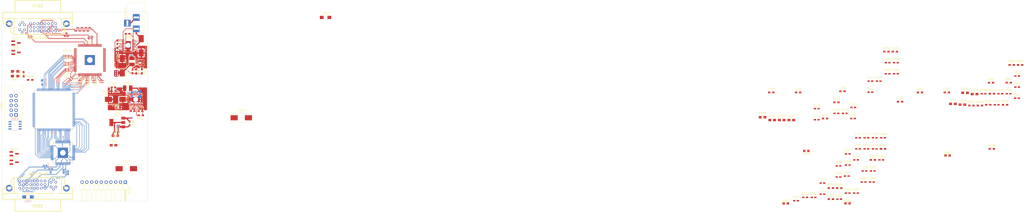
<source format=kicad_pcb>
(kicad_pcb (version 20160815) (host pcbnew "(2016-12-16 revision f631ae27b)-master")

  (general
    (links 511)
    (no_connects 368)
    (area 12.949999 12.949999 90.050001 113.050001)
    (thickness 1.6)
    (drawings 4)
    (tracks 2424)
    (zones 0)
    (modules 139)
    (nets 227)
  )

  (page A4)
  (layers
    (0 F.Cu signal)
    (1 In1.Cu signal)
    (2 In2.Cu signal hide)
    (31 B.Cu signal)
    (32 B.Adhes user)
    (33 F.Adhes user)
    (34 B.Paste user)
    (35 F.Paste user)
    (36 B.SilkS user)
    (37 F.SilkS user)
    (38 B.Mask user)
    (39 F.Mask user)
    (40 Dwgs.User user)
    (41 Cmts.User user)
    (42 Eco1.User user)
    (43 Eco2.User user)
    (44 Edge.Cuts user)
    (45 Margin user)
    (46 B.CrtYd user)
    (47 F.CrtYd user)
    (48 B.Fab user hide)
    (49 F.Fab user hide)
  )

  (setup
    (last_trace_width 0.2)
    (user_trace_width 0.16)
    (user_trace_width 0.2)
    (user_trace_width 0.4)
    (user_trace_width 0.6)
    (user_trace_width 1.5)
    (trace_clearance 0.16)
    (zone_clearance 0.3)
    (zone_45_only no)
    (trace_min 0.16)
    (segment_width 0.2)
    (edge_width 0.1)
    (via_size 0.5)
    (via_drill 0.3)
    (via_min_size 0.5)
    (via_min_drill 0.3)
    (user_via 0.5 0.3)
    (user_via 0.8 0.5)
    (user_via 2.8 2.5)
    (uvia_size 0.3)
    (uvia_drill 0.1)
    (uvias_allowed no)
    (uvia_min_size 0.2)
    (uvia_min_drill 0.1)
    (pcb_text_width 0.3)
    (pcb_text_size 1.5 1.5)
    (mod_edge_width 0.15)
    (mod_text_size 1 1)
    (mod_text_width 0.15)
    (pad_size 1.5 1.5)
    (pad_drill 0.6)
    (pad_to_mask_clearance 0.2)
    (solder_mask_min_width 0.16)
    (aux_axis_origin 0 0)
    (visible_elements FFFFFF7F)
    (pcbplotparams
      (layerselection 0x00030_ffffffff)
      (usegerberextensions false)
      (excludeedgelayer true)
      (linewidth 0.100000)
      (plotframeref false)
      (viasonmask false)
      (mode 1)
      (useauxorigin false)
      (hpglpennumber 1)
      (hpglpenspeed 20)
      (hpglpendiameter 15)
      (psnegative false)
      (psa4output false)
      (plotreference true)
      (plotvalue true)
      (plotinvisibletext false)
      (padsonsilk false)
      (subtractmaskfromsilk false)
      (outputformat 1)
      (mirror false)
      (drillshape 1)
      (scaleselection 1)
      (outputdirectory ""))
  )

  (net 0 "")
  (net 1 GND)
  (net 2 /power/VIN)
  (net 3 +2V5)
  (net 4 +3V3)
  (net 5 +1V2)
  (net 6 "Net-(C217-Pad2)")
  (net 7 "Net-(C218-Pad2)")
  (net 8 +V_IO)
  (net 9 /dvi_in/PVDD)
  (net 10 /dvi_in/DVDD)
  (net 11 /dvi_in/AVDD)
  (net 12 +5V)
  (net 13 /dvi_out/TVDD)
  (net 14 /dvi_out/DVDD)
  (net 15 /dvi_out/PVDD)
  (net 16 "Net-(D201-Pad1)")
  (net 17 "Net-(D301-Pad1)")
  (net 18 "Net-(D301-Pad2)")
  (net 19 "Net-(D302-Pad2)")
  (net 20 "Net-(D302-Pad1)")
  (net 21 "Net-(D303-Pad1)")
  (net 22 "Net-(D303-Pad2)")
  (net 23 "Net-(F501-Pad1)")
  (net 24 /GPIO7)
  (net 25 /GPIO6)
  (net 26 /GPIO5)
  (net 27 /GPIO4)
  (net 28 /GPIO3)
  (net 29 /GPIO2)
  (net 30 /GPIO1)
  (net 31 /GPIO0)
  (net 32 "Net-(P301-Pad9)")
  (net 33 "Net-(P301-Pad8)")
  (net 34 "Net-(P301-Pad7)")
  (net 35 "Net-(P301-Pad6)")
  (net 36 "Net-(P301-Pad5)")
  (net 37 "Net-(P301-Pad3)")
  (net 38 "Net-(P301-Pad1)")
  (net 39 /dvi_in/DDCDAT_)
  (net 40 /dvi_in/DDCDAT_IN)
  (net 41 /dvi_in/DDCCLK_IN)
  (net 42 /dvi_in/DDCCLK_)
  (net 43 /dvi_out/DDCDAT_)
  (net 44 /dvi_out/DDCDAT)
  (net 45 /dvi_out/DDCCLK)
  (net 46 /dvi_out/DDCCLK_)
  (net 47 "Net-(R301-Pad1)")
  (net 48 "Net-(R302-Pad1)")
  (net 49 "Net-(R303-Pad1)")
  (net 50 "Net-(R307-Pad2)")
  (net 51 /fpga/CLK50)
  (net 52 /dvi_out/TXCLK+)
  (net 53 "Net-(R308-Pad1)")
  (net 54 /dvi_in/HOTPLUG)
  (net 55 "Net-(R501-Pad1)")
  (net 56 /dvi_out/MSEN)
  (net 57 "Net-(R503-Pad2)")
  (net 58 /dvi_out/HOTPLUG)
  (net 59 "Net-(R504-Pad1)")
  (net 60 /dvi_out/VSYNC)
  (net 61 /dvi_out/HSYNC)
  (net 62 /dvi_out/DE)
  (net 63 /dvi_out/CTL3)
  (net 64 /dvi_out/CTL2)
  (net 65 /dvi_out/CTL1)
  (net 66 "Net-(RN401-Pad7)")
  (net 67 "Net-(RN401-Pad6)")
  (net 68 "Net-(RN401-Pad5)")
  (net 69 "Net-(RN401-Pad8)")
  (net 70 "Net-(RN401-Pad4)")
  (net 71 /dvi_in/HSYNC)
  (net 72 /dvi_in/VSYNC)
  (net 73 /dvi_in/DE)
  (net 74 "Net-(RN402-Pad7)")
  (net 75 "Net-(RN402-Pad6)")
  (net 76 "Net-(RN402-Pad5)")
  (net 77 "Net-(RN402-Pad8)")
  (net 78 /dvi_in/DATI3)
  (net 79 /dvi_in/DATI2)
  (net 80 /dvi_in/DATI1)
  (net 81 /dvi_in/DATI0)
  (net 82 "Net-(RN403-Pad7)")
  (net 83 "Net-(RN403-Pad6)")
  (net 84 "Net-(RN403-Pad5)")
  (net 85 "Net-(RN403-Pad8)")
  (net 86 /dvi_in/DATI11)
  (net 87 /dvi_in/DATI10)
  (net 88 /dvi_in/DATI9)
  (net 89 /dvi_in/DATI8)
  (net 90 "Net-(RN404-Pad7)")
  (net 91 "Net-(RN404-Pad6)")
  (net 92 "Net-(RN404-Pad5)")
  (net 93 "Net-(RN404-Pad8)")
  (net 94 /dvi_in/DATI19)
  (net 95 /dvi_in/DATI18)
  (net 96 /dvi_in/DATI17)
  (net 97 /dvi_in/DATI16)
  (net 98 /dvi_in/CTL1)
  (net 99 /dvi_in/CTL2)
  (net 100 /dvi_in/CTL3)
  (net 101 /fpga/CLKIN)
  (net 102 "Net-(RN405-Pad8)")
  (net 103 "Net-(RN405-Pad5)")
  (net 104 "Net-(RN405-Pad6)")
  (net 105 "Net-(RN405-Pad7)")
  (net 106 /dvi_in/DATI4)
  (net 107 /dvi_in/DATI5)
  (net 108 /dvi_in/DATI6)
  (net 109 /dvi_in/DATI7)
  (net 110 "Net-(RN406-Pad8)")
  (net 111 "Net-(RN406-Pad5)")
  (net 112 "Net-(RN406-Pad6)")
  (net 113 "Net-(RN406-Pad7)")
  (net 114 /dvi_in/DATI12)
  (net 115 /dvi_in/DATI13)
  (net 116 /dvi_in/DATI14)
  (net 117 /dvi_in/DATI15)
  (net 118 "Net-(RN407-Pad8)")
  (net 119 "Net-(RN407-Pad5)")
  (net 120 "Net-(RN407-Pad6)")
  (net 121 "Net-(RN407-Pad7)")
  (net 122 /dvi_in/DATI20)
  (net 123 /dvi_in/DATI21)
  (net 124 /dvi_in/DATI22)
  (net 125 /dvi_in/DATI23)
  (net 126 "Net-(RN408-Pad8)")
  (net 127 "Net-(RN408-Pad5)")
  (net 128 "Net-(RN408-Pad6)")
  (net 129 "Net-(RN408-Pad7)")
  (net 130 "Net-(U202-Pad3)")
  (net 131 "Net-(L201-Pad1)")
  (net 132 "Net-(L202-Pad1)")
  (net 133 "Net-(U203-Pad3)")
  (net 134 /fpga/DCLK)
  (net 135 /fpga/ASDI)
  (net 136 /fpga/DATA)
  (net 137 /fpga/nCS)
  (net 138 /dvi_out/DATO23)
  (net 139 /dvi_out/DATO22)
  (net 140 /dvi_out/DATO21)
  (net 141 /dvi_out/DATO20)
  (net 142 /dvi_out/DATO19)
  (net 143 /dvi_out/DATO18)
  (net 144 /dvi_out/DATO17)
  (net 145 /dvi_out/DATO16)
  (net 146 /dvi_out/DATO15)
  (net 147 /dvi_out/DATO14)
  (net 148 /dvi_out/DATO13)
  (net 149 /dvi_out/DATO12)
  (net 150 "Net-(U302-Pad127)")
  (net 151 /dvi_out/DATO11)
  (net 152 /dvi_out/DATO10)
  (net 153 /dvi_out/DATO9)
  (net 154 /dvi_out/DATO8)
  (net 155 /dvi_out/DATO7)
  (net 156 /dvi_out/DATO6)
  (net 157 /dvi_out/DATO5)
  (net 158 /dvi_out/DATO4)
  (net 159 /dvi_out/DATO3)
  (net 160 /dvi_out/DATO2)
  (net 161 /dvi_out/DATO1)
  (net 162 /dvi_out/DATO0)
  (net 163 "Net-(U302-Pad99)")
  (net 164 "Net-(U302-Pad84)")
  (net 165 "Net-(U302-Pad83)")
  (net 166 /dvi_in/LINK_ACT)
  (net 167 /dvi_in/PDOWN)
  (net 168 /dvi_out/EDGE)
  (net 169 /dvi_out/DKEN)
  (net 170 "Net-(U303-Pad1)")
  (net 171 "Net-(U401-Pad96)")
  (net 172 /dvi_in/RxC-)
  (net 173 /dvi_in/RxC+)
  (net 174 /dvi_in/Rx0-)
  (net 175 /dvi_in/Rx0+)
  (net 176 /dvi_in/Rx1-)
  (net 177 /dvi_in/Rx1+)
  (net 178 /dvi_in/Rx2-)
  (net 179 /dvi_in/Rx2+)
  (net 180 "Net-(U401-Pad77)")
  (net 181 "Net-(U401-Pad75)")
  (net 182 "Net-(U401-Pad74)")
  (net 183 "Net-(U401-Pad73)")
  (net 184 "Net-(U401-Pad72)")
  (net 185 "Net-(U401-Pad71)")
  (net 186 "Net-(U401-Pad70)")
  (net 187 "Net-(U401-Pad69)")
  (net 188 "Net-(U401-Pad66)")
  (net 189 "Net-(U401-Pad65)")
  (net 190 "Net-(U401-Pad64)")
  (net 191 "Net-(U401-Pad63)")
  (net 192 "Net-(U401-Pad62)")
  (net 193 "Net-(U401-Pad61)")
  (net 194 "Net-(U401-Pad60)")
  (net 195 "Net-(U401-Pad59)")
  (net 196 "Net-(U401-Pad56)")
  (net 197 "Net-(U401-Pad55)")
  (net 198 "Net-(U401-Pad54)")
  (net 199 "Net-(U401-Pad53)")
  (net 200 "Net-(U401-Pad52)")
  (net 201 "Net-(U401-Pad51)")
  (net 202 "Net-(U401-Pad50)")
  (net 203 "Net-(U401-Pad49)")
  (net 204 /dvi_out/TXC-)
  (net 205 /dvi_out/TXC+)
  (net 206 /dvi_out/TX0-)
  (net 207 /dvi_out/TX0+)
  (net 208 /dvi_out/TX1-)
  (net 209 /dvi_out/TX1+)
  (net 210 /dvi_out/TX2-)
  (net 211 /dvi_out/TX2+)
  (net 212 "Net-(U501-Pad49)")
  (net 213 "Net-(X401-Pad4)")
  (net 214 "Net-(X401-Pad5)")
  (net 215 "Net-(X401-Pad12)")
  (net 216 "Net-(X401-Pad13)")
  (net 217 "Net-(X401-Pad20)")
  (net 218 "Net-(X401-Pad21)")
  (net 219 "Net-(X401-Pad8)")
  (net 220 "Net-(X501-Pad8)")
  (net 221 "Net-(X501-Pad21)")
  (net 222 "Net-(X501-Pad20)")
  (net 223 "Net-(X501-Pad13)")
  (net 224 "Net-(X501-Pad12)")
  (net 225 "Net-(X501-Pad5)")
  (net 226 "Net-(X501-Pad4)")

  (net_class Default "This is the default net class."
    (clearance 0.16)
    (trace_width 0.25)
    (via_dia 0.5)
    (via_drill 0.3)
    (uvia_dia 0.3)
    (uvia_drill 0.1)
    (diff_pair_gap 0.2)
    (diff_pair_width 0.16)
    (add_net +1V2)
    (add_net +2V5)
    (add_net +3V3)
    (add_net +5V)
    (add_net +V_IO)
    (add_net /GPIO0)
    (add_net /GPIO1)
    (add_net /GPIO2)
    (add_net /GPIO3)
    (add_net /GPIO4)
    (add_net /GPIO5)
    (add_net /GPIO6)
    (add_net /GPIO7)
    (add_net /dvi_in/AVDD)
    (add_net /dvi_in/CTL1)
    (add_net /dvi_in/CTL2)
    (add_net /dvi_in/CTL3)
    (add_net /dvi_in/DATI0)
    (add_net /dvi_in/DATI1)
    (add_net /dvi_in/DATI10)
    (add_net /dvi_in/DATI11)
    (add_net /dvi_in/DATI12)
    (add_net /dvi_in/DATI13)
    (add_net /dvi_in/DATI14)
    (add_net /dvi_in/DATI15)
    (add_net /dvi_in/DATI16)
    (add_net /dvi_in/DATI17)
    (add_net /dvi_in/DATI18)
    (add_net /dvi_in/DATI19)
    (add_net /dvi_in/DATI2)
    (add_net /dvi_in/DATI20)
    (add_net /dvi_in/DATI21)
    (add_net /dvi_in/DATI22)
    (add_net /dvi_in/DATI23)
    (add_net /dvi_in/DATI3)
    (add_net /dvi_in/DATI4)
    (add_net /dvi_in/DATI5)
    (add_net /dvi_in/DATI6)
    (add_net /dvi_in/DATI7)
    (add_net /dvi_in/DATI8)
    (add_net /dvi_in/DATI9)
    (add_net /dvi_in/DDCCLK_)
    (add_net /dvi_in/DDCCLK_IN)
    (add_net /dvi_in/DDCDAT_)
    (add_net /dvi_in/DDCDAT_IN)
    (add_net /dvi_in/DE)
    (add_net /dvi_in/DVDD)
    (add_net /dvi_in/HOTPLUG)
    (add_net /dvi_in/HSYNC)
    (add_net /dvi_in/LINK_ACT)
    (add_net /dvi_in/PDOWN)
    (add_net /dvi_in/PVDD)
    (add_net /dvi_in/Rx0+)
    (add_net /dvi_in/Rx0-)
    (add_net /dvi_in/Rx1+)
    (add_net /dvi_in/Rx1-)
    (add_net /dvi_in/Rx2+)
    (add_net /dvi_in/Rx2-)
    (add_net /dvi_in/RxC+)
    (add_net /dvi_in/RxC-)
    (add_net /dvi_in/VSYNC)
    (add_net /dvi_out/CTL1)
    (add_net /dvi_out/CTL2)
    (add_net /dvi_out/CTL3)
    (add_net /dvi_out/DATO0)
    (add_net /dvi_out/DATO1)
    (add_net /dvi_out/DATO10)
    (add_net /dvi_out/DATO11)
    (add_net /dvi_out/DATO12)
    (add_net /dvi_out/DATO13)
    (add_net /dvi_out/DATO14)
    (add_net /dvi_out/DATO15)
    (add_net /dvi_out/DATO16)
    (add_net /dvi_out/DATO17)
    (add_net /dvi_out/DATO18)
    (add_net /dvi_out/DATO19)
    (add_net /dvi_out/DATO2)
    (add_net /dvi_out/DATO20)
    (add_net /dvi_out/DATO21)
    (add_net /dvi_out/DATO22)
    (add_net /dvi_out/DATO23)
    (add_net /dvi_out/DATO3)
    (add_net /dvi_out/DATO4)
    (add_net /dvi_out/DATO5)
    (add_net /dvi_out/DATO6)
    (add_net /dvi_out/DATO7)
    (add_net /dvi_out/DATO8)
    (add_net /dvi_out/DATO9)
    (add_net /dvi_out/DDCCLK)
    (add_net /dvi_out/DDCCLK_)
    (add_net /dvi_out/DDCDAT)
    (add_net /dvi_out/DDCDAT_)
    (add_net /dvi_out/DE)
    (add_net /dvi_out/DKEN)
    (add_net /dvi_out/DVDD)
    (add_net /dvi_out/EDGE)
    (add_net /dvi_out/HOTPLUG)
    (add_net /dvi_out/HSYNC)
    (add_net /dvi_out/MSEN)
    (add_net /dvi_out/PVDD)
    (add_net /dvi_out/TVDD)
    (add_net /dvi_out/TX0+)
    (add_net /dvi_out/TX0-)
    (add_net /dvi_out/TX1+)
    (add_net /dvi_out/TX1-)
    (add_net /dvi_out/TX2+)
    (add_net /dvi_out/TX2-)
    (add_net /dvi_out/TXC+)
    (add_net /dvi_out/TXC-)
    (add_net /dvi_out/TXCLK+)
    (add_net /dvi_out/VSYNC)
    (add_net /fpga/ASDI)
    (add_net /fpga/CLK50)
    (add_net /fpga/CLKIN)
    (add_net /fpga/DATA)
    (add_net /fpga/DCLK)
    (add_net /fpga/nCS)
    (add_net /power/VIN)
    (add_net GND)
    (add_net "Net-(C217-Pad2)")
    (add_net "Net-(C218-Pad2)")
    (add_net "Net-(D201-Pad1)")
    (add_net "Net-(D301-Pad1)")
    (add_net "Net-(D301-Pad2)")
    (add_net "Net-(D302-Pad1)")
    (add_net "Net-(D302-Pad2)")
    (add_net "Net-(D303-Pad1)")
    (add_net "Net-(D303-Pad2)")
    (add_net "Net-(F501-Pad1)")
    (add_net "Net-(L201-Pad1)")
    (add_net "Net-(L202-Pad1)")
    (add_net "Net-(P301-Pad1)")
    (add_net "Net-(P301-Pad3)")
    (add_net "Net-(P301-Pad5)")
    (add_net "Net-(P301-Pad6)")
    (add_net "Net-(P301-Pad7)")
    (add_net "Net-(P301-Pad8)")
    (add_net "Net-(P301-Pad9)")
    (add_net "Net-(R301-Pad1)")
    (add_net "Net-(R302-Pad1)")
    (add_net "Net-(R303-Pad1)")
    (add_net "Net-(R307-Pad2)")
    (add_net "Net-(R308-Pad1)")
    (add_net "Net-(R501-Pad1)")
    (add_net "Net-(R503-Pad2)")
    (add_net "Net-(R504-Pad1)")
    (add_net "Net-(RN401-Pad4)")
    (add_net "Net-(RN401-Pad5)")
    (add_net "Net-(RN401-Pad6)")
    (add_net "Net-(RN401-Pad7)")
    (add_net "Net-(RN401-Pad8)")
    (add_net "Net-(RN402-Pad5)")
    (add_net "Net-(RN402-Pad6)")
    (add_net "Net-(RN402-Pad7)")
    (add_net "Net-(RN402-Pad8)")
    (add_net "Net-(RN403-Pad5)")
    (add_net "Net-(RN403-Pad6)")
    (add_net "Net-(RN403-Pad7)")
    (add_net "Net-(RN403-Pad8)")
    (add_net "Net-(RN404-Pad5)")
    (add_net "Net-(RN404-Pad6)")
    (add_net "Net-(RN404-Pad7)")
    (add_net "Net-(RN404-Pad8)")
    (add_net "Net-(RN405-Pad5)")
    (add_net "Net-(RN405-Pad6)")
    (add_net "Net-(RN405-Pad7)")
    (add_net "Net-(RN405-Pad8)")
    (add_net "Net-(RN406-Pad5)")
    (add_net "Net-(RN406-Pad6)")
    (add_net "Net-(RN406-Pad7)")
    (add_net "Net-(RN406-Pad8)")
    (add_net "Net-(RN407-Pad5)")
    (add_net "Net-(RN407-Pad6)")
    (add_net "Net-(RN407-Pad7)")
    (add_net "Net-(RN407-Pad8)")
    (add_net "Net-(RN408-Pad5)")
    (add_net "Net-(RN408-Pad6)")
    (add_net "Net-(RN408-Pad7)")
    (add_net "Net-(RN408-Pad8)")
    (add_net "Net-(U202-Pad3)")
    (add_net "Net-(U203-Pad3)")
    (add_net "Net-(U302-Pad127)")
    (add_net "Net-(U302-Pad83)")
    (add_net "Net-(U302-Pad84)")
    (add_net "Net-(U302-Pad99)")
    (add_net "Net-(U303-Pad1)")
    (add_net "Net-(U401-Pad49)")
    (add_net "Net-(U401-Pad50)")
    (add_net "Net-(U401-Pad51)")
    (add_net "Net-(U401-Pad52)")
    (add_net "Net-(U401-Pad53)")
    (add_net "Net-(U401-Pad54)")
    (add_net "Net-(U401-Pad55)")
    (add_net "Net-(U401-Pad56)")
    (add_net "Net-(U401-Pad59)")
    (add_net "Net-(U401-Pad60)")
    (add_net "Net-(U401-Pad61)")
    (add_net "Net-(U401-Pad62)")
    (add_net "Net-(U401-Pad63)")
    (add_net "Net-(U401-Pad64)")
    (add_net "Net-(U401-Pad65)")
    (add_net "Net-(U401-Pad66)")
    (add_net "Net-(U401-Pad69)")
    (add_net "Net-(U401-Pad70)")
    (add_net "Net-(U401-Pad71)")
    (add_net "Net-(U401-Pad72)")
    (add_net "Net-(U401-Pad73)")
    (add_net "Net-(U401-Pad74)")
    (add_net "Net-(U401-Pad75)")
    (add_net "Net-(U401-Pad77)")
    (add_net "Net-(U401-Pad96)")
    (add_net "Net-(U501-Pad49)")
    (add_net "Net-(X401-Pad12)")
    (add_net "Net-(X401-Pad13)")
    (add_net "Net-(X401-Pad20)")
    (add_net "Net-(X401-Pad21)")
    (add_net "Net-(X401-Pad4)")
    (add_net "Net-(X401-Pad5)")
    (add_net "Net-(X401-Pad8)")
    (add_net "Net-(X501-Pad12)")
    (add_net "Net-(X501-Pad13)")
    (add_net "Net-(X501-Pad20)")
    (add_net "Net-(X501-Pad21)")
    (add_net "Net-(X501-Pad4)")
    (add_net "Net-(X501-Pad5)")
    (add_net "Net-(X501-Pad8)")
  )

  (module Inductors:Inductor_Taiyo-Yuden_NR-30xx_HandSoldering (layer F.Cu) (tedit 574C3AE3) (tstamp 587BC89E)
    (at 79.48 53.38 180)
    (descr "Inductor, Taiyo Yuden, NR series, Taiyo-Yuden_NR-30xx, 3.0mmx3.0mm")
    (tags "inductor taiyo-yuden nr smd")
    (path /5839A46D/587999C1)
    (attr smd)
    (fp_text reference L202 (at 0.05 2.69 180) (layer F.SilkS)
      (effects (font (size 1 1) (thickness 0.15)))
    )
    (fp_text value 490nH-1uH (at 0 3 180) (layer F.Fab)
      (effects (font (size 1 1) (thickness 0.15)))
    )
    (fp_line (start -1.5 0) (end -1.5 -0.95) (layer F.Fab) (width 0.15))
    (fp_line (start -1.5 -0.95) (end -0.95 -1.5) (layer F.Fab) (width 0.15))
    (fp_line (start -0.95 -1.5) (end 0 -1.5) (layer F.Fab) (width 0.15))
    (fp_line (start 1.5 0) (end 1.5 -0.95) (layer F.Fab) (width 0.15))
    (fp_line (start 1.5 -0.95) (end 0.95 -1.5) (layer F.Fab) (width 0.15))
    (fp_line (start 0.95 -1.5) (end 0 -1.5) (layer F.Fab) (width 0.15))
    (fp_line (start 1.5 0) (end 1.5 0.95) (layer F.Fab) (width 0.15))
    (fp_line (start 1.5 0.95) (end 0.95 1.5) (layer F.Fab) (width 0.15))
    (fp_line (start 0.95 1.5) (end 0 1.5) (layer F.Fab) (width 0.15))
    (fp_line (start -1.5 0) (end -1.5 0.95) (layer F.Fab) (width 0.15))
    (fp_line (start -1.5 0.95) (end -0.95 1.5) (layer F.Fab) (width 0.15))
    (fp_line (start -0.95 1.5) (end 0 1.5) (layer F.Fab) (width 0.15))
    (fp_line (start -2.5 -1.6) (end 2.5 -1.6) (layer F.SilkS) (width 0.15))
    (fp_line (start -2.5 1.6) (end 2.5 1.6) (layer F.SilkS) (width 0.15))
    (fp_line (start -2.75 -1.8) (end -2.75 1.8) (layer F.CrtYd) (width 0.05))
    (fp_line (start -2.75 1.8) (end 2.75 1.8) (layer F.CrtYd) (width 0.05))
    (fp_line (start 2.75 1.8) (end 2.75 -1.8) (layer F.CrtYd) (width 0.05))
    (fp_line (start 2.75 -1.8) (end -2.75 -1.8) (layer F.CrtYd) (width 0.05))
    (pad 1 smd rect (at -1.6 0 180) (size 1.8 2.9) (layers F.Cu F.Paste F.Mask)
      (net 132 "Net-(L202-Pad1)"))
    (pad 2 smd rect (at 1.6 0 180) (size 1.8 2.9) (layers F.Cu F.Paste F.Mask)
      (net 5 +1V2))
    (model Inductors.3dshapes/Inductor_Taiyo-Yuden_NR-30xx.wrl
      (at (xyz 0 0 0))
      (scale (xyz 1 1 1))
      (rotate (xyz 0 0 0))
    )
  )

  (module Capacitors_Tantalum_SMD:Tantalum_Case-D_EIA-7343-31_Hand (layer F.Cu) (tedit 57B6E980) (tstamp 58797C0F)
    (at 86.6 30.97 270)
    (descr "Tantalum capacitor, Case D, EIA 7343-31, 7.3x4.3x2.8mm, Hand soldering footprint")
    (tags "capacitor tantalum smd")
    (path /5839A46D/58797306)
    (attr smd)
    (fp_text reference C201 (at 0 -3.9 270) (layer F.SilkS)
      (effects (font (size 1 1) (thickness 0.15)))
    )
    (fp_text value 100u (at 0 3.9 270) (layer F.Fab)
      (effects (font (size 1 1) (thickness 0.15)))
    )
    (fp_line (start -5.95 -2.4) (end -5.95 2.4) (layer F.SilkS) (width 0.15))
    (fp_line (start -5.95 2.4) (end 3.65 2.4) (layer F.SilkS) (width 0.15))
    (fp_line (start -5.95 -2.4) (end 3.65 -2.4) (layer F.SilkS) (width 0.15))
    (fp_line (start -2.555 -2.15) (end -2.555 2.15) (layer F.Fab) (width 0.15))
    (fp_line (start -2.92 -2.15) (end -2.92 2.15) (layer F.Fab) (width 0.15))
    (fp_line (start 3.65 -2.15) (end -3.65 -2.15) (layer F.Fab) (width 0.15))
    (fp_line (start 3.65 2.15) (end 3.65 -2.15) (layer F.Fab) (width 0.15))
    (fp_line (start -3.65 2.15) (end 3.65 2.15) (layer F.Fab) (width 0.15))
    (fp_line (start -3.65 -2.15) (end -3.65 2.15) (layer F.Fab) (width 0.15))
    (fp_line (start 6.05 -2.5) (end -6.05 -2.5) (layer F.CrtYd) (width 0.05))
    (fp_line (start 6.05 2.5) (end 6.05 -2.5) (layer F.CrtYd) (width 0.05))
    (fp_line (start -6.05 2.5) (end 6.05 2.5) (layer F.CrtYd) (width 0.05))
    (fp_line (start -6.05 -2.5) (end -6.05 2.5) (layer F.CrtYd) (width 0.05))
    (pad 2 smd rect (at 3.775 0 270) (size 3.75 2.7) (layers F.Cu F.Paste F.Mask)
      (net 1 GND))
    (pad 1 smd rect (at -3.775 0 270) (size 3.75 2.7) (layers F.Cu F.Paste F.Mask)
      (net 2 /power/VIN))
    (model Capacitors_Tantalum_SMD.3dshapes/Tantalum_Case-D_EIA-7343-31.wrl
      (at (xyz 0 0 0))
      (scale (xyz 1 1 1))
      (rotate (xyz 0 0 0))
    )
  )

  (module Capacitors_SMD:C_0603_HandSoldering (layer F.Cu) (tedit 541A9B4D) (tstamp 58797C1F)
    (at 74.02 29.11 270)
    (descr "Capacitor SMD 0603, hand soldering")
    (tags "capacitor 0603")
    (path /5839A46D/5879A330)
    (attr smd)
    (fp_text reference C202 (at 0 -1.9 270) (layer F.SilkS)
      (effects (font (size 1 1) (thickness 0.15)))
    )
    (fp_text value 100n (at 0 1.9 270) (layer F.Fab)
      (effects (font (size 1 1) (thickness 0.15)))
    )
    (fp_line (start -0.8 0.4) (end -0.8 -0.4) (layer F.Fab) (width 0.15))
    (fp_line (start 0.8 0.4) (end -0.8 0.4) (layer F.Fab) (width 0.15))
    (fp_line (start 0.8 -0.4) (end 0.8 0.4) (layer F.Fab) (width 0.15))
    (fp_line (start -0.8 -0.4) (end 0.8 -0.4) (layer F.Fab) (width 0.15))
    (fp_line (start -1.85 -0.75) (end 1.85 -0.75) (layer F.CrtYd) (width 0.05))
    (fp_line (start -1.85 0.75) (end 1.85 0.75) (layer F.CrtYd) (width 0.05))
    (fp_line (start -1.85 -0.75) (end -1.85 0.75) (layer F.CrtYd) (width 0.05))
    (fp_line (start 1.85 -0.75) (end 1.85 0.75) (layer F.CrtYd) (width 0.05))
    (fp_line (start -0.35 -0.6) (end 0.35 -0.6) (layer F.SilkS) (width 0.15))
    (fp_line (start 0.35 0.6) (end -0.35 0.6) (layer F.SilkS) (width 0.15))
    (pad 1 smd rect (at -0.95 0 270) (size 1.2 0.75) (layers F.Cu F.Paste F.Mask)
      (net 2 /power/VIN))
    (pad 2 smd rect (at 0.95 0 270) (size 1.2 0.75) (layers F.Cu F.Paste F.Mask)
      (net 1 GND))
    (model Capacitors_SMD.3dshapes/C_0603_HandSoldering.wrl
      (at (xyz 0 0 0))
      (scale (xyz 1 1 1))
      (rotate (xyz 0 0 0))
    )
  )

  (module Capacitors_SMD:C_0603_HandSoldering (layer B.Cu) (tedit 541A9B4D) (tstamp 58797C2F)
    (at 81.67 56.6 270)
    (descr "Capacitor SMD 0603, hand soldering")
    (tags "capacitor 0603")
    (path /5839A46D/58797543)
    (attr smd)
    (fp_text reference C203 (at 0 1.9 270) (layer B.SilkS)
      (effects (font (size 1 1) (thickness 0.15)) (justify mirror))
    )
    (fp_text value 100n (at 0 -1.9 270) (layer B.Fab)
      (effects (font (size 1 1) (thickness 0.15)) (justify mirror))
    )
    (fp_line (start 0.35 -0.6) (end -0.35 -0.6) (layer B.SilkS) (width 0.15))
    (fp_line (start -0.35 0.6) (end 0.35 0.6) (layer B.SilkS) (width 0.15))
    (fp_line (start 1.85 0.75) (end 1.85 -0.75) (layer B.CrtYd) (width 0.05))
    (fp_line (start -1.85 0.75) (end -1.85 -0.75) (layer B.CrtYd) (width 0.05))
    (fp_line (start -1.85 -0.75) (end 1.85 -0.75) (layer B.CrtYd) (width 0.05))
    (fp_line (start -1.85 0.75) (end 1.85 0.75) (layer B.CrtYd) (width 0.05))
    (fp_line (start -0.8 0.4) (end 0.8 0.4) (layer B.Fab) (width 0.15))
    (fp_line (start 0.8 0.4) (end 0.8 -0.4) (layer B.Fab) (width 0.15))
    (fp_line (start 0.8 -0.4) (end -0.8 -0.4) (layer B.Fab) (width 0.15))
    (fp_line (start -0.8 -0.4) (end -0.8 0.4) (layer B.Fab) (width 0.15))
    (pad 2 smd rect (at 0.95 0 270) (size 1.2 0.75) (layers B.Cu B.Paste B.Mask)
      (net 1 GND))
    (pad 1 smd rect (at -0.95 0 270) (size 1.2 0.75) (layers B.Cu B.Paste B.Mask)
      (net 2 /power/VIN))
    (model Capacitors_SMD.3dshapes/C_0603_HandSoldering.wrl
      (at (xyz 0 0 0))
      (scale (xyz 1 1 1))
      (rotate (xyz 0 0 0))
    )
  )

  (module Capacitors_SMD:C_0805_HandSoldering (layer B.Cu) (tedit 541A9B8D) (tstamp 58797C3F)
    (at 86.19 56.44 270)
    (descr "Capacitor SMD 0805, hand soldering")
    (tags "capacitor 0805")
    (path /5839A46D/58797422)
    (attr smd)
    (fp_text reference C204 (at 0 2.1 270) (layer B.SilkS)
      (effects (font (size 1 1) (thickness 0.15)) (justify mirror))
    )
    (fp_text value 10u (at 0 -2.1 270) (layer B.Fab)
      (effects (font (size 1 1) (thickness 0.15)) (justify mirror))
    )
    (fp_line (start -1 -0.625) (end -1 0.625) (layer B.Fab) (width 0.15))
    (fp_line (start 1 -0.625) (end -1 -0.625) (layer B.Fab) (width 0.15))
    (fp_line (start 1 0.625) (end 1 -0.625) (layer B.Fab) (width 0.15))
    (fp_line (start -1 0.625) (end 1 0.625) (layer B.Fab) (width 0.15))
    (fp_line (start -2.3 1) (end 2.3 1) (layer B.CrtYd) (width 0.05))
    (fp_line (start -2.3 -1) (end 2.3 -1) (layer B.CrtYd) (width 0.05))
    (fp_line (start -2.3 1) (end -2.3 -1) (layer B.CrtYd) (width 0.05))
    (fp_line (start 2.3 1) (end 2.3 -1) (layer B.CrtYd) (width 0.05))
    (fp_line (start 0.5 0.85) (end -0.5 0.85) (layer B.SilkS) (width 0.15))
    (fp_line (start -0.5 -0.85) (end 0.5 -0.85) (layer B.SilkS) (width 0.15))
    (pad 1 smd rect (at -1.25 0 270) (size 1.5 1.25) (layers B.Cu B.Paste B.Mask)
      (net 2 /power/VIN))
    (pad 2 smd rect (at 1.25 0 270) (size 1.5 1.25) (layers B.Cu B.Paste B.Mask)
      (net 1 GND))
    (model Capacitors_SMD.3dshapes/C_0805_HandSoldering.wrl
      (at (xyz 0 0 0))
      (scale (xyz 1 1 1))
      (rotate (xyz 0 0 0))
    )
  )

  (module Capacitors_SMD:C_0603_HandSoldering (layer F.Cu) (tedit 541A9B4D) (tstamp 58797C4F)
    (at 79.44 24.61 180)
    (descr "Capacitor SMD 0603, hand soldering")
    (tags "capacitor 0603")
    (path /5839A46D/5879A32A)
    (attr smd)
    (fp_text reference C205 (at 0 -1.9 180) (layer F.SilkS)
      (effects (font (size 1 1) (thickness 0.15)))
    )
    (fp_text value 100n (at 0 1.9 180) (layer F.Fab)
      (effects (font (size 1 1) (thickness 0.15)))
    )
    (fp_line (start 0.35 0.6) (end -0.35 0.6) (layer F.SilkS) (width 0.15))
    (fp_line (start -0.35 -0.6) (end 0.35 -0.6) (layer F.SilkS) (width 0.15))
    (fp_line (start 1.85 -0.75) (end 1.85 0.75) (layer F.CrtYd) (width 0.05))
    (fp_line (start -1.85 -0.75) (end -1.85 0.75) (layer F.CrtYd) (width 0.05))
    (fp_line (start -1.85 0.75) (end 1.85 0.75) (layer F.CrtYd) (width 0.05))
    (fp_line (start -1.85 -0.75) (end 1.85 -0.75) (layer F.CrtYd) (width 0.05))
    (fp_line (start -0.8 -0.4) (end 0.8 -0.4) (layer F.Fab) (width 0.15))
    (fp_line (start 0.8 -0.4) (end 0.8 0.4) (layer F.Fab) (width 0.15))
    (fp_line (start 0.8 0.4) (end -0.8 0.4) (layer F.Fab) (width 0.15))
    (fp_line (start -0.8 0.4) (end -0.8 -0.4) (layer F.Fab) (width 0.15))
    (pad 2 smd rect (at 0.95 0 180) (size 1.2 0.75) (layers F.Cu F.Paste F.Mask)
      (net 1 GND))
    (pad 1 smd rect (at -0.95 0 180) (size 1.2 0.75) (layers F.Cu F.Paste F.Mask)
      (net 2 /power/VIN))
    (model Capacitors_SMD.3dshapes/C_0603_HandSoldering.wrl
      (at (xyz 0 0 0))
      (scale (xyz 1 1 1))
      (rotate (xyz 0 0 0))
    )
  )

  (module Capacitors_SMD:C_0603_HandSoldering (layer F.Cu) (tedit 541A9B4D) (tstamp 58797C5F)
    (at 74.02 33.11 270)
    (descr "Capacitor SMD 0603, hand soldering")
    (tags "capacitor 0603")
    (path /5839A46D/5879A336)
    (attr smd)
    (fp_text reference C206 (at 4.04 -0.04 270) (layer F.SilkS)
      (effects (font (size 1 1) (thickness 0.15)))
    )
    (fp_text value 100n (at 0 1.9 270) (layer F.Fab)
      (effects (font (size 1 1) (thickness 0.15)))
    )
    (fp_line (start 0.35 0.6) (end -0.35 0.6) (layer F.SilkS) (width 0.15))
    (fp_line (start -0.35 -0.6) (end 0.35 -0.6) (layer F.SilkS) (width 0.15))
    (fp_line (start 1.85 -0.75) (end 1.85 0.75) (layer F.CrtYd) (width 0.05))
    (fp_line (start -1.85 -0.75) (end -1.85 0.75) (layer F.CrtYd) (width 0.05))
    (fp_line (start -1.85 0.75) (end 1.85 0.75) (layer F.CrtYd) (width 0.05))
    (fp_line (start -1.85 -0.75) (end 1.85 -0.75) (layer F.CrtYd) (width 0.05))
    (fp_line (start -0.8 -0.4) (end 0.8 -0.4) (layer F.Fab) (width 0.15))
    (fp_line (start 0.8 -0.4) (end 0.8 0.4) (layer F.Fab) (width 0.15))
    (fp_line (start 0.8 0.4) (end -0.8 0.4) (layer F.Fab) (width 0.15))
    (fp_line (start -0.8 0.4) (end -0.8 -0.4) (layer F.Fab) (width 0.15))
    (pad 2 smd rect (at 0.95 0 270) (size 1.2 0.75) (layers F.Cu F.Paste F.Mask)
      (net 1 GND))
    (pad 1 smd rect (at -0.95 0 270) (size 1.2 0.75) (layers F.Cu F.Paste F.Mask)
      (net 2 /power/VIN))
    (model Capacitors_SMD.3dshapes/C_0603_HandSoldering.wrl
      (at (xyz 0 0 0))
      (scale (xyz 1 1 1))
      (rotate (xyz 0 0 0))
    )
  )

  (module Capacitors_SMD:C_0603_HandSoldering (layer F.Cu) (tedit 541A9B4D) (tstamp 58797C6F)
    (at 82.05 65.5)
    (descr "Capacitor SMD 0603, hand soldering")
    (tags "capacitor 0603")
    (path /5839A46D/587974D6)
    (attr smd)
    (fp_text reference C207 (at 0 -1.9) (layer F.SilkS)
      (effects (font (size 1 1) (thickness 0.15)))
    )
    (fp_text value 100n (at 0 1.9) (layer F.Fab)
      (effects (font (size 1 1) (thickness 0.15)))
    )
    (fp_line (start -0.8 0.4) (end -0.8 -0.4) (layer F.Fab) (width 0.15))
    (fp_line (start 0.8 0.4) (end -0.8 0.4) (layer F.Fab) (width 0.15))
    (fp_line (start 0.8 -0.4) (end 0.8 0.4) (layer F.Fab) (width 0.15))
    (fp_line (start -0.8 -0.4) (end 0.8 -0.4) (layer F.Fab) (width 0.15))
    (fp_line (start -1.85 -0.75) (end 1.85 -0.75) (layer F.CrtYd) (width 0.05))
    (fp_line (start -1.85 0.75) (end 1.85 0.75) (layer F.CrtYd) (width 0.05))
    (fp_line (start -1.85 -0.75) (end -1.85 0.75) (layer F.CrtYd) (width 0.05))
    (fp_line (start 1.85 -0.75) (end 1.85 0.75) (layer F.CrtYd) (width 0.05))
    (fp_line (start -0.35 -0.6) (end 0.35 -0.6) (layer F.SilkS) (width 0.15))
    (fp_line (start 0.35 0.6) (end -0.35 0.6) (layer F.SilkS) (width 0.15))
    (pad 1 smd rect (at -0.95 0) (size 1.2 0.75) (layers F.Cu F.Paste F.Mask)
      (net 2 /power/VIN))
    (pad 2 smd rect (at 0.95 0) (size 1.2 0.75) (layers F.Cu F.Paste F.Mask)
      (net 1 GND))
    (model Capacitors_SMD.3dshapes/C_0603_HandSoldering.wrl
      (at (xyz 0 0 0))
      (scale (xyz 1 1 1))
      (rotate (xyz 0 0 0))
    )
  )

  (module Capacitors_SMD:C_0603_HandSoldering (layer F.Cu) (tedit 541A9B4D) (tstamp 58797C7F)
    (at 86.25 65.5)
    (descr "Capacitor SMD 0603, hand soldering")
    (tags "capacitor 0603")
    (path /5839A46D/58797595)
    (attr smd)
    (fp_text reference C208 (at 0 -1.9) (layer F.SilkS)
      (effects (font (size 1 1) (thickness 0.15)))
    )
    (fp_text value 100n (at 0 1.9) (layer F.Fab)
      (effects (font (size 1 1) (thickness 0.15)))
    )
    (fp_line (start -0.8 0.4) (end -0.8 -0.4) (layer F.Fab) (width 0.15))
    (fp_line (start 0.8 0.4) (end -0.8 0.4) (layer F.Fab) (width 0.15))
    (fp_line (start 0.8 -0.4) (end 0.8 0.4) (layer F.Fab) (width 0.15))
    (fp_line (start -0.8 -0.4) (end 0.8 -0.4) (layer F.Fab) (width 0.15))
    (fp_line (start -1.85 -0.75) (end 1.85 -0.75) (layer F.CrtYd) (width 0.05))
    (fp_line (start -1.85 0.75) (end 1.85 0.75) (layer F.CrtYd) (width 0.05))
    (fp_line (start -1.85 -0.75) (end -1.85 0.75) (layer F.CrtYd) (width 0.05))
    (fp_line (start 1.85 -0.75) (end 1.85 0.75) (layer F.CrtYd) (width 0.05))
    (fp_line (start -0.35 -0.6) (end 0.35 -0.6) (layer F.SilkS) (width 0.15))
    (fp_line (start 0.35 0.6) (end -0.35 0.6) (layer F.SilkS) (width 0.15))
    (pad 1 smd rect (at -0.95 0) (size 1.2 0.75) (layers F.Cu F.Paste F.Mask)
      (net 2 /power/VIN))
    (pad 2 smd rect (at 0.95 0) (size 1.2 0.75) (layers F.Cu F.Paste F.Mask)
      (net 1 GND))
    (model Capacitors_SMD.3dshapes/C_0603_HandSoldering.wrl
      (at (xyz 0 0 0))
      (scale (xyz 1 1 1))
      (rotate (xyz 0 0 0))
    )
  )

  (module Capacitors_SMD:C_0603_HandSoldering (layer F.Cu) (tedit 541A9B4D) (tstamp 58797C8F)
    (at 80.5 72 270)
    (descr "Capacitor SMD 0603, hand soldering")
    (tags "capacitor 0603")
    (path /5839A46D/5879D21C)
    (attr smd)
    (fp_text reference C209 (at 0 -1.9 270) (layer F.SilkS)
      (effects (font (size 1 1) (thickness 0.15)))
    )
    (fp_text value 100n (at 0 1.9 270) (layer F.Fab)
      (effects (font (size 1 1) (thickness 0.15)))
    )
    (fp_line (start -0.8 0.4) (end -0.8 -0.4) (layer F.Fab) (width 0.15))
    (fp_line (start 0.8 0.4) (end -0.8 0.4) (layer F.Fab) (width 0.15))
    (fp_line (start 0.8 -0.4) (end 0.8 0.4) (layer F.Fab) (width 0.15))
    (fp_line (start -0.8 -0.4) (end 0.8 -0.4) (layer F.Fab) (width 0.15))
    (fp_line (start -1.85 -0.75) (end 1.85 -0.75) (layer F.CrtYd) (width 0.05))
    (fp_line (start -1.85 0.75) (end 1.85 0.75) (layer F.CrtYd) (width 0.05))
    (fp_line (start -1.85 -0.75) (end -1.85 0.75) (layer F.CrtYd) (width 0.05))
    (fp_line (start 1.85 -0.75) (end 1.85 0.75) (layer F.CrtYd) (width 0.05))
    (fp_line (start -0.35 -0.6) (end 0.35 -0.6) (layer F.SilkS) (width 0.15))
    (fp_line (start 0.35 0.6) (end -0.35 0.6) (layer F.SilkS) (width 0.15))
    (pad 1 smd rect (at -0.95 0 270) (size 1.2 0.75) (layers F.Cu F.Paste F.Mask)
      (net 2 /power/VIN))
    (pad 2 smd rect (at 0.95 0 270) (size 1.2 0.75) (layers F.Cu F.Paste F.Mask)
      (net 1 GND))
    (model Capacitors_SMD.3dshapes/C_0603_HandSoldering.wrl
      (at (xyz 0 0 0))
      (scale (xyz 1 1 1))
      (rotate (xyz 0 0 0))
    )
  )

  (module Capacitors_SMD:C_0603_HandSoldering (layer F.Cu) (tedit 541A9B4D) (tstamp 58797C9F)
    (at 73.5 76.5)
    (descr "Capacitor SMD 0603, hand soldering")
    (tags "capacitor 0603")
    (path /5839A46D/5879D91A)
    (attr smd)
    (fp_text reference C210 (at 0 2) (layer F.SilkS)
      (effects (font (size 1 1) (thickness 0.15)))
    )
    (fp_text value 100n (at 0 1.9) (layer F.Fab)
      (effects (font (size 1 1) (thickness 0.15)))
    )
    (fp_line (start 0.35 0.6) (end -0.35 0.6) (layer F.SilkS) (width 0.15))
    (fp_line (start -0.35 -0.6) (end 0.35 -0.6) (layer F.SilkS) (width 0.15))
    (fp_line (start 1.85 -0.75) (end 1.85 0.75) (layer F.CrtYd) (width 0.05))
    (fp_line (start -1.85 -0.75) (end -1.85 0.75) (layer F.CrtYd) (width 0.05))
    (fp_line (start -1.85 0.75) (end 1.85 0.75) (layer F.CrtYd) (width 0.05))
    (fp_line (start -1.85 -0.75) (end 1.85 -0.75) (layer F.CrtYd) (width 0.05))
    (fp_line (start -0.8 -0.4) (end 0.8 -0.4) (layer F.Fab) (width 0.15))
    (fp_line (start 0.8 -0.4) (end 0.8 0.4) (layer F.Fab) (width 0.15))
    (fp_line (start 0.8 0.4) (end -0.8 0.4) (layer F.Fab) (width 0.15))
    (fp_line (start -0.8 0.4) (end -0.8 -0.4) (layer F.Fab) (width 0.15))
    (pad 2 smd rect (at 0.95 0) (size 1.2 0.75) (layers F.Cu F.Paste F.Mask)
      (net 1 GND))
    (pad 1 smd rect (at -0.95 0) (size 1.2 0.75) (layers F.Cu F.Paste F.Mask)
      (net 3 +2V5))
    (model Capacitors_SMD.3dshapes/C_0603_HandSoldering.wrl
      (at (xyz 0 0 0))
      (scale (xyz 1 1 1))
      (rotate (xyz 0 0 0))
    )
  )

  (module Capacitors_SMD:C_0805_HandSoldering (layer F.Cu) (tedit 541A9B8D) (tstamp 58797CAF)
    (at 73 78.5)
    (descr "Capacitor SMD 0805, hand soldering")
    (tags "capacitor 0805")
    (path /5839A46D/5879DDAA)
    (attr smd)
    (fp_text reference C211 (at 0 -2.1) (layer F.SilkS)
      (effects (font (size 1 1) (thickness 0.15)))
    )
    (fp_text value 22u (at 0 2.1) (layer F.Fab)
      (effects (font (size 1 1) (thickness 0.15)))
    )
    (fp_line (start -0.5 0.85) (end 0.5 0.85) (layer F.SilkS) (width 0.15))
    (fp_line (start 0.5 -0.85) (end -0.5 -0.85) (layer F.SilkS) (width 0.15))
    (fp_line (start 2.3 -1) (end 2.3 1) (layer F.CrtYd) (width 0.05))
    (fp_line (start -2.3 -1) (end -2.3 1) (layer F.CrtYd) (width 0.05))
    (fp_line (start -2.3 1) (end 2.3 1) (layer F.CrtYd) (width 0.05))
    (fp_line (start -2.3 -1) (end 2.3 -1) (layer F.CrtYd) (width 0.05))
    (fp_line (start -1 -0.625) (end 1 -0.625) (layer F.Fab) (width 0.15))
    (fp_line (start 1 -0.625) (end 1 0.625) (layer F.Fab) (width 0.15))
    (fp_line (start 1 0.625) (end -1 0.625) (layer F.Fab) (width 0.15))
    (fp_line (start -1 0.625) (end -1 -0.625) (layer F.Fab) (width 0.15))
    (pad 2 smd rect (at 1.25 0) (size 1.5 1.25) (layers F.Cu F.Paste F.Mask)
      (net 1 GND))
    (pad 1 smd rect (at -1.25 0) (size 1.5 1.25) (layers F.Cu F.Paste F.Mask)
      (net 3 +2V5))
    (model Capacitors_SMD.3dshapes/C_0805_HandSoldering.wrl
      (at (xyz 0 0 0))
      (scale (xyz 1 1 1))
      (rotate (xyz 0 0 0))
    )
  )

  (module Capacitors_SMD:C_0603_HandSoldering (layer F.Cu) (tedit 541A9B4D) (tstamp 58797CBF)
    (at 86 40 270)
    (descr "Capacitor SMD 0603, hand soldering")
    (tags "capacitor 0603")
    (path /5839A46D/58797F37)
    (attr smd)
    (fp_text reference C212 (at 0 -1.9 270) (layer F.SilkS)
      (effects (font (size 1 1) (thickness 0.15)))
    )
    (fp_text value 100n (at 0 1.9 270) (layer F.Fab)
      (effects (font (size 1 1) (thickness 0.15)))
    )
    (fp_line (start 0.35 0.6) (end -0.35 0.6) (layer F.SilkS) (width 0.15))
    (fp_line (start -0.35 -0.6) (end 0.35 -0.6) (layer F.SilkS) (width 0.15))
    (fp_line (start 1.85 -0.75) (end 1.85 0.75) (layer F.CrtYd) (width 0.05))
    (fp_line (start -1.85 -0.75) (end -1.85 0.75) (layer F.CrtYd) (width 0.05))
    (fp_line (start -1.85 0.75) (end 1.85 0.75) (layer F.CrtYd) (width 0.05))
    (fp_line (start -1.85 -0.75) (end 1.85 -0.75) (layer F.CrtYd) (width 0.05))
    (fp_line (start -0.8 -0.4) (end 0.8 -0.4) (layer F.Fab) (width 0.15))
    (fp_line (start 0.8 -0.4) (end 0.8 0.4) (layer F.Fab) (width 0.15))
    (fp_line (start 0.8 0.4) (end -0.8 0.4) (layer F.Fab) (width 0.15))
    (fp_line (start -0.8 0.4) (end -0.8 -0.4) (layer F.Fab) (width 0.15))
    (pad 2 smd rect (at 0.95 0 270) (size 1.2 0.75) (layers F.Cu F.Paste F.Mask)
      (net 4 +3V3))
    (pad 1 smd rect (at -0.95 0 270) (size 1.2 0.75) (layers F.Cu F.Paste F.Mask)
      (net 1 GND))
    (model Capacitors_SMD.3dshapes/C_0603_HandSoldering.wrl
      (at (xyz 0 0 0))
      (scale (xyz 1 1 1))
      (rotate (xyz 0 0 0))
    )
  )

  (module Capacitors_SMD:C_0603_HandSoldering (layer F.Cu) (tedit 541A9B4D) (tstamp 58797CEF)
    (at 74.5 63.5 180)
    (descr "Capacitor SMD 0603, hand soldering")
    (tags "capacitor 0603")
    (path /5839A46D/5879A43B)
    (attr smd)
    (fp_text reference C215 (at 0 -1.9 180) (layer F.SilkS)
      (effects (font (size 1 1) (thickness 0.15)))
    )
    (fp_text value 100n (at 0 1.9 180) (layer F.Fab)
      (effects (font (size 1 1) (thickness 0.15)))
    )
    (fp_line (start -0.8 0.4) (end -0.8 -0.4) (layer F.Fab) (width 0.15))
    (fp_line (start 0.8 0.4) (end -0.8 0.4) (layer F.Fab) (width 0.15))
    (fp_line (start 0.8 -0.4) (end 0.8 0.4) (layer F.Fab) (width 0.15))
    (fp_line (start -0.8 -0.4) (end 0.8 -0.4) (layer F.Fab) (width 0.15))
    (fp_line (start -1.85 -0.75) (end 1.85 -0.75) (layer F.CrtYd) (width 0.05))
    (fp_line (start -1.85 0.75) (end 1.85 0.75) (layer F.CrtYd) (width 0.05))
    (fp_line (start -1.85 -0.75) (end -1.85 0.75) (layer F.CrtYd) (width 0.05))
    (fp_line (start 1.85 -0.75) (end 1.85 0.75) (layer F.CrtYd) (width 0.05))
    (fp_line (start -0.35 -0.6) (end 0.35 -0.6) (layer F.SilkS) (width 0.15))
    (fp_line (start 0.35 0.6) (end -0.35 0.6) (layer F.SilkS) (width 0.15))
    (pad 1 smd rect (at -0.95 0 180) (size 1.2 0.75) (layers F.Cu F.Paste F.Mask)
      (net 1 GND))
    (pad 2 smd rect (at 0.95 0 180) (size 1.2 0.75) (layers F.Cu F.Paste F.Mask)
      (net 5 +1V2))
    (model Capacitors_SMD.3dshapes/C_0603_HandSoldering.wrl
      (at (xyz 0 0 0))
      (scale (xyz 1 1 1))
      (rotate (xyz 0 0 0))
    )
  )

  (module Capacitors_Tantalum_SMD:Tantalum_Case-D_EIA-7343-31_Hand (layer F.Cu) (tedit 57B6E980) (tstamp 58797D02)
    (at 78.76 95.89)
    (descr "Tantalum capacitor, Case D, EIA 7343-31, 7.3x4.3x2.8mm, Hand soldering footprint")
    (tags "capacitor tantalum smd")
    (path /5839A46D/58797EAB)
    (attr smd)
    (fp_text reference C216 (at 0 -3.9) (layer F.SilkS)
      (effects (font (size 1 1) (thickness 0.15)))
    )
    (fp_text value 100u (at 0 3.9) (layer F.Fab)
      (effects (font (size 1 1) (thickness 0.15)))
    )
    (fp_line (start -6.05 -2.5) (end -6.05 2.5) (layer F.CrtYd) (width 0.05))
    (fp_line (start -6.05 2.5) (end 6.05 2.5) (layer F.CrtYd) (width 0.05))
    (fp_line (start 6.05 2.5) (end 6.05 -2.5) (layer F.CrtYd) (width 0.05))
    (fp_line (start 6.05 -2.5) (end -6.05 -2.5) (layer F.CrtYd) (width 0.05))
    (fp_line (start -3.65 -2.15) (end -3.65 2.15) (layer F.Fab) (width 0.15))
    (fp_line (start -3.65 2.15) (end 3.65 2.15) (layer F.Fab) (width 0.15))
    (fp_line (start 3.65 2.15) (end 3.65 -2.15) (layer F.Fab) (width 0.15))
    (fp_line (start 3.65 -2.15) (end -3.65 -2.15) (layer F.Fab) (width 0.15))
    (fp_line (start -2.92 -2.15) (end -2.92 2.15) (layer F.Fab) (width 0.15))
    (fp_line (start -2.555 -2.15) (end -2.555 2.15) (layer F.Fab) (width 0.15))
    (fp_line (start -5.95 -2.4) (end 3.65 -2.4) (layer F.SilkS) (width 0.15))
    (fp_line (start -5.95 2.4) (end 3.65 2.4) (layer F.SilkS) (width 0.15))
    (fp_line (start -5.95 -2.4) (end -5.95 2.4) (layer F.SilkS) (width 0.15))
    (pad 1 smd rect (at -3.775 0) (size 3.75 2.7) (layers F.Cu F.Paste F.Mask)
      (net 4 +3V3))
    (pad 2 smd rect (at 3.775 0) (size 3.75 2.7) (layers F.Cu F.Paste F.Mask)
      (net 1 GND))
    (model Capacitors_Tantalum_SMD.3dshapes/Tantalum_Case-D_EIA-7343-31.wrl
      (at (xyz 0 0 0))
      (scale (xyz 1 1 1))
      (rotate (xyz 0 0 0))
    )
  )

  (module Capacitors_SMD:C_0603_HandSoldering (layer F.Cu) (tedit 541A9B4D) (tstamp 58797D12)
    (at 71.97 52.93)
    (descr "Capacitor SMD 0603, hand soldering")
    (tags "capacitor 0603")
    (path /5839A46D/5879B493)
    (attr smd)
    (fp_text reference C217 (at 0 -1.9) (layer F.SilkS)
      (effects (font (size 1 1) (thickness 0.15)))
    )
    (fp_text value 22p (at 0 1.9) (layer F.Fab)
      (effects (font (size 1 1) (thickness 0.15)))
    )
    (fp_line (start 0.35 0.6) (end -0.35 0.6) (layer F.SilkS) (width 0.15))
    (fp_line (start -0.35 -0.6) (end 0.35 -0.6) (layer F.SilkS) (width 0.15))
    (fp_line (start 1.85 -0.75) (end 1.85 0.75) (layer F.CrtYd) (width 0.05))
    (fp_line (start -1.85 -0.75) (end -1.85 0.75) (layer F.CrtYd) (width 0.05))
    (fp_line (start -1.85 0.75) (end 1.85 0.75) (layer F.CrtYd) (width 0.05))
    (fp_line (start -1.85 -0.75) (end 1.85 -0.75) (layer F.CrtYd) (width 0.05))
    (fp_line (start -0.8 -0.4) (end 0.8 -0.4) (layer F.Fab) (width 0.15))
    (fp_line (start 0.8 -0.4) (end 0.8 0.4) (layer F.Fab) (width 0.15))
    (fp_line (start 0.8 0.4) (end -0.8 0.4) (layer F.Fab) (width 0.15))
    (fp_line (start -0.8 0.4) (end -0.8 -0.4) (layer F.Fab) (width 0.15))
    (pad 2 smd rect (at 0.95 0) (size 1.2 0.75) (layers F.Cu F.Paste F.Mask)
      (net 6 "Net-(C217-Pad2)"))
    (pad 1 smd rect (at -0.95 0) (size 1.2 0.75) (layers F.Cu F.Paste F.Mask)
      (net 5 +1V2))
    (model Capacitors_SMD.3dshapes/C_0603_HandSoldering.wrl
      (at (xyz 0 0 0))
      (scale (xyz 1 1 1))
      (rotate (xyz 0 0 0))
    )
  )

  (module Capacitors_SMD:C_0603_HandSoldering (layer F.Cu) (tedit 541A9B4D) (tstamp 58797D22)
    (at 82 44.5 270)
    (descr "Capacitor SMD 0603, hand soldering")
    (tags "capacitor 0603")
    (path /5839A46D/5879814E)
    (attr smd)
    (fp_text reference C218 (at 0 1.5 270) (layer F.SilkS)
      (effects (font (size 1 1) (thickness 0.15)))
    )
    (fp_text value 22p (at 0 1.9 270) (layer F.Fab)
      (effects (font (size 1 1) (thickness 0.15)))
    )
    (fp_line (start -0.8 0.4) (end -0.8 -0.4) (layer F.Fab) (width 0.15))
    (fp_line (start 0.8 0.4) (end -0.8 0.4) (layer F.Fab) (width 0.15))
    (fp_line (start 0.8 -0.4) (end 0.8 0.4) (layer F.Fab) (width 0.15))
    (fp_line (start -0.8 -0.4) (end 0.8 -0.4) (layer F.Fab) (width 0.15))
    (fp_line (start -1.85 -0.75) (end 1.85 -0.75) (layer F.CrtYd) (width 0.05))
    (fp_line (start -1.85 0.75) (end 1.85 0.75) (layer F.CrtYd) (width 0.05))
    (fp_line (start -1.85 -0.75) (end -1.85 0.75) (layer F.CrtYd) (width 0.05))
    (fp_line (start 1.85 -0.75) (end 1.85 0.75) (layer F.CrtYd) (width 0.05))
    (fp_line (start -0.35 -0.6) (end 0.35 -0.6) (layer F.SilkS) (width 0.15))
    (fp_line (start 0.35 0.6) (end -0.35 0.6) (layer F.SilkS) (width 0.15))
    (pad 1 smd rect (at -0.95 0 270) (size 1.2 0.75) (layers F.Cu F.Paste F.Mask)
      (net 4 +3V3))
    (pad 2 smd rect (at 0.95 0 270) (size 1.2 0.75) (layers F.Cu F.Paste F.Mask)
      (net 7 "Net-(C218-Pad2)"))
    (model Capacitors_SMD.3dshapes/C_0603_HandSoldering.wrl
      (at (xyz 0 0 0))
      (scale (xyz 1 1 1))
      (rotate (xyz 0 0 0))
    )
  )

  (module Capacitors_SMD:C_0603_HandSoldering (layer F.Cu) (tedit 541A9B4D) (tstamp 58797D32)
    (at 455.354562 111.997371)
    (descr "Capacitor SMD 0603, hand soldering")
    (tags "capacitor 0603")
    (path /583A26B6/583B7DED)
    (attr smd)
    (fp_text reference C301 (at 0 -1.9) (layer F.SilkS)
      (effects (font (size 1 1) (thickness 0.15)))
    )
    (fp_text value 100n (at 0 1.9) (layer F.Fab)
      (effects (font (size 1 1) (thickness 0.15)))
    )
    (fp_line (start -0.8 0.4) (end -0.8 -0.4) (layer F.Fab) (width 0.15))
    (fp_line (start 0.8 0.4) (end -0.8 0.4) (layer F.Fab) (width 0.15))
    (fp_line (start 0.8 -0.4) (end 0.8 0.4) (layer F.Fab) (width 0.15))
    (fp_line (start -0.8 -0.4) (end 0.8 -0.4) (layer F.Fab) (width 0.15))
    (fp_line (start -1.85 -0.75) (end 1.85 -0.75) (layer F.CrtYd) (width 0.05))
    (fp_line (start -1.85 0.75) (end 1.85 0.75) (layer F.CrtYd) (width 0.05))
    (fp_line (start -1.85 -0.75) (end -1.85 0.75) (layer F.CrtYd) (width 0.05))
    (fp_line (start 1.85 -0.75) (end 1.85 0.75) (layer F.CrtYd) (width 0.05))
    (fp_line (start -0.35 -0.6) (end 0.35 -0.6) (layer F.SilkS) (width 0.15))
    (fp_line (start 0.35 0.6) (end -0.35 0.6) (layer F.SilkS) (width 0.15))
    (pad 1 smd rect (at -0.95 0) (size 1.2 0.75) (layers F.Cu F.Paste F.Mask)
      (net 3 +2V5))
    (pad 2 smd rect (at 0.95 0) (size 1.2 0.75) (layers F.Cu F.Paste F.Mask)
      (net 1 GND))
    (model Capacitors_SMD.3dshapes/C_0603_HandSoldering.wrl
      (at (xyz 0 0 0))
      (scale (xyz 1 1 1))
      (rotate (xyz 0 0 0))
    )
  )

  (module Capacitors_SMD:C_0603_HandSoldering (layer F.Cu) (tedit 541A9B4D) (tstamp 58797D42)
    (at 473.124562 97.107371)
    (descr "Capacitor SMD 0603, hand soldering")
    (tags "capacitor 0603")
    (path /583A26B6/583B1B7A)
    (attr smd)
    (fp_text reference C302 (at 0 -1.9) (layer F.SilkS)
      (effects (font (size 1 1) (thickness 0.15)))
    )
    (fp_text value 100n (at 0 1.9) (layer F.Fab)
      (effects (font (size 1 1) (thickness 0.15)))
    )
    (fp_line (start 0.35 0.6) (end -0.35 0.6) (layer F.SilkS) (width 0.15))
    (fp_line (start -0.35 -0.6) (end 0.35 -0.6) (layer F.SilkS) (width 0.15))
    (fp_line (start 1.85 -0.75) (end 1.85 0.75) (layer F.CrtYd) (width 0.05))
    (fp_line (start -1.85 -0.75) (end -1.85 0.75) (layer F.CrtYd) (width 0.05))
    (fp_line (start -1.85 0.75) (end 1.85 0.75) (layer F.CrtYd) (width 0.05))
    (fp_line (start -1.85 -0.75) (end 1.85 -0.75) (layer F.CrtYd) (width 0.05))
    (fp_line (start -0.8 -0.4) (end 0.8 -0.4) (layer F.Fab) (width 0.15))
    (fp_line (start 0.8 -0.4) (end 0.8 0.4) (layer F.Fab) (width 0.15))
    (fp_line (start 0.8 0.4) (end -0.8 0.4) (layer F.Fab) (width 0.15))
    (fp_line (start -0.8 0.4) (end -0.8 -0.4) (layer F.Fab) (width 0.15))
    (pad 2 smd rect (at 0.95 0) (size 1.2 0.75) (layers F.Cu F.Paste F.Mask)
      (net 1 GND))
    (pad 1 smd rect (at -0.95 0) (size 1.2 0.75) (layers F.Cu F.Paste F.Mask)
      (net 5 +1V2))
    (model Capacitors_SMD.3dshapes/C_0603_HandSoldering.wrl
      (at (xyz 0 0 0))
      (scale (xyz 1 1 1))
      (rotate (xyz 0 0 0))
    )
  )

  (module Capacitors_SMD:C_0603_HandSoldering (layer F.Cu) (tedit 541A9B4D) (tstamp 58797D52)
    (at 477.574562 91.257371)
    (descr "Capacitor SMD 0603, hand soldering")
    (tags "capacitor 0603")
    (path /583A26B6/583B1619)
    (attr smd)
    (fp_text reference C303 (at 0 -1.9) (layer F.SilkS)
      (effects (font (size 1 1) (thickness 0.15)))
    )
    (fp_text value 100n (at 0 1.9) (layer F.Fab)
      (effects (font (size 1 1) (thickness 0.15)))
    )
    (fp_line (start 0.35 0.6) (end -0.35 0.6) (layer F.SilkS) (width 0.15))
    (fp_line (start -0.35 -0.6) (end 0.35 -0.6) (layer F.SilkS) (width 0.15))
    (fp_line (start 1.85 -0.75) (end 1.85 0.75) (layer F.CrtYd) (width 0.05))
    (fp_line (start -1.85 -0.75) (end -1.85 0.75) (layer F.CrtYd) (width 0.05))
    (fp_line (start -1.85 0.75) (end 1.85 0.75) (layer F.CrtYd) (width 0.05))
    (fp_line (start -1.85 -0.75) (end 1.85 -0.75) (layer F.CrtYd) (width 0.05))
    (fp_line (start -0.8 -0.4) (end 0.8 -0.4) (layer F.Fab) (width 0.15))
    (fp_line (start 0.8 -0.4) (end 0.8 0.4) (layer F.Fab) (width 0.15))
    (fp_line (start 0.8 0.4) (end -0.8 0.4) (layer F.Fab) (width 0.15))
    (fp_line (start -0.8 0.4) (end -0.8 -0.4) (layer F.Fab) (width 0.15))
    (pad 2 smd rect (at 0.95 0) (size 1.2 0.75) (layers F.Cu F.Paste F.Mask)
      (net 1 GND))
    (pad 1 smd rect (at -0.95 0) (size 1.2 0.75) (layers F.Cu F.Paste F.Mask)
      (net 5 +1V2))
    (model Capacitors_SMD.3dshapes/C_0603_HandSoldering.wrl
      (at (xyz 0 0 0))
      (scale (xyz 1 1 1))
      (rotate (xyz 0 0 0))
    )
  )

  (module Capacitors_SMD:C_0603_HandSoldering (layer F.Cu) (tedit 541A9B4D) (tstamp 58797D62)
    (at 459.804562 108.807371)
    (descr "Capacitor SMD 0603, hand soldering")
    (tags "capacitor 0603")
    (path /583A26B6/583B32A4)
    (attr smd)
    (fp_text reference C304 (at 0 -1.9) (layer F.SilkS)
      (effects (font (size 1 1) (thickness 0.15)))
    )
    (fp_text value 100n (at 0 1.9) (layer F.Fab)
      (effects (font (size 1 1) (thickness 0.15)))
    )
    (fp_line (start 0.35 0.6) (end -0.35 0.6) (layer F.SilkS) (width 0.15))
    (fp_line (start -0.35 -0.6) (end 0.35 -0.6) (layer F.SilkS) (width 0.15))
    (fp_line (start 1.85 -0.75) (end 1.85 0.75) (layer F.CrtYd) (width 0.05))
    (fp_line (start -1.85 -0.75) (end -1.85 0.75) (layer F.CrtYd) (width 0.05))
    (fp_line (start -1.85 0.75) (end 1.85 0.75) (layer F.CrtYd) (width 0.05))
    (fp_line (start -1.85 -0.75) (end 1.85 -0.75) (layer F.CrtYd) (width 0.05))
    (fp_line (start -0.8 -0.4) (end 0.8 -0.4) (layer F.Fab) (width 0.15))
    (fp_line (start 0.8 -0.4) (end 0.8 0.4) (layer F.Fab) (width 0.15))
    (fp_line (start 0.8 0.4) (end -0.8 0.4) (layer F.Fab) (width 0.15))
    (fp_line (start -0.8 0.4) (end -0.8 -0.4) (layer F.Fab) (width 0.15))
    (pad 2 smd rect (at 0.95 0) (size 1.2 0.75) (layers F.Cu F.Paste F.Mask)
      (net 8 +V_IO))
    (pad 1 smd rect (at -0.95 0) (size 1.2 0.75) (layers F.Cu F.Paste F.Mask)
      (net 1 GND))
    (model Capacitors_SMD.3dshapes/C_0603_HandSoldering.wrl
      (at (xyz 0 0 0))
      (scale (xyz 1 1 1))
      (rotate (xyz 0 0 0))
    )
  )

  (module Capacitors_SMD:C_0603_HandSoldering (layer F.Cu) (tedit 541A9B4D) (tstamp 58797D72)
    (at 468.234562 102.957371)
    (descr "Capacitor SMD 0603, hand soldering")
    (tags "capacitor 0603")
    (path /583A26B6/583B1B80)
    (attr smd)
    (fp_text reference C305 (at 0 -1.9) (layer F.SilkS)
      (effects (font (size 1 1) (thickness 0.15)))
    )
    (fp_text value 100n (at 0 1.9) (layer F.Fab)
      (effects (font (size 1 1) (thickness 0.15)))
    )
    (fp_line (start 0.35 0.6) (end -0.35 0.6) (layer F.SilkS) (width 0.15))
    (fp_line (start -0.35 -0.6) (end 0.35 -0.6) (layer F.SilkS) (width 0.15))
    (fp_line (start 1.85 -0.75) (end 1.85 0.75) (layer F.CrtYd) (width 0.05))
    (fp_line (start -1.85 -0.75) (end -1.85 0.75) (layer F.CrtYd) (width 0.05))
    (fp_line (start -1.85 0.75) (end 1.85 0.75) (layer F.CrtYd) (width 0.05))
    (fp_line (start -1.85 -0.75) (end 1.85 -0.75) (layer F.CrtYd) (width 0.05))
    (fp_line (start -0.8 -0.4) (end 0.8 -0.4) (layer F.Fab) (width 0.15))
    (fp_line (start 0.8 -0.4) (end 0.8 0.4) (layer F.Fab) (width 0.15))
    (fp_line (start 0.8 0.4) (end -0.8 0.4) (layer F.Fab) (width 0.15))
    (fp_line (start -0.8 0.4) (end -0.8 -0.4) (layer F.Fab) (width 0.15))
    (pad 2 smd rect (at 0.95 0) (size 1.2 0.75) (layers F.Cu F.Paste F.Mask)
      (net 1 GND))
    (pad 1 smd rect (at -0.95 0) (size 1.2 0.75) (layers F.Cu F.Paste F.Mask)
      (net 5 +1V2))
    (model Capacitors_SMD.3dshapes/C_0603_HandSoldering.wrl
      (at (xyz 0 0 0))
      (scale (xyz 1 1 1))
      (rotate (xyz 0 0 0))
    )
  )

  (module Capacitors_SMD:C_0603_HandSoldering (layer F.Cu) (tedit 541A9B4D) (tstamp 58797D82)
    (at 454.984562 94.447371)
    (descr "Capacitor SMD 0603, hand soldering")
    (tags "capacitor 0603")
    (path /583A26B6/583B1669)
    (attr smd)
    (fp_text reference C306 (at 0 -1.9) (layer F.SilkS)
      (effects (font (size 1 1) (thickness 0.15)))
    )
    (fp_text value 100n (at 0 1.9) (layer F.Fab)
      (effects (font (size 1 1) (thickness 0.15)))
    )
    (fp_line (start -0.8 0.4) (end -0.8 -0.4) (layer F.Fab) (width 0.15))
    (fp_line (start 0.8 0.4) (end -0.8 0.4) (layer F.Fab) (width 0.15))
    (fp_line (start 0.8 -0.4) (end 0.8 0.4) (layer F.Fab) (width 0.15))
    (fp_line (start -0.8 -0.4) (end 0.8 -0.4) (layer F.Fab) (width 0.15))
    (fp_line (start -1.85 -0.75) (end 1.85 -0.75) (layer F.CrtYd) (width 0.05))
    (fp_line (start -1.85 0.75) (end 1.85 0.75) (layer F.CrtYd) (width 0.05))
    (fp_line (start -1.85 -0.75) (end -1.85 0.75) (layer F.CrtYd) (width 0.05))
    (fp_line (start 1.85 -0.75) (end 1.85 0.75) (layer F.CrtYd) (width 0.05))
    (fp_line (start -0.35 -0.6) (end 0.35 -0.6) (layer F.SilkS) (width 0.15))
    (fp_line (start 0.35 0.6) (end -0.35 0.6) (layer F.SilkS) (width 0.15))
    (pad 1 smd rect (at -0.95 0) (size 1.2 0.75) (layers F.Cu F.Paste F.Mask)
      (net 5 +1V2))
    (pad 2 smd rect (at 0.95 0) (size 1.2 0.75) (layers F.Cu F.Paste F.Mask)
      (net 1 GND))
    (model Capacitors_SMD.3dshapes/C_0603_HandSoldering.wrl
      (at (xyz 0 0 0))
      (scale (xyz 1 1 1))
      (rotate (xyz 0 0 0))
    )
  )

  (module Capacitors_SMD:C_0603_HandSoldering (layer F.Cu) (tedit 541A9B4D) (tstamp 58797D92)
    (at 464.204562 108.807371)
    (descr "Capacitor SMD 0603, hand soldering")
    (tags "capacitor 0603")
    (path /583A26B6/583B1B86)
    (attr smd)
    (fp_text reference C307 (at 0 -1.9) (layer F.SilkS)
      (effects (font (size 1 1) (thickness 0.15)))
    )
    (fp_text value 100n (at 0 1.9) (layer F.Fab)
      (effects (font (size 1 1) (thickness 0.15)))
    )
    (fp_line (start 0.35 0.6) (end -0.35 0.6) (layer F.SilkS) (width 0.15))
    (fp_line (start -0.35 -0.6) (end 0.35 -0.6) (layer F.SilkS) (width 0.15))
    (fp_line (start 1.85 -0.75) (end 1.85 0.75) (layer F.CrtYd) (width 0.05))
    (fp_line (start -1.85 -0.75) (end -1.85 0.75) (layer F.CrtYd) (width 0.05))
    (fp_line (start -1.85 0.75) (end 1.85 0.75) (layer F.CrtYd) (width 0.05))
    (fp_line (start -1.85 -0.75) (end 1.85 -0.75) (layer F.CrtYd) (width 0.05))
    (fp_line (start -0.8 -0.4) (end 0.8 -0.4) (layer F.Fab) (width 0.15))
    (fp_line (start 0.8 -0.4) (end 0.8 0.4) (layer F.Fab) (width 0.15))
    (fp_line (start 0.8 0.4) (end -0.8 0.4) (layer F.Fab) (width 0.15))
    (fp_line (start -0.8 0.4) (end -0.8 -0.4) (layer F.Fab) (width 0.15))
    (pad 2 smd rect (at 0.95 0) (size 1.2 0.75) (layers F.Cu F.Paste F.Mask)
      (net 1 GND))
    (pad 1 smd rect (at -0.95 0) (size 1.2 0.75) (layers F.Cu F.Paste F.Mask)
      (net 5 +1V2))
    (model Capacitors_SMD.3dshapes/C_0603_HandSoldering.wrl
      (at (xyz 0 0 0))
      (scale (xyz 1 1 1))
      (rotate (xyz 0 0 0))
    )
  )

  (module Capacitors_SMD:C_0603_HandSoldering (layer F.Cu) (tedit 541A9B4D) (tstamp 58797DA2)
    (at 472.634562 102.957371)
    (descr "Capacitor SMD 0603, hand soldering")
    (tags "capacitor 0603")
    (path /583A26B6/583B18AC)
    (attr smd)
    (fp_text reference C308 (at 0 -1.9) (layer F.SilkS)
      (effects (font (size 1 1) (thickness 0.15)))
    )
    (fp_text value 100n (at 0 1.9) (layer F.Fab)
      (effects (font (size 1 1) (thickness 0.15)))
    )
    (fp_line (start 0.35 0.6) (end -0.35 0.6) (layer F.SilkS) (width 0.15))
    (fp_line (start -0.35 -0.6) (end 0.35 -0.6) (layer F.SilkS) (width 0.15))
    (fp_line (start 1.85 -0.75) (end 1.85 0.75) (layer F.CrtYd) (width 0.05))
    (fp_line (start -1.85 -0.75) (end -1.85 0.75) (layer F.CrtYd) (width 0.05))
    (fp_line (start -1.85 0.75) (end 1.85 0.75) (layer F.CrtYd) (width 0.05))
    (fp_line (start -1.85 -0.75) (end 1.85 -0.75) (layer F.CrtYd) (width 0.05))
    (fp_line (start -0.8 -0.4) (end 0.8 -0.4) (layer F.Fab) (width 0.15))
    (fp_line (start 0.8 -0.4) (end 0.8 0.4) (layer F.Fab) (width 0.15))
    (fp_line (start 0.8 0.4) (end -0.8 0.4) (layer F.Fab) (width 0.15))
    (fp_line (start -0.8 0.4) (end -0.8 -0.4) (layer F.Fab) (width 0.15))
    (pad 2 smd rect (at 0.95 0) (size 1.2 0.75) (layers F.Cu F.Paste F.Mask)
      (net 1 GND))
    (pad 1 smd rect (at -0.95 0) (size 1.2 0.75) (layers F.Cu F.Paste F.Mask)
      (net 5 +1V2))
    (model Capacitors_SMD.3dshapes/C_0603_HandSoldering.wrl
      (at (xyz 0 0 0))
      (scale (xyz 1 1 1))
      (rotate (xyz 0 0 0))
    )
  )

  (module Capacitors_SMD:C_0603_HandSoldering (layer F.Cu) (tedit 541A9B4D) (tstamp 58797DB2)
    (at 478.524562 79.557371)
    (descr "Capacitor SMD 0603, hand soldering")
    (tags "capacitor 0603")
    (path /583A26B6/583B1C83)
    (attr smd)
    (fp_text reference C309 (at 0 -1.9) (layer F.SilkS)
      (effects (font (size 1 1) (thickness 0.15)))
    )
    (fp_text value 100n (at 0 1.9) (layer F.Fab)
      (effects (font (size 1 1) (thickness 0.15)))
    )
    (fp_line (start -0.8 0.4) (end -0.8 -0.4) (layer F.Fab) (width 0.15))
    (fp_line (start 0.8 0.4) (end -0.8 0.4) (layer F.Fab) (width 0.15))
    (fp_line (start 0.8 -0.4) (end 0.8 0.4) (layer F.Fab) (width 0.15))
    (fp_line (start -0.8 -0.4) (end 0.8 -0.4) (layer F.Fab) (width 0.15))
    (fp_line (start -1.85 -0.75) (end 1.85 -0.75) (layer F.CrtYd) (width 0.05))
    (fp_line (start -1.85 0.75) (end 1.85 0.75) (layer F.CrtYd) (width 0.05))
    (fp_line (start -1.85 -0.75) (end -1.85 0.75) (layer F.CrtYd) (width 0.05))
    (fp_line (start 1.85 -0.75) (end 1.85 0.75) (layer F.CrtYd) (width 0.05))
    (fp_line (start -0.35 -0.6) (end 0.35 -0.6) (layer F.SilkS) (width 0.15))
    (fp_line (start 0.35 0.6) (end -0.35 0.6) (layer F.SilkS) (width 0.15))
    (pad 1 smd rect (at -0.95 0) (size 1.2 0.75) (layers F.Cu F.Paste F.Mask)
      (net 5 +1V2))
    (pad 2 smd rect (at 0.95 0) (size 1.2 0.75) (layers F.Cu F.Paste F.Mask)
      (net 1 GND))
    (model Capacitors_SMD.3dshapes/C_0603_HandSoldering.wrl
      (at (xyz 0 0 0))
      (scale (xyz 1 1 1))
      (rotate (xyz 0 0 0))
    )
  )

  (module Capacitors_SMD:C_0603_HandSoldering (layer F.Cu) (tedit 541A9B4D) (tstamp 58797DC2)
    (at 432.554562 112.807371)
    (descr "Capacitor SMD 0603, hand soldering")
    (tags "capacitor 0603")
    (path /583A26B6/583B1C7D)
    (attr smd)
    (fp_text reference C310 (at 0 -1.9) (layer F.SilkS)
      (effects (font (size 1 1) (thickness 0.15)))
    )
    (fp_text value 100n (at 0 1.9) (layer F.Fab)
      (effects (font (size 1 1) (thickness 0.15)))
    )
    (fp_line (start 0.35 0.6) (end -0.35 0.6) (layer F.SilkS) (width 0.15))
    (fp_line (start -0.35 -0.6) (end 0.35 -0.6) (layer F.SilkS) (width 0.15))
    (fp_line (start 1.85 -0.75) (end 1.85 0.75) (layer F.CrtYd) (width 0.05))
    (fp_line (start -1.85 -0.75) (end -1.85 0.75) (layer F.CrtYd) (width 0.05))
    (fp_line (start -1.85 0.75) (end 1.85 0.75) (layer F.CrtYd) (width 0.05))
    (fp_line (start -1.85 -0.75) (end 1.85 -0.75) (layer F.CrtYd) (width 0.05))
    (fp_line (start -0.8 -0.4) (end 0.8 -0.4) (layer F.Fab) (width 0.15))
    (fp_line (start 0.8 -0.4) (end 0.8 0.4) (layer F.Fab) (width 0.15))
    (fp_line (start 0.8 0.4) (end -0.8 0.4) (layer F.Fab) (width 0.15))
    (fp_line (start -0.8 0.4) (end -0.8 -0.4) (layer F.Fab) (width 0.15))
    (pad 2 smd rect (at 0.95 0) (size 1.2 0.75) (layers F.Cu F.Paste F.Mask)
      (net 1 GND))
    (pad 1 smd rect (at -0.95 0) (size 1.2 0.75) (layers F.Cu F.Paste F.Mask)
      (net 5 +1V2))
    (model Capacitors_SMD.3dshapes/C_0603_HandSoldering.wrl
      (at (xyz 0 0 0))
      (scale (xyz 1 1 1))
      (rotate (xyz 0 0 0))
    )
  )

  (module Capacitors_SMD:C_0603_HandSoldering (layer F.Cu) (tedit 541A9B4D) (tstamp 58797DD2)
    (at 465.324562 79.557371)
    (descr "Capacitor SMD 0603, hand soldering")
    (tags "capacitor 0603")
    (path /583A26B6/583B1B8C)
    (attr smd)
    (fp_text reference C311 (at 0 -1.9) (layer F.SilkS)
      (effects (font (size 1 1) (thickness 0.15)))
    )
    (fp_text value 100n (at 0 1.9) (layer F.Fab)
      (effects (font (size 1 1) (thickness 0.15)))
    )
    (fp_line (start 0.35 0.6) (end -0.35 0.6) (layer F.SilkS) (width 0.15))
    (fp_line (start -0.35 -0.6) (end 0.35 -0.6) (layer F.SilkS) (width 0.15))
    (fp_line (start 1.85 -0.75) (end 1.85 0.75) (layer F.CrtYd) (width 0.05))
    (fp_line (start -1.85 -0.75) (end -1.85 0.75) (layer F.CrtYd) (width 0.05))
    (fp_line (start -1.85 0.75) (end 1.85 0.75) (layer F.CrtYd) (width 0.05))
    (fp_line (start -1.85 -0.75) (end 1.85 -0.75) (layer F.CrtYd) (width 0.05))
    (fp_line (start -0.8 -0.4) (end 0.8 -0.4) (layer F.Fab) (width 0.15))
    (fp_line (start 0.8 -0.4) (end 0.8 0.4) (layer F.Fab) (width 0.15))
    (fp_line (start 0.8 0.4) (end -0.8 0.4) (layer F.Fab) (width 0.15))
    (fp_line (start -0.8 0.4) (end -0.8 -0.4) (layer F.Fab) (width 0.15))
    (pad 2 smd rect (at 0.95 0) (size 1.2 0.75) (layers F.Cu F.Paste F.Mask)
      (net 1 GND))
    (pad 1 smd rect (at -0.95 0) (size 1.2 0.75) (layers F.Cu F.Paste F.Mask)
      (net 5 +1V2))
    (model Capacitors_SMD.3dshapes/C_0603_HandSoldering.wrl
      (at (xyz 0 0 0))
      (scale (xyz 1 1 1))
      (rotate (xyz 0 0 0))
    )
  )

  (module Capacitors_SMD:C_0603_HandSoldering (layer F.Cu) (tedit 541A9B4D) (tstamp 58797DE2)
    (at 437.404562 111.057371)
    (descr "Capacitor SMD 0603, hand soldering")
    (tags "capacitor 0603")
    (path /583A26B6/583B18B2)
    (attr smd)
    (fp_text reference C312 (at 0 -1.9) (layer F.SilkS)
      (effects (font (size 1 1) (thickness 0.15)))
    )
    (fp_text value 100n (at 0 1.9) (layer F.Fab)
      (effects (font (size 1 1) (thickness 0.15)))
    )
    (fp_line (start -0.8 0.4) (end -0.8 -0.4) (layer F.Fab) (width 0.15))
    (fp_line (start 0.8 0.4) (end -0.8 0.4) (layer F.Fab) (width 0.15))
    (fp_line (start 0.8 -0.4) (end 0.8 0.4) (layer F.Fab) (width 0.15))
    (fp_line (start -0.8 -0.4) (end 0.8 -0.4) (layer F.Fab) (width 0.15))
    (fp_line (start -1.85 -0.75) (end 1.85 -0.75) (layer F.CrtYd) (width 0.05))
    (fp_line (start -1.85 0.75) (end 1.85 0.75) (layer F.CrtYd) (width 0.05))
    (fp_line (start -1.85 -0.75) (end -1.85 0.75) (layer F.CrtYd) (width 0.05))
    (fp_line (start 1.85 -0.75) (end 1.85 0.75) (layer F.CrtYd) (width 0.05))
    (fp_line (start -0.35 -0.6) (end 0.35 -0.6) (layer F.SilkS) (width 0.15))
    (fp_line (start 0.35 0.6) (end -0.35 0.6) (layer F.SilkS) (width 0.15))
    (pad 1 smd rect (at -0.95 0) (size 1.2 0.75) (layers F.Cu F.Paste F.Mask)
      (net 5 +1V2))
    (pad 2 smd rect (at 0.95 0) (size 1.2 0.75) (layers F.Cu F.Paste F.Mask)
      (net 1 GND))
    (model Capacitors_SMD.3dshapes/C_0603_HandSoldering.wrl
      (at (xyz 0 0 0))
      (scale (xyz 1 1 1))
      (rotate (xyz 0 0 0))
    )
  )

  (module Capacitors_Tantalum_SMD:Tantalum_Case-D_EIA-7343-31_Hand (layer F.Cu) (tedit 57B6E980) (tstamp 58797DF5)
    (at 139.5 69)
    (descr "Tantalum capacitor, Case D, EIA 7343-31, 7.3x4.3x2.8mm, Hand soldering footprint")
    (tags "capacitor tantalum smd")
    (path /583A26B6/58489EA0)
    (attr smd)
    (fp_text reference C313 (at 0 -3.9) (layer F.SilkS)
      (effects (font (size 1 1) (thickness 0.15)))
    )
    (fp_text value 100u (at 0 3.9) (layer F.Fab)
      (effects (font (size 1 1) (thickness 0.15)))
    )
    (fp_line (start -5.95 -2.4) (end -5.95 2.4) (layer F.SilkS) (width 0.15))
    (fp_line (start -5.95 2.4) (end 3.65 2.4) (layer F.SilkS) (width 0.15))
    (fp_line (start -5.95 -2.4) (end 3.65 -2.4) (layer F.SilkS) (width 0.15))
    (fp_line (start -2.555 -2.15) (end -2.555 2.15) (layer F.Fab) (width 0.15))
    (fp_line (start -2.92 -2.15) (end -2.92 2.15) (layer F.Fab) (width 0.15))
    (fp_line (start 3.65 -2.15) (end -3.65 -2.15) (layer F.Fab) (width 0.15))
    (fp_line (start 3.65 2.15) (end 3.65 -2.15) (layer F.Fab) (width 0.15))
    (fp_line (start -3.65 2.15) (end 3.65 2.15) (layer F.Fab) (width 0.15))
    (fp_line (start -3.65 -2.15) (end -3.65 2.15) (layer F.Fab) (width 0.15))
    (fp_line (start 6.05 -2.5) (end -6.05 -2.5) (layer F.CrtYd) (width 0.05))
    (fp_line (start 6.05 2.5) (end 6.05 -2.5) (layer F.CrtYd) (width 0.05))
    (fp_line (start -6.05 2.5) (end 6.05 2.5) (layer F.CrtYd) (width 0.05))
    (fp_line (start -6.05 -2.5) (end -6.05 2.5) (layer F.CrtYd) (width 0.05))
    (pad 2 smd rect (at 3.775 0) (size 3.75 2.7) (layers F.Cu F.Paste F.Mask)
      (net 1 GND))
    (pad 1 smd rect (at -3.775 0) (size 3.75 2.7) (layers F.Cu F.Paste F.Mask)
      (net 8 +V_IO))
    (model Capacitors_Tantalum_SMD.3dshapes/Tantalum_Case-D_EIA-7343-31.wrl
      (at (xyz 0 0 0))
      (scale (xyz 1 1 1))
      (rotate (xyz 0 0 0))
    )
  )

  (module Capacitors_SMD:C_0805_HandSoldering (layer F.Cu) (tedit 541A9B8D) (tstamp 58797E05)
    (at 72 83.5)
    (descr "Capacitor SMD 0805, hand soldering")
    (tags "capacitor 0805")
    (path /583A26B6/583B734C)
    (attr smd)
    (fp_text reference C314 (at 0 -2.1) (layer F.SilkS)
      (effects (font (size 1 1) (thickness 0.15)))
    )
    (fp_text value 1u (at 0 2.1) (layer F.Fab)
      (effects (font (size 1 1) (thickness 0.15)))
    )
    (fp_line (start -0.5 0.85) (end 0.5 0.85) (layer F.SilkS) (width 0.15))
    (fp_line (start 0.5 -0.85) (end -0.5 -0.85) (layer F.SilkS) (width 0.15))
    (fp_line (start 2.3 -1) (end 2.3 1) (layer F.CrtYd) (width 0.05))
    (fp_line (start -2.3 -1) (end -2.3 1) (layer F.CrtYd) (width 0.05))
    (fp_line (start -2.3 1) (end 2.3 1) (layer F.CrtYd) (width 0.05))
    (fp_line (start -2.3 -1) (end 2.3 -1) (layer F.CrtYd) (width 0.05))
    (fp_line (start -1 -0.625) (end 1 -0.625) (layer F.Fab) (width 0.15))
    (fp_line (start 1 -0.625) (end 1 0.625) (layer F.Fab) (width 0.15))
    (fp_line (start 1 0.625) (end -1 0.625) (layer F.Fab) (width 0.15))
    (fp_line (start -1 0.625) (end -1 -0.625) (layer F.Fab) (width 0.15))
    (pad 2 smd rect (at 1.25 0) (size 1.5 1.25) (layers F.Cu F.Paste F.Mask)
      (net 1 GND))
    (pad 1 smd rect (at -1.25 0) (size 1.5 1.25) (layers F.Cu F.Paste F.Mask)
      (net 8 +V_IO))
    (model Capacitors_SMD.3dshapes/C_0805_HandSoldering.wrl
      (at (xyz 0 0 0))
      (scale (xyz 1 1 1))
      (rotate (xyz 0 0 0))
    )
  )

  (module Capacitors_SMD:C_0603_HandSoldering (layer F.Cu) (tedit 541A9B4D) (tstamp 58797E15)
    (at 446.504562 103.497371)
    (descr "Capacitor SMD 0603, hand soldering")
    (tags "capacitor 0603")
    (path /583A26B6/584894DF)
    (attr smd)
    (fp_text reference C315 (at 0 -1.9) (layer F.SilkS)
      (effects (font (size 1 1) (thickness 0.15)))
    )
    (fp_text value 100n (at 0 1.9) (layer F.Fab)
      (effects (font (size 1 1) (thickness 0.15)))
    )
    (fp_line (start 0.35 0.6) (end -0.35 0.6) (layer F.SilkS) (width 0.15))
    (fp_line (start -0.35 -0.6) (end 0.35 -0.6) (layer F.SilkS) (width 0.15))
    (fp_line (start 1.85 -0.75) (end 1.85 0.75) (layer F.CrtYd) (width 0.05))
    (fp_line (start -1.85 -0.75) (end -1.85 0.75) (layer F.CrtYd) (width 0.05))
    (fp_line (start -1.85 0.75) (end 1.85 0.75) (layer F.CrtYd) (width 0.05))
    (fp_line (start -1.85 -0.75) (end 1.85 -0.75) (layer F.CrtYd) (width 0.05))
    (fp_line (start -0.8 -0.4) (end 0.8 -0.4) (layer F.Fab) (width 0.15))
    (fp_line (start 0.8 -0.4) (end 0.8 0.4) (layer F.Fab) (width 0.15))
    (fp_line (start 0.8 0.4) (end -0.8 0.4) (layer F.Fab) (width 0.15))
    (fp_line (start -0.8 0.4) (end -0.8 -0.4) (layer F.Fab) (width 0.15))
    (pad 2 smd rect (at 0.95 0) (size 1.2 0.75) (layers F.Cu F.Paste F.Mask)
      (net 1 GND))
    (pad 1 smd rect (at -0.95 0) (size 1.2 0.75) (layers F.Cu F.Paste F.Mask)
      (net 4 +3V3))
    (model Capacitors_SMD.3dshapes/C_0603_HandSoldering.wrl
      (at (xyz 0 0 0))
      (scale (xyz 1 1 1))
      (rotate (xyz 0 0 0))
    )
  )

  (module Capacitors_SMD:C_0603_HandSoldering (layer F.Cu) (tedit 541A9B4D) (tstamp 58797E25)
    (at 464.274562 91.257371)
    (descr "Capacitor SMD 0603, hand soldering")
    (tags "capacitor 0603")
    (path /583A26B6/583B0AE8)
    (attr smd)
    (fp_text reference C316 (at 0 -1.9) (layer F.SilkS)
      (effects (font (size 1 1) (thickness 0.15)))
    )
    (fp_text value 10n (at 0 1.9) (layer F.Fab)
      (effects (font (size 1 1) (thickness 0.15)))
    )
    (fp_line (start 0.35 0.6) (end -0.35 0.6) (layer F.SilkS) (width 0.15))
    (fp_line (start -0.35 -0.6) (end 0.35 -0.6) (layer F.SilkS) (width 0.15))
    (fp_line (start 1.85 -0.75) (end 1.85 0.75) (layer F.CrtYd) (width 0.05))
    (fp_line (start -1.85 -0.75) (end -1.85 0.75) (layer F.CrtYd) (width 0.05))
    (fp_line (start -1.85 0.75) (end 1.85 0.75) (layer F.CrtYd) (width 0.05))
    (fp_line (start -1.85 -0.75) (end 1.85 -0.75) (layer F.CrtYd) (width 0.05))
    (fp_line (start -0.8 -0.4) (end 0.8 -0.4) (layer F.Fab) (width 0.15))
    (fp_line (start 0.8 -0.4) (end 0.8 0.4) (layer F.Fab) (width 0.15))
    (fp_line (start 0.8 0.4) (end -0.8 0.4) (layer F.Fab) (width 0.15))
    (fp_line (start -0.8 0.4) (end -0.8 -0.4) (layer F.Fab) (width 0.15))
    (pad 2 smd rect (at 0.95 0) (size 1.2 0.75) (layers F.Cu F.Paste F.Mask)
      (net 1 GND))
    (pad 1 smd rect (at -0.95 0) (size 1.2 0.75) (layers F.Cu F.Paste F.Mask)
      (net 4 +3V3))
    (model Capacitors_SMD.3dshapes/C_0603_HandSoldering.wrl
      (at (xyz 0 0 0))
      (scale (xyz 1 1 1))
      (rotate (xyz 0 0 0))
    )
  )

  (module Capacitors_SMD:C_0603_HandSoldering (layer F.Cu) (tedit 541A9B4D) (tstamp 58797E35)
    (at 469.724562 79.557371)
    (descr "Capacitor SMD 0603, hand soldering")
    (tags "capacitor 0603")
    (path /583A26B6/583B584E)
    (attr smd)
    (fp_text reference C317 (at 0 -1.9) (layer F.SilkS)
      (effects (font (size 1 1) (thickness 0.15)))
    )
    (fp_text value 100n (at 0 1.9) (layer F.Fab)
      (effects (font (size 1 1) (thickness 0.15)))
    )
    (fp_line (start -0.8 0.4) (end -0.8 -0.4) (layer F.Fab) (width 0.15))
    (fp_line (start 0.8 0.4) (end -0.8 0.4) (layer F.Fab) (width 0.15))
    (fp_line (start 0.8 -0.4) (end 0.8 0.4) (layer F.Fab) (width 0.15))
    (fp_line (start -0.8 -0.4) (end 0.8 -0.4) (layer F.Fab) (width 0.15))
    (fp_line (start -1.85 -0.75) (end 1.85 -0.75) (layer F.CrtYd) (width 0.05))
    (fp_line (start -1.85 0.75) (end 1.85 0.75) (layer F.CrtYd) (width 0.05))
    (fp_line (start -1.85 -0.75) (end -1.85 0.75) (layer F.CrtYd) (width 0.05))
    (fp_line (start 1.85 -0.75) (end 1.85 0.75) (layer F.CrtYd) (width 0.05))
    (fp_line (start -0.35 -0.6) (end 0.35 -0.6) (layer F.SilkS) (width 0.15))
    (fp_line (start 0.35 0.6) (end -0.35 0.6) (layer F.SilkS) (width 0.15))
    (pad 1 smd rect (at -0.95 0) (size 1.2 0.75) (layers F.Cu F.Paste F.Mask)
      (net 8 +V_IO))
    (pad 2 smd rect (at 0.95 0) (size 1.2 0.75) (layers F.Cu F.Paste F.Mask)
      (net 1 GND))
    (model Capacitors_SMD.3dshapes/C_0603_HandSoldering.wrl
      (at (xyz 0 0 0))
      (scale (xyz 1 1 1))
      (rotate (xyz 0 0 0))
    )
  )

  (module Capacitors_SMD:C_0603_HandSoldering (layer F.Cu) (tedit 541A9B4D) (tstamp 58797E45)
    (at 474.124562 85.407371)
    (descr "Capacitor SMD 0603, hand soldering")
    (tags "capacitor 0603")
    (path /583A26B6/583B061F)
    (attr smd)
    (fp_text reference C318 (at 0 -1.9) (layer F.SilkS)
      (effects (font (size 1 1) (thickness 0.15)))
    )
    (fp_text value 100n (at 0 1.9) (layer F.Fab)
      (effects (font (size 1 1) (thickness 0.15)))
    )
    (fp_line (start -0.8 0.4) (end -0.8 -0.4) (layer F.Fab) (width 0.15))
    (fp_line (start 0.8 0.4) (end -0.8 0.4) (layer F.Fab) (width 0.15))
    (fp_line (start 0.8 -0.4) (end 0.8 0.4) (layer F.Fab) (width 0.15))
    (fp_line (start -0.8 -0.4) (end 0.8 -0.4) (layer F.Fab) (width 0.15))
    (fp_line (start -1.85 -0.75) (end 1.85 -0.75) (layer F.CrtYd) (width 0.05))
    (fp_line (start -1.85 0.75) (end 1.85 0.75) (layer F.CrtYd) (width 0.05))
    (fp_line (start -1.85 -0.75) (end -1.85 0.75) (layer F.CrtYd) (width 0.05))
    (fp_line (start 1.85 -0.75) (end 1.85 0.75) (layer F.CrtYd) (width 0.05))
    (fp_line (start -0.35 -0.6) (end 0.35 -0.6) (layer F.SilkS) (width 0.15))
    (fp_line (start 0.35 0.6) (end -0.35 0.6) (layer F.SilkS) (width 0.15))
    (pad 1 smd rect (at -0.95 0) (size 1.2 0.75) (layers F.Cu F.Paste F.Mask)
      (net 8 +V_IO))
    (pad 2 smd rect (at 0.95 0) (size 1.2 0.75) (layers F.Cu F.Paste F.Mask)
      (net 1 GND))
    (model Capacitors_SMD.3dshapes/C_0603_HandSoldering.wrl
      (at (xyz 0 0 0))
      (scale (xyz 1 1 1))
      (rotate (xyz 0 0 0))
    )
  )

  (module Capacitors_SMD:C_0603_HandSoldering (layer F.Cu) (tedit 541A9B4D) (tstamp 58797E55)
    (at 459.384562 99.807371)
    (descr "Capacitor SMD 0603, hand soldering")
    (tags "capacitor 0603")
    (path /583A26B6/583B7355)
    (attr smd)
    (fp_text reference C319 (at 0 -1.9) (layer F.SilkS)
      (effects (font (size 1 1) (thickness 0.15)))
    )
    (fp_text value 100n (at 0 1.9) (layer F.Fab)
      (effects (font (size 1 1) (thickness 0.15)))
    )
    (fp_line (start 0.35 0.6) (end -0.35 0.6) (layer F.SilkS) (width 0.15))
    (fp_line (start -0.35 -0.6) (end 0.35 -0.6) (layer F.SilkS) (width 0.15))
    (fp_line (start 1.85 -0.75) (end 1.85 0.75) (layer F.CrtYd) (width 0.05))
    (fp_line (start -1.85 -0.75) (end -1.85 0.75) (layer F.CrtYd) (width 0.05))
    (fp_line (start -1.85 0.75) (end 1.85 0.75) (layer F.CrtYd) (width 0.05))
    (fp_line (start -1.85 -0.75) (end 1.85 -0.75) (layer F.CrtYd) (width 0.05))
    (fp_line (start -0.8 -0.4) (end 0.8 -0.4) (layer F.Fab) (width 0.15))
    (fp_line (start 0.8 -0.4) (end 0.8 0.4) (layer F.Fab) (width 0.15))
    (fp_line (start 0.8 0.4) (end -0.8 0.4) (layer F.Fab) (width 0.15))
    (fp_line (start -0.8 0.4) (end -0.8 -0.4) (layer F.Fab) (width 0.15))
    (pad 2 smd rect (at 0.95 0) (size 1.2 0.75) (layers F.Cu F.Paste F.Mask)
      (net 1 GND))
    (pad 1 smd rect (at -0.95 0) (size 1.2 0.75) (layers F.Cu F.Paste F.Mask)
      (net 8 +V_IO))
    (model Capacitors_SMD.3dshapes/C_0603_HandSoldering.wrl
      (at (xyz 0 0 0))
      (scale (xyz 1 1 1))
      (rotate (xyz 0 0 0))
    )
  )

  (module Capacitors_SMD:C_0603_HandSoldering (layer F.Cu) (tedit 541A9B4D) (tstamp 58797E65)
    (at 454.984562 100.297371)
    (descr "Capacitor SMD 0603, hand soldering")
    (tags "capacitor 0603")
    (path /583A26B6/583B64F8)
    (attr smd)
    (fp_text reference C320 (at 0 -1.9) (layer F.SilkS)
      (effects (font (size 1 1) (thickness 0.15)))
    )
    (fp_text value 100n (at 0 1.9) (layer F.Fab)
      (effects (font (size 1 1) (thickness 0.15)))
    )
    (fp_line (start -0.8 0.4) (end -0.8 -0.4) (layer F.Fab) (width 0.15))
    (fp_line (start 0.8 0.4) (end -0.8 0.4) (layer F.Fab) (width 0.15))
    (fp_line (start 0.8 -0.4) (end 0.8 0.4) (layer F.Fab) (width 0.15))
    (fp_line (start -0.8 -0.4) (end 0.8 -0.4) (layer F.Fab) (width 0.15))
    (fp_line (start -1.85 -0.75) (end 1.85 -0.75) (layer F.CrtYd) (width 0.05))
    (fp_line (start -1.85 0.75) (end 1.85 0.75) (layer F.CrtYd) (width 0.05))
    (fp_line (start -1.85 -0.75) (end -1.85 0.75) (layer F.CrtYd) (width 0.05))
    (fp_line (start 1.85 -0.75) (end 1.85 0.75) (layer F.CrtYd) (width 0.05))
    (fp_line (start -0.35 -0.6) (end 0.35 -0.6) (layer F.SilkS) (width 0.15))
    (fp_line (start 0.35 0.6) (end -0.35 0.6) (layer F.SilkS) (width 0.15))
    (pad 1 smd rect (at -0.95 0) (size 1.2 0.75) (layers F.Cu F.Paste F.Mask)
      (net 8 +V_IO))
    (pad 2 smd rect (at 0.95 0) (size 1.2 0.75) (layers F.Cu F.Paste F.Mask)
      (net 1 GND))
    (model Capacitors_SMD.3dshapes/C_0603_HandSoldering.wrl
      (at (xyz 0 0 0))
      (scale (xyz 1 1 1))
      (rotate (xyz 0 0 0))
    )
  )

  (module Capacitors_SMD:C_0603_HandSoldering (layer F.Cu) (tedit 541A9B4D) (tstamp 58797E75)
    (at 469.724562 85.407371)
    (descr "Capacitor SMD 0603, hand soldering")
    (tags "capacitor 0603")
    (path /583A26B6/583B6250)
    (attr smd)
    (fp_text reference C321 (at 0 -1.9) (layer F.SilkS)
      (effects (font (size 1 1) (thickness 0.15)))
    )
    (fp_text value 100n (at 0 1.9) (layer F.Fab)
      (effects (font (size 1 1) (thickness 0.15)))
    )
    (fp_line (start 0.35 0.6) (end -0.35 0.6) (layer F.SilkS) (width 0.15))
    (fp_line (start -0.35 -0.6) (end 0.35 -0.6) (layer F.SilkS) (width 0.15))
    (fp_line (start 1.85 -0.75) (end 1.85 0.75) (layer F.CrtYd) (width 0.05))
    (fp_line (start -1.85 -0.75) (end -1.85 0.75) (layer F.CrtYd) (width 0.05))
    (fp_line (start -1.85 0.75) (end 1.85 0.75) (layer F.CrtYd) (width 0.05))
    (fp_line (start -1.85 -0.75) (end 1.85 -0.75) (layer F.CrtYd) (width 0.05))
    (fp_line (start -0.8 -0.4) (end 0.8 -0.4) (layer F.Fab) (width 0.15))
    (fp_line (start 0.8 -0.4) (end 0.8 0.4) (layer F.Fab) (width 0.15))
    (fp_line (start 0.8 0.4) (end -0.8 0.4) (layer F.Fab) (width 0.15))
    (fp_line (start -0.8 0.4) (end -0.8 -0.4) (layer F.Fab) (width 0.15))
    (pad 2 smd rect (at 0.95 0) (size 1.2 0.75) (layers F.Cu F.Paste F.Mask)
      (net 1 GND))
    (pad 1 smd rect (at -0.95 0) (size 1.2 0.75) (layers F.Cu F.Paste F.Mask)
      (net 8 +V_IO))
    (model Capacitors_SMD.3dshapes/C_0603_HandSoldering.wrl
      (at (xyz 0 0 0))
      (scale (xyz 1 1 1))
      (rotate (xyz 0 0 0))
    )
  )

  (module Capacitors_SMD:C_0603_HandSoldering (layer F.Cu) (tedit 541A9B4D) (tstamp 58797E85)
    (at 446.504562 109.347371)
    (descr "Capacitor SMD 0603, hand soldering")
    (tags "capacitor 0603")
    (path /583A26B6/583B6981)
    (attr smd)
    (fp_text reference C322 (at 0 -1.9) (layer F.SilkS)
      (effects (font (size 1 1) (thickness 0.15)))
    )
    (fp_text value 100n (at 0 1.9) (layer F.Fab)
      (effects (font (size 1 1) (thickness 0.15)))
    )
    (fp_line (start -0.8 0.4) (end -0.8 -0.4) (layer F.Fab) (width 0.15))
    (fp_line (start 0.8 0.4) (end -0.8 0.4) (layer F.Fab) (width 0.15))
    (fp_line (start 0.8 -0.4) (end 0.8 0.4) (layer F.Fab) (width 0.15))
    (fp_line (start -0.8 -0.4) (end 0.8 -0.4) (layer F.Fab) (width 0.15))
    (fp_line (start -1.85 -0.75) (end 1.85 -0.75) (layer F.CrtYd) (width 0.05))
    (fp_line (start -1.85 0.75) (end 1.85 0.75) (layer F.CrtYd) (width 0.05))
    (fp_line (start -1.85 -0.75) (end -1.85 0.75) (layer F.CrtYd) (width 0.05))
    (fp_line (start 1.85 -0.75) (end 1.85 0.75) (layer F.CrtYd) (width 0.05))
    (fp_line (start -0.35 -0.6) (end 0.35 -0.6) (layer F.SilkS) (width 0.15))
    (fp_line (start 0.35 0.6) (end -0.35 0.6) (layer F.SilkS) (width 0.15))
    (pad 1 smd rect (at -0.95 0) (size 1.2 0.75) (layers F.Cu F.Paste F.Mask)
      (net 8 +V_IO))
    (pad 2 smd rect (at 0.95 0) (size 1.2 0.75) (layers F.Cu F.Paste F.Mask)
      (net 1 GND))
    (model Capacitors_SMD.3dshapes/C_0603_HandSoldering.wrl
      (at (xyz 0 0 0))
      (scale (xyz 1 1 1))
      (rotate (xyz 0 0 0))
    )
  )

  (module Capacitors_SMD:C_0603_HandSoldering (layer F.Cu) (tedit 541A9B4D) (tstamp 58797E95)
    (at 465.324562 85.407371)
    (descr "Capacitor SMD 0603, hand soldering")
    (tags "capacitor 0603")
    (path /583A26B6/583BFDCA)
    (attr smd)
    (fp_text reference C323 (at 0 -1.9) (layer F.SilkS)
      (effects (font (size 1 1) (thickness 0.15)))
    )
    (fp_text value 100n (at 0 1.9) (layer F.Fab)
      (effects (font (size 1 1) (thickness 0.15)))
    )
    (fp_line (start 0.35 0.6) (end -0.35 0.6) (layer F.SilkS) (width 0.15))
    (fp_line (start -0.35 -0.6) (end 0.35 -0.6) (layer F.SilkS) (width 0.15))
    (fp_line (start 1.85 -0.75) (end 1.85 0.75) (layer F.CrtYd) (width 0.05))
    (fp_line (start -1.85 -0.75) (end -1.85 0.75) (layer F.CrtYd) (width 0.05))
    (fp_line (start -1.85 0.75) (end 1.85 0.75) (layer F.CrtYd) (width 0.05))
    (fp_line (start -1.85 -0.75) (end 1.85 -0.75) (layer F.CrtYd) (width 0.05))
    (fp_line (start -0.8 -0.4) (end 0.8 -0.4) (layer F.Fab) (width 0.15))
    (fp_line (start 0.8 -0.4) (end 0.8 0.4) (layer F.Fab) (width 0.15))
    (fp_line (start 0.8 0.4) (end -0.8 0.4) (layer F.Fab) (width 0.15))
    (fp_line (start -0.8 0.4) (end -0.8 -0.4) (layer F.Fab) (width 0.15))
    (pad 2 smd rect (at 0.95 0) (size 1.2 0.75) (layers F.Cu F.Paste F.Mask)
      (net 1 GND))
    (pad 1 smd rect (at -0.95 0) (size 1.2 0.75) (layers F.Cu F.Paste F.Mask)
      (net 8 +V_IO))
    (model Capacitors_SMD.3dshapes/C_0603_HandSoldering.wrl
      (at (xyz 0 0 0))
      (scale (xyz 1 1 1))
      (rotate (xyz 0 0 0))
    )
  )

  (module Capacitors_SMD:C_0603_HandSoldering (layer F.Cu) (tedit 541A9B4D) (tstamp 58797EA5)
    (at 441.804562 111.057371)
    (descr "Capacitor SMD 0603, hand soldering")
    (tags "capacitor 0603")
    (path /583A26B6/583C0CA9)
    (attr smd)
    (fp_text reference C324 (at 0 -1.9) (layer F.SilkS)
      (effects (font (size 1 1) (thickness 0.15)))
    )
    (fp_text value 100n (at 0 1.9) (layer F.Fab)
      (effects (font (size 1 1) (thickness 0.15)))
    )
    (fp_line (start -0.8 0.4) (end -0.8 -0.4) (layer F.Fab) (width 0.15))
    (fp_line (start 0.8 0.4) (end -0.8 0.4) (layer F.Fab) (width 0.15))
    (fp_line (start 0.8 -0.4) (end 0.8 0.4) (layer F.Fab) (width 0.15))
    (fp_line (start -0.8 -0.4) (end 0.8 -0.4) (layer F.Fab) (width 0.15))
    (fp_line (start -1.85 -0.75) (end 1.85 -0.75) (layer F.CrtYd) (width 0.05))
    (fp_line (start -1.85 0.75) (end 1.85 0.75) (layer F.CrtYd) (width 0.05))
    (fp_line (start -1.85 -0.75) (end -1.85 0.75) (layer F.CrtYd) (width 0.05))
    (fp_line (start 1.85 -0.75) (end 1.85 0.75) (layer F.CrtYd) (width 0.05))
    (fp_line (start -0.35 -0.6) (end 0.35 -0.6) (layer F.SilkS) (width 0.15))
    (fp_line (start 0.35 0.6) (end -0.35 0.6) (layer F.SilkS) (width 0.15))
    (pad 1 smd rect (at -0.95 0) (size 1.2 0.75) (layers F.Cu F.Paste F.Mask)
      (net 8 +V_IO))
    (pad 2 smd rect (at 0.95 0) (size 1.2 0.75) (layers F.Cu F.Paste F.Mask)
      (net 1 GND))
    (model Capacitors_SMD.3dshapes/C_0603_HandSoldering.wrl
      (at (xyz 0 0 0))
      (scale (xyz 1 1 1))
      (rotate (xyz 0 0 0))
    )
  )

  (module Capacitors_SMD:C_0603_HandSoldering (layer F.Cu) (tedit 541A9B4D) (tstamp 58797EB5)
    (at 474.124562 79.557371)
    (descr "Capacitor SMD 0603, hand soldering")
    (tags "capacitor 0603")
    (path /583A26B6/583C2506)
    (attr smd)
    (fp_text reference C325 (at 0 -1.9) (layer F.SilkS)
      (effects (font (size 1 1) (thickness 0.15)))
    )
    (fp_text value 100n (at 0 1.9) (layer F.Fab)
      (effects (font (size 1 1) (thickness 0.15)))
    )
    (fp_line (start 0.35 0.6) (end -0.35 0.6) (layer F.SilkS) (width 0.15))
    (fp_line (start -0.35 -0.6) (end 0.35 -0.6) (layer F.SilkS) (width 0.15))
    (fp_line (start 1.85 -0.75) (end 1.85 0.75) (layer F.CrtYd) (width 0.05))
    (fp_line (start -1.85 -0.75) (end -1.85 0.75) (layer F.CrtYd) (width 0.05))
    (fp_line (start -1.85 0.75) (end 1.85 0.75) (layer F.CrtYd) (width 0.05))
    (fp_line (start -1.85 -0.75) (end 1.85 -0.75) (layer F.CrtYd) (width 0.05))
    (fp_line (start -0.8 -0.4) (end 0.8 -0.4) (layer F.Fab) (width 0.15))
    (fp_line (start 0.8 -0.4) (end 0.8 0.4) (layer F.Fab) (width 0.15))
    (fp_line (start 0.8 0.4) (end -0.8 0.4) (layer F.Fab) (width 0.15))
    (fp_line (start -0.8 0.4) (end -0.8 -0.4) (layer F.Fab) (width 0.15))
    (pad 2 smd rect (at 0.95 0) (size 1.2 0.75) (layers F.Cu F.Paste F.Mask)
      (net 1 GND))
    (pad 1 smd rect (at -0.95 0) (size 1.2 0.75) (layers F.Cu F.Paste F.Mask)
      (net 8 +V_IO))
    (model Capacitors_SMD.3dshapes/C_0603_HandSoldering.wrl
      (at (xyz 0 0 0))
      (scale (xyz 1 1 1))
      (rotate (xyz 0 0 0))
    )
  )

  (module Capacitors_SMD:C_0603_HandSoldering (layer F.Cu) (tedit 541A9B4D) (tstamp 58797EC5)
    (at 459.874562 93.957371)
    (descr "Capacitor SMD 0603, hand soldering")
    (tags "capacitor 0603")
    (path /583A26B6/583BFF14)
    (attr smd)
    (fp_text reference C326 (at 0 -1.9) (layer F.SilkS)
      (effects (font (size 1 1) (thickness 0.15)))
    )
    (fp_text value 100n (at 0 1.9) (layer F.Fab)
      (effects (font (size 1 1) (thickness 0.15)))
    )
    (fp_line (start -0.8 0.4) (end -0.8 -0.4) (layer F.Fab) (width 0.15))
    (fp_line (start 0.8 0.4) (end -0.8 0.4) (layer F.Fab) (width 0.15))
    (fp_line (start 0.8 -0.4) (end 0.8 0.4) (layer F.Fab) (width 0.15))
    (fp_line (start -0.8 -0.4) (end 0.8 -0.4) (layer F.Fab) (width 0.15))
    (fp_line (start -1.85 -0.75) (end 1.85 -0.75) (layer F.CrtYd) (width 0.05))
    (fp_line (start -1.85 0.75) (end 1.85 0.75) (layer F.CrtYd) (width 0.05))
    (fp_line (start -1.85 -0.75) (end -1.85 0.75) (layer F.CrtYd) (width 0.05))
    (fp_line (start 1.85 -0.75) (end 1.85 0.75) (layer F.CrtYd) (width 0.05))
    (fp_line (start -0.35 -0.6) (end 0.35 -0.6) (layer F.SilkS) (width 0.15))
    (fp_line (start 0.35 0.6) (end -0.35 0.6) (layer F.SilkS) (width 0.15))
    (pad 1 smd rect (at -0.95 0) (size 1.2 0.75) (layers F.Cu F.Paste F.Mask)
      (net 8 +V_IO))
    (pad 2 smd rect (at 0.95 0) (size 1.2 0.75) (layers F.Cu F.Paste F.Mask)
      (net 1 GND))
    (model Capacitors_SMD.3dshapes/C_0603_HandSoldering.wrl
      (at (xyz 0 0 0))
      (scale (xyz 1 1 1))
      (rotate (xyz 0 0 0))
    )
  )

  (module Capacitors_SMD:C_0603_HandSoldering (layer F.Cu) (tedit 541A9B4D) (tstamp 58797ED5)
    (at 459.874562 88.107371)
    (descr "Capacitor SMD 0603, hand soldering")
    (tags "capacitor 0603")
    (path /583A26B6/583C0DB7)
    (attr smd)
    (fp_text reference C327 (at 0 -1.9) (layer F.SilkS)
      (effects (font (size 1 1) (thickness 0.15)))
    )
    (fp_text value 100n (at 0 1.9) (layer F.Fab)
      (effects (font (size 1 1) (thickness 0.15)))
    )
    (fp_line (start -0.8 0.4) (end -0.8 -0.4) (layer F.Fab) (width 0.15))
    (fp_line (start 0.8 0.4) (end -0.8 0.4) (layer F.Fab) (width 0.15))
    (fp_line (start 0.8 -0.4) (end 0.8 0.4) (layer F.Fab) (width 0.15))
    (fp_line (start -0.8 -0.4) (end 0.8 -0.4) (layer F.Fab) (width 0.15))
    (fp_line (start -1.85 -0.75) (end 1.85 -0.75) (layer F.CrtYd) (width 0.05))
    (fp_line (start -1.85 0.75) (end 1.85 0.75) (layer F.CrtYd) (width 0.05))
    (fp_line (start -1.85 -0.75) (end -1.85 0.75) (layer F.CrtYd) (width 0.05))
    (fp_line (start 1.85 -0.75) (end 1.85 0.75) (layer F.CrtYd) (width 0.05))
    (fp_line (start -0.35 -0.6) (end 0.35 -0.6) (layer F.SilkS) (width 0.15))
    (fp_line (start 0.35 0.6) (end -0.35 0.6) (layer F.SilkS) (width 0.15))
    (pad 1 smd rect (at -0.95 0) (size 1.2 0.75) (layers F.Cu F.Paste F.Mask)
      (net 8 +V_IO))
    (pad 2 smd rect (at 0.95 0) (size 1.2 0.75) (layers F.Cu F.Paste F.Mask)
      (net 1 GND))
    (model Capacitors_SMD.3dshapes/C_0603_HandSoldering.wrl
      (at (xyz 0 0 0))
      (scale (xyz 1 1 1))
      (rotate (xyz 0 0 0))
    )
  )

  (module Capacitors_SMD:C_0603_HandSoldering (layer F.Cu) (tedit 541A9B4D) (tstamp 58797EE5)
    (at 468.724562 97.107371)
    (descr "Capacitor SMD 0603, hand soldering")
    (tags "capacitor 0603")
    (path /583A26B6/583B6A55)
    (attr smd)
    (fp_text reference C328 (at 0 -1.9) (layer F.SilkS)
      (effects (font (size 1 1) (thickness 0.15)))
    )
    (fp_text value 100n (at 0 1.9) (layer F.Fab)
      (effects (font (size 1 1) (thickness 0.15)))
    )
    (fp_line (start 0.35 0.6) (end -0.35 0.6) (layer F.SilkS) (width 0.15))
    (fp_line (start -0.35 -0.6) (end 0.35 -0.6) (layer F.SilkS) (width 0.15))
    (fp_line (start 1.85 -0.75) (end 1.85 0.75) (layer F.CrtYd) (width 0.05))
    (fp_line (start -1.85 -0.75) (end -1.85 0.75) (layer F.CrtYd) (width 0.05))
    (fp_line (start -1.85 0.75) (end 1.85 0.75) (layer F.CrtYd) (width 0.05))
    (fp_line (start -1.85 -0.75) (end 1.85 -0.75) (layer F.CrtYd) (width 0.05))
    (fp_line (start -0.8 -0.4) (end 0.8 -0.4) (layer F.Fab) (width 0.15))
    (fp_line (start 0.8 -0.4) (end 0.8 0.4) (layer F.Fab) (width 0.15))
    (fp_line (start 0.8 0.4) (end -0.8 0.4) (layer F.Fab) (width 0.15))
    (fp_line (start -0.8 0.4) (end -0.8 -0.4) (layer F.Fab) (width 0.15))
    (pad 2 smd rect (at 0.95 0) (size 1.2 0.75) (layers F.Cu F.Paste F.Mask)
      (net 1 GND))
    (pad 1 smd rect (at -0.95 0) (size 1.2 0.75) (layers F.Cu F.Paste F.Mask)
      (net 8 +V_IO))
    (model Capacitors_SMD.3dshapes/C_0603_HandSoldering.wrl
      (at (xyz 0 0 0))
      (scale (xyz 1 1 1))
      (rotate (xyz 0 0 0))
    )
  )

  (module Capacitors_SMD:C_0603_HandSoldering (layer F.Cu) (tedit 541A9B4D) (tstamp 58797EF5)
    (at 480.914562 39.897371)
    (descr "Capacitor SMD 0603, hand soldering")
    (tags "capacitor 0603")
    (path /583B5F85/584FFE12)
    (attr smd)
    (fp_text reference C401 (at 0 -1.9) (layer F.SilkS)
      (effects (font (size 1 1) (thickness 0.15)))
    )
    (fp_text value 100n (at 0 1.9) (layer F.Fab)
      (effects (font (size 1 1) (thickness 0.15)))
    )
    (fp_line (start -0.8 0.4) (end -0.8 -0.4) (layer F.Fab) (width 0.15))
    (fp_line (start 0.8 0.4) (end -0.8 0.4) (layer F.Fab) (width 0.15))
    (fp_line (start 0.8 -0.4) (end 0.8 0.4) (layer F.Fab) (width 0.15))
    (fp_line (start -0.8 -0.4) (end 0.8 -0.4) (layer F.Fab) (width 0.15))
    (fp_line (start -1.85 -0.75) (end 1.85 -0.75) (layer F.CrtYd) (width 0.05))
    (fp_line (start -1.85 0.75) (end 1.85 0.75) (layer F.CrtYd) (width 0.05))
    (fp_line (start -1.85 -0.75) (end -1.85 0.75) (layer F.CrtYd) (width 0.05))
    (fp_line (start 1.85 -0.75) (end 1.85 0.75) (layer F.CrtYd) (width 0.05))
    (fp_line (start -0.35 -0.6) (end 0.35 -0.6) (layer F.SilkS) (width 0.15))
    (fp_line (start 0.35 0.6) (end -0.35 0.6) (layer F.SilkS) (width 0.15))
    (pad 1 smd rect (at -0.95 0) (size 1.2 0.75) (layers F.Cu F.Paste F.Mask)
      (net 9 /dvi_in/PVDD))
    (pad 2 smd rect (at 0.95 0) (size 1.2 0.75) (layers F.Cu F.Paste F.Mask)
      (net 1 GND))
    (model Capacitors_SMD.3dshapes/C_0603_HandSoldering.wrl
      (at (xyz 0 0 0))
      (scale (xyz 1 1 1))
      (rotate (xyz 0 0 0))
    )
  )

  (module Capacitors_SMD:C_0805_HandSoldering (layer F.Cu) (tedit 541A9B8D) (tstamp 58797F05)
    (at 424.975992 70.217371)
    (descr "Capacitor SMD 0805, hand soldering")
    (tags "capacitor 0805")
    (path /583B5F85/583B7D7C)
    (attr smd)
    (fp_text reference C402 (at 0 -2.1) (layer F.SilkS)
      (effects (font (size 1 1) (thickness 0.15)))
    )
    (fp_text value 10u (at 0 2.1) (layer F.Fab)
      (effects (font (size 1 1) (thickness 0.15)))
    )
    (fp_line (start -1 0.625) (end -1 -0.625) (layer F.Fab) (width 0.15))
    (fp_line (start 1 0.625) (end -1 0.625) (layer F.Fab) (width 0.15))
    (fp_line (start 1 -0.625) (end 1 0.625) (layer F.Fab) (width 0.15))
    (fp_line (start -1 -0.625) (end 1 -0.625) (layer F.Fab) (width 0.15))
    (fp_line (start -2.3 -1) (end 2.3 -1) (layer F.CrtYd) (width 0.05))
    (fp_line (start -2.3 1) (end 2.3 1) (layer F.CrtYd) (width 0.05))
    (fp_line (start -2.3 -1) (end -2.3 1) (layer F.CrtYd) (width 0.05))
    (fp_line (start 2.3 -1) (end 2.3 1) (layer F.CrtYd) (width 0.05))
    (fp_line (start 0.5 -0.85) (end -0.5 -0.85) (layer F.SilkS) (width 0.15))
    (fp_line (start -0.5 0.85) (end 0.5 0.85) (layer F.SilkS) (width 0.15))
    (pad 1 smd rect (at -1.25 0) (size 1.5 1.25) (layers F.Cu F.Paste F.Mask)
      (net 9 /dvi_in/PVDD))
    (pad 2 smd rect (at 1.25 0) (size 1.5 1.25) (layers F.Cu F.Paste F.Mask)
      (net 1 GND))
    (model Capacitors_SMD.3dshapes/C_0805_HandSoldering.wrl
      (at (xyz 0 0 0))
      (scale (xyz 1 1 1))
      (rotate (xyz 0 0 0))
    )
  )

  (module Capacitors_SMD:C_0603_HandSoldering (layer F.Cu) (tedit 541A9B4D) (tstamp 58797F15)
    (at 471.824562 55.497371)
    (descr "Capacitor SMD 0603, hand soldering")
    (tags "capacitor 0603")
    (path /583B5F85/583B6A76)
    (attr smd)
    (fp_text reference C403 (at 0 -1.9) (layer F.SilkS)
      (effects (font (size 1 1) (thickness 0.15)))
    )
    (fp_text value 100n (at 0 1.9) (layer F.Fab)
      (effects (font (size 1 1) (thickness 0.15)))
    )
    (fp_line (start -0.8 0.4) (end -0.8 -0.4) (layer F.Fab) (width 0.15))
    (fp_line (start 0.8 0.4) (end -0.8 0.4) (layer F.Fab) (width 0.15))
    (fp_line (start 0.8 -0.4) (end 0.8 0.4) (layer F.Fab) (width 0.15))
    (fp_line (start -0.8 -0.4) (end 0.8 -0.4) (layer F.Fab) (width 0.15))
    (fp_line (start -1.85 -0.75) (end 1.85 -0.75) (layer F.CrtYd) (width 0.05))
    (fp_line (start -1.85 0.75) (end 1.85 0.75) (layer F.CrtYd) (width 0.05))
    (fp_line (start -1.85 -0.75) (end -1.85 0.75) (layer F.CrtYd) (width 0.05))
    (fp_line (start 1.85 -0.75) (end 1.85 0.75) (layer F.CrtYd) (width 0.05))
    (fp_line (start -0.35 -0.6) (end 0.35 -0.6) (layer F.SilkS) (width 0.15))
    (fp_line (start 0.35 0.6) (end -0.35 0.6) (layer F.SilkS) (width 0.15))
    (pad 1 smd rect (at -0.95 0) (size 1.2 0.75) (layers F.Cu F.Paste F.Mask)
      (net 10 /dvi_in/DVDD))
    (pad 2 smd rect (at 0.95 0) (size 1.2 0.75) (layers F.Cu F.Paste F.Mask)
      (net 1 GND))
    (model Capacitors_SMD.3dshapes/C_0603_HandSoldering.wrl
      (at (xyz 0 0 0))
      (scale (xyz 1 1 1))
      (rotate (xyz 0 0 0))
    )
  )

  (module Capacitors_SMD:C_0603_HandSoldering (layer F.Cu) (tedit 541A9B4D) (tstamp 58797F25)
    (at 485.314562 45.747371)
    (descr "Capacitor SMD 0603, hand soldering")
    (tags "capacitor 0603")
    (path /583B5F85/583B746B)
    (attr smd)
    (fp_text reference C404 (at 0 -1.9) (layer F.SilkS)
      (effects (font (size 1 1) (thickness 0.15)))
    )
    (fp_text value 100n (at 0 1.9) (layer F.Fab)
      (effects (font (size 1 1) (thickness 0.15)))
    )
    (fp_line (start 0.35 0.6) (end -0.35 0.6) (layer F.SilkS) (width 0.15))
    (fp_line (start -0.35 -0.6) (end 0.35 -0.6) (layer F.SilkS) (width 0.15))
    (fp_line (start 1.85 -0.75) (end 1.85 0.75) (layer F.CrtYd) (width 0.05))
    (fp_line (start -1.85 -0.75) (end -1.85 0.75) (layer F.CrtYd) (width 0.05))
    (fp_line (start -1.85 0.75) (end 1.85 0.75) (layer F.CrtYd) (width 0.05))
    (fp_line (start -1.85 -0.75) (end 1.85 -0.75) (layer F.CrtYd) (width 0.05))
    (fp_line (start -0.8 -0.4) (end 0.8 -0.4) (layer F.Fab) (width 0.15))
    (fp_line (start 0.8 -0.4) (end 0.8 0.4) (layer F.Fab) (width 0.15))
    (fp_line (start 0.8 0.4) (end -0.8 0.4) (layer F.Fab) (width 0.15))
    (fp_line (start -0.8 0.4) (end -0.8 -0.4) (layer F.Fab) (width 0.15))
    (pad 2 smd rect (at 0.95 0) (size 1.2 0.75) (layers F.Cu F.Paste F.Mask)
      (net 1 GND))
    (pad 1 smd rect (at -0.95 0) (size 1.2 0.75) (layers F.Cu F.Paste F.Mask)
      (net 11 /dvi_in/AVDD))
    (model Capacitors_SMD.3dshapes/C_0603_HandSoldering.wrl
      (at (xyz 0 0 0))
      (scale (xyz 1 1 1))
      (rotate (xyz 0 0 0))
    )
  )

  (module Capacitors_SMD:C_0603_HandSoldering (layer F.Cu) (tedit 541A9B4D) (tstamp 58797F35)
    (at 462.674562 69.397371)
    (descr "Capacitor SMD 0603, hand soldering")
    (tags "capacitor 0603")
    (path /583B5F85/58500021)
    (attr smd)
    (fp_text reference C405 (at 0 -1.9) (layer F.SilkS)
      (effects (font (size 1 1) (thickness 0.15)))
    )
    (fp_text value 100n (at 0 1.9) (layer F.Fab)
      (effects (font (size 1 1) (thickness 0.15)))
    )
    (fp_line (start -0.8 0.4) (end -0.8 -0.4) (layer F.Fab) (width 0.15))
    (fp_line (start 0.8 0.4) (end -0.8 0.4) (layer F.Fab) (width 0.15))
    (fp_line (start 0.8 -0.4) (end 0.8 0.4) (layer F.Fab) (width 0.15))
    (fp_line (start -0.8 -0.4) (end 0.8 -0.4) (layer F.Fab) (width 0.15))
    (fp_line (start -1.85 -0.75) (end 1.85 -0.75) (layer F.CrtYd) (width 0.05))
    (fp_line (start -1.85 0.75) (end 1.85 0.75) (layer F.CrtYd) (width 0.05))
    (fp_line (start -1.85 -0.75) (end -1.85 0.75) (layer F.CrtYd) (width 0.05))
    (fp_line (start 1.85 -0.75) (end 1.85 0.75) (layer F.CrtYd) (width 0.05))
    (fp_line (start -0.35 -0.6) (end 0.35 -0.6) (layer F.SilkS) (width 0.15))
    (fp_line (start 0.35 0.6) (end -0.35 0.6) (layer F.SilkS) (width 0.15))
    (pad 1 smd rect (at -0.95 0) (size 1.2 0.75) (layers F.Cu F.Paste F.Mask)
      (net 1 GND))
    (pad 2 smd rect (at 0.95 0) (size 1.2 0.75) (layers F.Cu F.Paste F.Mask)
      (net 9 /dvi_in/PVDD))
    (model Capacitors_SMD.3dshapes/C_0603_HandSoldering.wrl
      (at (xyz 0 0 0))
      (scale (xyz 1 1 1))
      (rotate (xyz 0 0 0))
    )
  )

  (module Capacitors_SMD:C_0805_HandSoldering (layer F.Cu) (tedit 541A9B8D) (tstamp 58797F45)
    (at 414.875992 68.717371)
    (descr "Capacitor SMD 0805, hand soldering")
    (tags "capacitor 0805")
    (path /583B5F85/583B731C)
    (attr smd)
    (fp_text reference C406 (at 0 -2.1) (layer F.SilkS)
      (effects (font (size 1 1) (thickness 0.15)))
    )
    (fp_text value 10u (at 0 2.1) (layer F.Fab)
      (effects (font (size 1 1) (thickness 0.15)))
    )
    (fp_line (start -0.5 0.85) (end 0.5 0.85) (layer F.SilkS) (width 0.15))
    (fp_line (start 0.5 -0.85) (end -0.5 -0.85) (layer F.SilkS) (width 0.15))
    (fp_line (start 2.3 -1) (end 2.3 1) (layer F.CrtYd) (width 0.05))
    (fp_line (start -2.3 -1) (end -2.3 1) (layer F.CrtYd) (width 0.05))
    (fp_line (start -2.3 1) (end 2.3 1) (layer F.CrtYd) (width 0.05))
    (fp_line (start -2.3 -1) (end 2.3 -1) (layer F.CrtYd) (width 0.05))
    (fp_line (start -1 -0.625) (end 1 -0.625) (layer F.Fab) (width 0.15))
    (fp_line (start 1 -0.625) (end 1 0.625) (layer F.Fab) (width 0.15))
    (fp_line (start 1 0.625) (end -1 0.625) (layer F.Fab) (width 0.15))
    (fp_line (start -1 0.625) (end -1 -0.625) (layer F.Fab) (width 0.15))
    (pad 2 smd rect (at 1.25 0) (size 1.5 1.25) (layers F.Cu F.Paste F.Mask)
      (net 1 GND))
    (pad 1 smd rect (at -1.25 0) (size 1.5 1.25) (layers F.Cu F.Paste F.Mask)
      (net 11 /dvi_in/AVDD))
    (model Capacitors_SMD.3dshapes/C_0805_HandSoldering.wrl
      (at (xyz 0 0 0))
      (scale (xyz 1 1 1))
      (rotate (xyz 0 0 0))
    )
  )

  (module Capacitors_SMD:C_0603_HandSoldering (layer F.Cu) (tedit 541A9B4D) (tstamp 58797F55)
    (at 480.914562 45.747371)
    (descr "Capacitor SMD 0603, hand soldering")
    (tags "capacitor 0603")
    (path /583B5F85/583B6AD8)
    (attr smd)
    (fp_text reference C407 (at 0 -1.9) (layer F.SilkS)
      (effects (font (size 1 1) (thickness 0.15)))
    )
    (fp_text value 100n (at 0 1.9) (layer F.Fab)
      (effects (font (size 1 1) (thickness 0.15)))
    )
    (fp_line (start 0.35 0.6) (end -0.35 0.6) (layer F.SilkS) (width 0.15))
    (fp_line (start -0.35 -0.6) (end 0.35 -0.6) (layer F.SilkS) (width 0.15))
    (fp_line (start 1.85 -0.75) (end 1.85 0.75) (layer F.CrtYd) (width 0.05))
    (fp_line (start -1.85 -0.75) (end -1.85 0.75) (layer F.CrtYd) (width 0.05))
    (fp_line (start -1.85 0.75) (end 1.85 0.75) (layer F.CrtYd) (width 0.05))
    (fp_line (start -1.85 -0.75) (end 1.85 -0.75) (layer F.CrtYd) (width 0.05))
    (fp_line (start -0.8 -0.4) (end 0.8 -0.4) (layer F.Fab) (width 0.15))
    (fp_line (start 0.8 -0.4) (end 0.8 0.4) (layer F.Fab) (width 0.15))
    (fp_line (start 0.8 0.4) (end -0.8 0.4) (layer F.Fab) (width 0.15))
    (fp_line (start -0.8 0.4) (end -0.8 -0.4) (layer F.Fab) (width 0.15))
    (pad 2 smd rect (at 0.95 0) (size 1.2 0.75) (layers F.Cu F.Paste F.Mask)
      (net 1 GND))
    (pad 1 smd rect (at -0.95 0) (size 1.2 0.75) (layers F.Cu F.Paste F.Mask)
      (net 10 /dvi_in/DVDD))
    (model Capacitors_SMD.3dshapes/C_0603_HandSoldering.wrl
      (at (xyz 0 0 0))
      (scale (xyz 1 1 1))
      (rotate (xyz 0 0 0))
    )
  )

  (module Capacitors_SMD:C_0603_HandSoldering (layer F.Cu) (tedit 541A9B4D) (tstamp 58797F65)
    (at 485.314562 39.897371)
    (descr "Capacitor SMD 0603, hand soldering")
    (tags "capacitor 0603")
    (path /583B5F85/583B7E01)
    (attr smd)
    (fp_text reference C408 (at 0 -1.9) (layer F.SilkS)
      (effects (font (size 1 1) (thickness 0.15)))
    )
    (fp_text value 100n (at 0 1.9) (layer F.Fab)
      (effects (font (size 1 1) (thickness 0.15)))
    )
    (fp_line (start 0.35 0.6) (end -0.35 0.6) (layer F.SilkS) (width 0.15))
    (fp_line (start -0.35 -0.6) (end 0.35 -0.6) (layer F.SilkS) (width 0.15))
    (fp_line (start 1.85 -0.75) (end 1.85 0.75) (layer F.CrtYd) (width 0.05))
    (fp_line (start -1.85 -0.75) (end -1.85 0.75) (layer F.CrtYd) (width 0.05))
    (fp_line (start -1.85 0.75) (end 1.85 0.75) (layer F.CrtYd) (width 0.05))
    (fp_line (start -1.85 -0.75) (end 1.85 -0.75) (layer F.CrtYd) (width 0.05))
    (fp_line (start -0.8 -0.4) (end 0.8 -0.4) (layer F.Fab) (width 0.15))
    (fp_line (start 0.8 -0.4) (end 0.8 0.4) (layer F.Fab) (width 0.15))
    (fp_line (start 0.8 0.4) (end -0.8 0.4) (layer F.Fab) (width 0.15))
    (fp_line (start -0.8 0.4) (end -0.8 -0.4) (layer F.Fab) (width 0.15))
    (pad 2 smd rect (at 0.95 0) (size 1.2 0.75) (layers F.Cu F.Paste F.Mask)
      (net 1 GND))
    (pad 1 smd rect (at -0.95 0) (size 1.2 0.75) (layers F.Cu F.Paste F.Mask)
      (net 9 /dvi_in/PVDD))
    (model Capacitors_SMD.3dshapes/C_0603_HandSoldering.wrl
      (at (xyz 0 0 0))
      (scale (xyz 1 1 1))
      (rotate (xyz 0 0 0))
    )
  )

  (module Capacitors_SMD:C_0603_HandSoldering (layer F.Cu) (tedit 541A9B4D) (tstamp 58797F75)
    (at 476.224562 49.647371)
    (descr "Capacitor SMD 0603, hand soldering")
    (tags "capacitor 0603")
    (path /583B5F85/583B750A)
    (attr smd)
    (fp_text reference C409 (at 0 -1.9) (layer F.SilkS)
      (effects (font (size 1 1) (thickness 0.15)))
    )
    (fp_text value 100n (at 0 1.9) (layer F.Fab)
      (effects (font (size 1 1) (thickness 0.15)))
    )
    (fp_line (start -0.8 0.4) (end -0.8 -0.4) (layer F.Fab) (width 0.15))
    (fp_line (start 0.8 0.4) (end -0.8 0.4) (layer F.Fab) (width 0.15))
    (fp_line (start 0.8 -0.4) (end 0.8 0.4) (layer F.Fab) (width 0.15))
    (fp_line (start -0.8 -0.4) (end 0.8 -0.4) (layer F.Fab) (width 0.15))
    (fp_line (start -1.85 -0.75) (end 1.85 -0.75) (layer F.CrtYd) (width 0.05))
    (fp_line (start -1.85 0.75) (end 1.85 0.75) (layer F.CrtYd) (width 0.05))
    (fp_line (start -1.85 -0.75) (end -1.85 0.75) (layer F.CrtYd) (width 0.05))
    (fp_line (start 1.85 -0.75) (end 1.85 0.75) (layer F.CrtYd) (width 0.05))
    (fp_line (start -0.35 -0.6) (end 0.35 -0.6) (layer F.SilkS) (width 0.15))
    (fp_line (start 0.35 0.6) (end -0.35 0.6) (layer F.SilkS) (width 0.15))
    (pad 1 smd rect (at -0.95 0) (size 1.2 0.75) (layers F.Cu F.Paste F.Mask)
      (net 11 /dvi_in/AVDD))
    (pad 2 smd rect (at 0.95 0) (size 1.2 0.75) (layers F.Cu F.Paste F.Mask)
      (net 1 GND))
    (model Capacitors_SMD.3dshapes/C_0603_HandSoldering.wrl
      (at (xyz 0 0 0))
      (scale (xyz 1 1 1))
      (rotate (xyz 0 0 0))
    )
  )

  (module Capacitors_SMD:C_0603_HandSoldering (layer F.Cu) (tedit 541A9B4D) (tstamp 58797F85)
    (at 458.274562 66.697371)
    (descr "Capacitor SMD 0603, hand soldering")
    (tags "capacitor 0603")
    (path /583B5F85/58500487)
    (attr smd)
    (fp_text reference C410 (at 0 -1.9) (layer F.SilkS)
      (effects (font (size 1 1) (thickness 0.15)))
    )
    (fp_text value 100n (at 0 1.9) (layer F.Fab)
      (effects (font (size 1 1) (thickness 0.15)))
    )
    (fp_line (start 0.35 0.6) (end -0.35 0.6) (layer F.SilkS) (width 0.15))
    (fp_line (start -0.35 -0.6) (end 0.35 -0.6) (layer F.SilkS) (width 0.15))
    (fp_line (start 1.85 -0.75) (end 1.85 0.75) (layer F.CrtYd) (width 0.05))
    (fp_line (start -1.85 -0.75) (end -1.85 0.75) (layer F.CrtYd) (width 0.05))
    (fp_line (start -1.85 0.75) (end 1.85 0.75) (layer F.CrtYd) (width 0.05))
    (fp_line (start -1.85 -0.75) (end 1.85 -0.75) (layer F.CrtYd) (width 0.05))
    (fp_line (start -0.8 -0.4) (end 0.8 -0.4) (layer F.Fab) (width 0.15))
    (fp_line (start 0.8 -0.4) (end 0.8 0.4) (layer F.Fab) (width 0.15))
    (fp_line (start 0.8 0.4) (end -0.8 0.4) (layer F.Fab) (width 0.15))
    (fp_line (start -0.8 0.4) (end -0.8 -0.4) (layer F.Fab) (width 0.15))
    (pad 2 smd rect (at 0.95 0) (size 1.2 0.75) (layers F.Cu F.Paste F.Mask)
      (net 9 /dvi_in/PVDD))
    (pad 1 smd rect (at -0.95 0) (size 1.2 0.75) (layers F.Cu F.Paste F.Mask)
      (net 1 GND))
    (model Capacitors_SMD.3dshapes/C_0603_HandSoldering.wrl
      (at (xyz 0 0 0))
      (scale (xyz 1 1 1))
      (rotate (xyz 0 0 0))
    )
  )

  (module Capacitors_SMD:C_0603_HandSoldering (layer F.Cu) (tedit 541A9B4D) (tstamp 58797F95)
    (at 471.824562 49.647371)
    (descr "Capacitor SMD 0603, hand soldering")
    (tags "capacitor 0603")
    (path /583B5F85/583B6B09)
    (attr smd)
    (fp_text reference C411 (at 0 -1.9) (layer F.SilkS)
      (effects (font (size 1 1) (thickness 0.15)))
    )
    (fp_text value 100n (at 0 1.9) (layer F.Fab)
      (effects (font (size 1 1) (thickness 0.15)))
    )
    (fp_line (start -0.8 0.4) (end -0.8 -0.4) (layer F.Fab) (width 0.15))
    (fp_line (start 0.8 0.4) (end -0.8 0.4) (layer F.Fab) (width 0.15))
    (fp_line (start 0.8 -0.4) (end 0.8 0.4) (layer F.Fab) (width 0.15))
    (fp_line (start -0.8 -0.4) (end 0.8 -0.4) (layer F.Fab) (width 0.15))
    (fp_line (start -1.85 -0.75) (end 1.85 -0.75) (layer F.CrtYd) (width 0.05))
    (fp_line (start -1.85 0.75) (end 1.85 0.75) (layer F.CrtYd) (width 0.05))
    (fp_line (start -1.85 -0.75) (end -1.85 0.75) (layer F.CrtYd) (width 0.05))
    (fp_line (start 1.85 -0.75) (end 1.85 0.75) (layer F.CrtYd) (width 0.05))
    (fp_line (start -0.35 -0.6) (end 0.35 -0.6) (layer F.SilkS) (width 0.15))
    (fp_line (start 0.35 0.6) (end -0.35 0.6) (layer F.SilkS) (width 0.15))
    (pad 1 smd rect (at -0.95 0) (size 1.2 0.75) (layers F.Cu F.Paste F.Mask)
      (net 10 /dvi_in/DVDD))
    (pad 2 smd rect (at 0.95 0) (size 1.2 0.75) (layers F.Cu F.Paste F.Mask)
      (net 1 GND))
    (model Capacitors_SMD.3dshapes/C_0603_HandSoldering.wrl
      (at (xyz 0 0 0))
      (scale (xyz 1 1 1))
      (rotate (xyz 0 0 0))
    )
  )

  (module Capacitors_SMD:C_0805_HandSoldering (layer F.Cu) (tedit 541A9B8D) (tstamp 58797FA5)
    (at 419.925992 70.217371)
    (descr "Capacitor SMD 0805, hand soldering")
    (tags "capacitor 0805")
    (path /583B5F85/583B719B)
    (attr smd)
    (fp_text reference C412 (at 0 -2.1) (layer F.SilkS)
      (effects (font (size 1 1) (thickness 0.15)))
    )
    (fp_text value 10u (at 0 2.1) (layer F.Fab)
      (effects (font (size 1 1) (thickness 0.15)))
    )
    (fp_line (start -0.5 0.85) (end 0.5 0.85) (layer F.SilkS) (width 0.15))
    (fp_line (start 0.5 -0.85) (end -0.5 -0.85) (layer F.SilkS) (width 0.15))
    (fp_line (start 2.3 -1) (end 2.3 1) (layer F.CrtYd) (width 0.05))
    (fp_line (start -2.3 -1) (end -2.3 1) (layer F.CrtYd) (width 0.05))
    (fp_line (start -2.3 1) (end 2.3 1) (layer F.CrtYd) (width 0.05))
    (fp_line (start -2.3 -1) (end 2.3 -1) (layer F.CrtYd) (width 0.05))
    (fp_line (start -1 -0.625) (end 1 -0.625) (layer F.Fab) (width 0.15))
    (fp_line (start 1 -0.625) (end 1 0.625) (layer F.Fab) (width 0.15))
    (fp_line (start 1 0.625) (end -1 0.625) (layer F.Fab) (width 0.15))
    (fp_line (start -1 0.625) (end -1 -0.625) (layer F.Fab) (width 0.15))
    (pad 2 smd rect (at 1.25 0) (size 1.5 1.25) (layers F.Cu F.Paste F.Mask)
      (net 1 GND))
    (pad 1 smd rect (at -1.25 0) (size 1.5 1.25) (layers F.Cu F.Paste F.Mask)
      (net 10 /dvi_in/DVDD))
    (model Capacitors_SMD.3dshapes/C_0805_HandSoldering.wrl
      (at (xyz 0 0 0))
      (scale (xyz 1 1 1))
      (rotate (xyz 0 0 0))
    )
  )

  (module Capacitors_SMD:C_0603_HandSoldering (layer F.Cu) (tedit 541A9B4D) (tstamp 58797FB5)
    (at 443.494562 70.017371)
    (descr "Capacitor SMD 0603, hand soldering")
    (tags "capacitor 0603")
    (path /583B5F85/583B7E78)
    (attr smd)
    (fp_text reference C413 (at 0 -1.9) (layer F.SilkS)
      (effects (font (size 1 1) (thickness 0.15)))
    )
    (fp_text value 100n (at 0 1.9) (layer F.Fab)
      (effects (font (size 1 1) (thickness 0.15)))
    )
    (fp_line (start -0.8 0.4) (end -0.8 -0.4) (layer F.Fab) (width 0.15))
    (fp_line (start 0.8 0.4) (end -0.8 0.4) (layer F.Fab) (width 0.15))
    (fp_line (start 0.8 -0.4) (end 0.8 0.4) (layer F.Fab) (width 0.15))
    (fp_line (start -0.8 -0.4) (end 0.8 -0.4) (layer F.Fab) (width 0.15))
    (fp_line (start -1.85 -0.75) (end 1.85 -0.75) (layer F.CrtYd) (width 0.05))
    (fp_line (start -1.85 0.75) (end 1.85 0.75) (layer F.CrtYd) (width 0.05))
    (fp_line (start -1.85 -0.75) (end -1.85 0.75) (layer F.CrtYd) (width 0.05))
    (fp_line (start 1.85 -0.75) (end 1.85 0.75) (layer F.CrtYd) (width 0.05))
    (fp_line (start -0.35 -0.6) (end 0.35 -0.6) (layer F.SilkS) (width 0.15))
    (fp_line (start 0.35 0.6) (end -0.35 0.6) (layer F.SilkS) (width 0.15))
    (pad 1 smd rect (at -0.95 0) (size 1.2 0.75) (layers F.Cu F.Paste F.Mask)
      (net 9 /dvi_in/PVDD))
    (pad 2 smd rect (at 0.95 0) (size 1.2 0.75) (layers F.Cu F.Paste F.Mask)
      (net 1 GND))
    (model Capacitors_SMD.3dshapes/C_0603_HandSoldering.wrl
      (at (xyz 0 0 0))
      (scale (xyz 1 1 1))
      (rotate (xyz 0 0 0))
    )
  )

  (module Capacitors_SMD:C_0603_HandSoldering (layer F.Cu) (tedit 541A9B4D) (tstamp 58797FC5)
    (at 462.774562 63.547371)
    (descr "Capacitor SMD 0603, hand soldering")
    (tags "capacitor 0603")
    (path /583B5F85/583B7405)
    (attr smd)
    (fp_text reference C414 (at 0 -1.9) (layer F.SilkS)
      (effects (font (size 1 1) (thickness 0.15)))
    )
    (fp_text value 100n (at 0 1.9) (layer F.Fab)
      (effects (font (size 1 1) (thickness 0.15)))
    )
    (fp_line (start -0.8 0.4) (end -0.8 -0.4) (layer F.Fab) (width 0.15))
    (fp_line (start 0.8 0.4) (end -0.8 0.4) (layer F.Fab) (width 0.15))
    (fp_line (start 0.8 -0.4) (end 0.8 0.4) (layer F.Fab) (width 0.15))
    (fp_line (start -0.8 -0.4) (end 0.8 -0.4) (layer F.Fab) (width 0.15))
    (fp_line (start -1.85 -0.75) (end 1.85 -0.75) (layer F.CrtYd) (width 0.05))
    (fp_line (start -1.85 0.75) (end 1.85 0.75) (layer F.CrtYd) (width 0.05))
    (fp_line (start -1.85 -0.75) (end -1.85 0.75) (layer F.CrtYd) (width 0.05))
    (fp_line (start 1.85 -0.75) (end 1.85 0.75) (layer F.CrtYd) (width 0.05))
    (fp_line (start -0.35 -0.6) (end 0.35 -0.6) (layer F.SilkS) (width 0.15))
    (fp_line (start 0.35 0.6) (end -0.35 0.6) (layer F.SilkS) (width 0.15))
    (pad 1 smd rect (at -0.95 0) (size 1.2 0.75) (layers F.Cu F.Paste F.Mask)
      (net 11 /dvi_in/AVDD))
    (pad 2 smd rect (at 0.95 0) (size 1.2 0.75) (layers F.Cu F.Paste F.Mask)
      (net 1 GND))
    (model Capacitors_SMD.3dshapes/C_0603_HandSoldering.wrl
      (at (xyz 0 0 0))
      (scale (xyz 1 1 1))
      (rotate (xyz 0 0 0))
    )
  )

  (module Capacitors_SMD:C_0603_HandSoldering (layer F.Cu) (tedit 541A9B4D) (tstamp 58797FD5)
    (at 453.874562 66.697371)
    (descr "Capacitor SMD 0603, hand soldering")
    (tags "capacitor 0603")
    (path /583B5F85/58500516)
    (attr smd)
    (fp_text reference C415 (at 0 -1.9) (layer F.SilkS)
      (effects (font (size 1 1) (thickness 0.15)))
    )
    (fp_text value 100n (at 0 1.9) (layer F.Fab)
      (effects (font (size 1 1) (thickness 0.15)))
    )
    (fp_line (start -0.8 0.4) (end -0.8 -0.4) (layer F.Fab) (width 0.15))
    (fp_line (start 0.8 0.4) (end -0.8 0.4) (layer F.Fab) (width 0.15))
    (fp_line (start 0.8 -0.4) (end 0.8 0.4) (layer F.Fab) (width 0.15))
    (fp_line (start -0.8 -0.4) (end 0.8 -0.4) (layer F.Fab) (width 0.15))
    (fp_line (start -1.85 -0.75) (end 1.85 -0.75) (layer F.CrtYd) (width 0.05))
    (fp_line (start -1.85 0.75) (end 1.85 0.75) (layer F.CrtYd) (width 0.05))
    (fp_line (start -1.85 -0.75) (end -1.85 0.75) (layer F.CrtYd) (width 0.05))
    (fp_line (start 1.85 -0.75) (end 1.85 0.75) (layer F.CrtYd) (width 0.05))
    (fp_line (start -0.35 -0.6) (end 0.35 -0.6) (layer F.SilkS) (width 0.15))
    (fp_line (start 0.35 0.6) (end -0.35 0.6) (layer F.SilkS) (width 0.15))
    (pad 1 smd rect (at -0.95 0) (size 1.2 0.75) (layers F.Cu F.Paste F.Mask)
      (net 1 GND))
    (pad 2 smd rect (at 0.95 0) (size 1.2 0.75) (layers F.Cu F.Paste F.Mask)
      (net 9 /dvi_in/PVDD))
    (model Capacitors_SMD.3dshapes/C_0603_HandSoldering.wrl
      (at (xyz 0 0 0))
      (scale (xyz 1 1 1))
      (rotate (xyz 0 0 0))
    )
  )

  (module Capacitors_SMD:C_0603_HandSoldering (layer F.Cu) (tedit 541A9B4D) (tstamp 58797FE5)
    (at 443.494562 64.167371)
    (descr "Capacitor SMD 0603, hand soldering")
    (tags "capacitor 0603")
    (path /583B5F85/587029F0)
    (attr smd)
    (fp_text reference C416 (at 0 -1.9) (layer F.SilkS)
      (effects (font (size 1 1) (thickness 0.15)))
    )
    (fp_text value 100n (at 0 1.9) (layer F.Fab)
      (effects (font (size 1 1) (thickness 0.15)))
    )
    (fp_line (start -0.8 0.4) (end -0.8 -0.4) (layer F.Fab) (width 0.15))
    (fp_line (start 0.8 0.4) (end -0.8 0.4) (layer F.Fab) (width 0.15))
    (fp_line (start 0.8 -0.4) (end 0.8 0.4) (layer F.Fab) (width 0.15))
    (fp_line (start -0.8 -0.4) (end 0.8 -0.4) (layer F.Fab) (width 0.15))
    (fp_line (start -1.85 -0.75) (end 1.85 -0.75) (layer F.CrtYd) (width 0.05))
    (fp_line (start -1.85 0.75) (end 1.85 0.75) (layer F.CrtYd) (width 0.05))
    (fp_line (start -1.85 -0.75) (end -1.85 0.75) (layer F.CrtYd) (width 0.05))
    (fp_line (start 1.85 -0.75) (end 1.85 0.75) (layer F.CrtYd) (width 0.05))
    (fp_line (start -0.35 -0.6) (end 0.35 -0.6) (layer F.SilkS) (width 0.15))
    (fp_line (start 0.35 0.6) (end -0.35 0.6) (layer F.SilkS) (width 0.15))
    (pad 1 smd rect (at -0.95 0) (size 1.2 0.75) (layers F.Cu F.Paste F.Mask)
      (net 9 /dvi_in/PVDD))
    (pad 2 smd rect (at 0.95 0) (size 1.2 0.75) (layers F.Cu F.Paste F.Mask)
      (net 1 GND))
    (model Capacitors_SMD.3dshapes/C_0603_HandSoldering.wrl
      (at (xyz 0 0 0))
      (scale (xyz 1 1 1))
      (rotate (xyz 0 0 0))
    )
  )

  (module Capacitors_SMD:C_0805_HandSoldering (layer F.Cu) (tedit 541A9B8D) (tstamp 58797FF5)
    (at 430.025992 70.217371)
    (descr "Capacitor SMD 0805, hand soldering")
    (tags "capacitor 0805")
    (path /583B5F85/586D6CA3)
    (attr smd)
    (fp_text reference C417 (at 0 -2.1) (layer F.SilkS)
      (effects (font (size 1 1) (thickness 0.15)))
    )
    (fp_text value 1u (at 0 2.1) (layer F.Fab)
      (effects (font (size 1 1) (thickness 0.15)))
    )
    (fp_line (start -1 0.625) (end -1 -0.625) (layer F.Fab) (width 0.15))
    (fp_line (start 1 0.625) (end -1 0.625) (layer F.Fab) (width 0.15))
    (fp_line (start 1 -0.625) (end 1 0.625) (layer F.Fab) (width 0.15))
    (fp_line (start -1 -0.625) (end 1 -0.625) (layer F.Fab) (width 0.15))
    (fp_line (start -2.3 -1) (end 2.3 -1) (layer F.CrtYd) (width 0.05))
    (fp_line (start -2.3 1) (end 2.3 1) (layer F.CrtYd) (width 0.05))
    (fp_line (start -2.3 -1) (end -2.3 1) (layer F.CrtYd) (width 0.05))
    (fp_line (start 2.3 -1) (end 2.3 1) (layer F.CrtYd) (width 0.05))
    (fp_line (start 0.5 -0.85) (end -0.5 -0.85) (layer F.SilkS) (width 0.15))
    (fp_line (start -0.5 0.85) (end 0.5 0.85) (layer F.SilkS) (width 0.15))
    (pad 1 smd rect (at -1.25 0) (size 1.5 1.25) (layers F.Cu F.Paste F.Mask)
      (net 12 +5V))
    (pad 2 smd rect (at 1.25 0) (size 1.5 1.25) (layers F.Cu F.Paste F.Mask)
      (net 1 GND))
    (model Capacitors_SMD.3dshapes/C_0805_HandSoldering.wrl
      (at (xyz 0 0 0))
      (scale (xyz 1 1 1))
      (rotate (xyz 0 0 0))
    )
  )

  (module Capacitors_SMD:C_0603_HandSoldering (layer F.Cu) (tedit 541A9B4D) (tstamp 58798005)
    (at 549.254562 58.647371)
    (descr "Capacitor SMD 0603, hand soldering")
    (tags "capacitor 0603")
    (path /583BE4A7/5847FF04)
    (attr smd)
    (fp_text reference C501 (at 0 -1.9) (layer F.SilkS)
      (effects (font (size 1 1) (thickness 0.15)))
    )
    (fp_text value 100n (at 0 1.9) (layer F.Fab)
      (effects (font (size 1 1) (thickness 0.15)))
    )
    (fp_line (start 0.35 0.6) (end -0.35 0.6) (layer F.SilkS) (width 0.15))
    (fp_line (start -0.35 -0.6) (end 0.35 -0.6) (layer F.SilkS) (width 0.15))
    (fp_line (start 1.85 -0.75) (end 1.85 0.75) (layer F.CrtYd) (width 0.05))
    (fp_line (start -1.85 -0.75) (end -1.85 0.75) (layer F.CrtYd) (width 0.05))
    (fp_line (start -1.85 0.75) (end 1.85 0.75) (layer F.CrtYd) (width 0.05))
    (fp_line (start -1.85 -0.75) (end 1.85 -0.75) (layer F.CrtYd) (width 0.05))
    (fp_line (start -0.8 -0.4) (end 0.8 -0.4) (layer F.Fab) (width 0.15))
    (fp_line (start 0.8 -0.4) (end 0.8 0.4) (layer F.Fab) (width 0.15))
    (fp_line (start 0.8 0.4) (end -0.8 0.4) (layer F.Fab) (width 0.15))
    (fp_line (start -0.8 0.4) (end -0.8 -0.4) (layer F.Fab) (width 0.15))
    (pad 2 smd rect (at 0.95 0) (size 1.2 0.75) (layers F.Cu F.Paste F.Mask)
      (net 1 GND))
    (pad 1 smd rect (at -0.95 0) (size 1.2 0.75) (layers F.Cu F.Paste F.Mask)
      (net 13 /dvi_out/TVDD))
    (model Capacitors_SMD.3dshapes/C_0603_HandSoldering.wrl
      (at (xyz 0 0 0))
      (scale (xyz 1 1 1))
      (rotate (xyz 0 0 0))
    )
  )

  (module Capacitors_SMD:C_0805_HandSoldering (layer F.Cu) (tedit 541A9B8D) (tstamp 58798015)
    (at 520.455992 62.067371)
    (descr "Capacitor SMD 0805, hand soldering")
    (tags "capacitor 0805")
    (path /583BE4A7/5847FF4A)
    (attr smd)
    (fp_text reference C502 (at 0 -2.1) (layer F.SilkS)
      (effects (font (size 1 1) (thickness 0.15)))
    )
    (fp_text value 10u (at 0 2.1) (layer F.Fab)
      (effects (font (size 1 1) (thickness 0.15)))
    )
    (fp_line (start -0.5 0.85) (end 0.5 0.85) (layer F.SilkS) (width 0.15))
    (fp_line (start 0.5 -0.85) (end -0.5 -0.85) (layer F.SilkS) (width 0.15))
    (fp_line (start 2.3 -1) (end 2.3 1) (layer F.CrtYd) (width 0.05))
    (fp_line (start -2.3 -1) (end -2.3 1) (layer F.CrtYd) (width 0.05))
    (fp_line (start -2.3 1) (end 2.3 1) (layer F.CrtYd) (width 0.05))
    (fp_line (start -2.3 -1) (end 2.3 -1) (layer F.CrtYd) (width 0.05))
    (fp_line (start -1 -0.625) (end 1 -0.625) (layer F.Fab) (width 0.15))
    (fp_line (start 1 -0.625) (end 1 0.625) (layer F.Fab) (width 0.15))
    (fp_line (start 1 0.625) (end -1 0.625) (layer F.Fab) (width 0.15))
    (fp_line (start -1 0.625) (end -1 -0.625) (layer F.Fab) (width 0.15))
    (pad 2 smd rect (at 1.25 0) (size 1.5 1.25) (layers F.Cu F.Paste F.Mask)
      (net 1 GND))
    (pad 1 smd rect (at -1.25 0) (size 1.5 1.25) (layers F.Cu F.Paste F.Mask)
      (net 13 /dvi_out/TVDD))
    (model Capacitors_SMD.3dshapes/C_0805_HandSoldering.wrl
      (at (xyz 0 0 0))
      (scale (xyz 1 1 1))
      (rotate (xyz 0 0 0))
    )
  )

  (module Capacitors_SMD:C_0603_HandSoldering (layer F.Cu) (tedit 541A9B4D) (tstamp 58798025)
    (at 538.534562 62.147371)
    (descr "Capacitor SMD 0603, hand soldering")
    (tags "capacitor 0603")
    (path /583BE4A7/58480000)
    (attr smd)
    (fp_text reference C503 (at 0 -1.9) (layer F.SilkS)
      (effects (font (size 1 1) (thickness 0.15)))
    )
    (fp_text value 100n (at 0 1.9) (layer F.Fab)
      (effects (font (size 1 1) (thickness 0.15)))
    )
    (fp_line (start -0.8 0.4) (end -0.8 -0.4) (layer F.Fab) (width 0.15))
    (fp_line (start 0.8 0.4) (end -0.8 0.4) (layer F.Fab) (width 0.15))
    (fp_line (start 0.8 -0.4) (end 0.8 0.4) (layer F.Fab) (width 0.15))
    (fp_line (start -0.8 -0.4) (end 0.8 -0.4) (layer F.Fab) (width 0.15))
    (fp_line (start -1.85 -0.75) (end 1.85 -0.75) (layer F.CrtYd) (width 0.05))
    (fp_line (start -1.85 0.75) (end 1.85 0.75) (layer F.CrtYd) (width 0.05))
    (fp_line (start -1.85 -0.75) (end -1.85 0.75) (layer F.CrtYd) (width 0.05))
    (fp_line (start 1.85 -0.75) (end 1.85 0.75) (layer F.CrtYd) (width 0.05))
    (fp_line (start -0.35 -0.6) (end 0.35 -0.6) (layer F.SilkS) (width 0.15))
    (fp_line (start 0.35 0.6) (end -0.35 0.6) (layer F.SilkS) (width 0.15))
    (pad 1 smd rect (at -0.95 0) (size 1.2 0.75) (layers F.Cu F.Paste F.Mask)
      (net 13 /dvi_out/TVDD))
    (pad 2 smd rect (at 0.95 0) (size 1.2 0.75) (layers F.Cu F.Paste F.Mask)
      (net 1 GND))
    (model Capacitors_SMD.3dshapes/C_0603_HandSoldering.wrl
      (at (xyz 0 0 0))
      (scale (xyz 1 1 1))
      (rotate (xyz 0 0 0))
    )
  )

  (module Capacitors_SMD:C_0603_HandSoldering (layer F.Cu) (tedit 541A9B4D) (tstamp 58798035)
    (at 544.854562 56.297371)
    (descr "Capacitor SMD 0603, hand soldering")
    (tags "capacitor 0603")
    (path /583BE4A7/5848082B)
    (attr smd)
    (fp_text reference C504 (at 0 -1.9) (layer F.SilkS)
      (effects (font (size 1 1) (thickness 0.15)))
    )
    (fp_text value 100n (at 0 1.9) (layer F.Fab)
      (effects (font (size 1 1) (thickness 0.15)))
    )
    (fp_line (start -0.8 0.4) (end -0.8 -0.4) (layer F.Fab) (width 0.15))
    (fp_line (start 0.8 0.4) (end -0.8 0.4) (layer F.Fab) (width 0.15))
    (fp_line (start 0.8 -0.4) (end 0.8 0.4) (layer F.Fab) (width 0.15))
    (fp_line (start -0.8 -0.4) (end 0.8 -0.4) (layer F.Fab) (width 0.15))
    (fp_line (start -1.85 -0.75) (end 1.85 -0.75) (layer F.CrtYd) (width 0.05))
    (fp_line (start -1.85 0.75) (end 1.85 0.75) (layer F.CrtYd) (width 0.05))
    (fp_line (start -1.85 -0.75) (end -1.85 0.75) (layer F.CrtYd) (width 0.05))
    (fp_line (start 1.85 -0.75) (end 1.85 0.75) (layer F.CrtYd) (width 0.05))
    (fp_line (start -0.35 -0.6) (end 0.35 -0.6) (layer F.SilkS) (width 0.15))
    (fp_line (start 0.35 0.6) (end -0.35 0.6) (layer F.SilkS) (width 0.15))
    (pad 1 smd rect (at -0.95 0) (size 1.2 0.75) (layers F.Cu F.Paste F.Mask)
      (net 14 /dvi_out/DVDD))
    (pad 2 smd rect (at 0.95 0) (size 1.2 0.75) (layers F.Cu F.Paste F.Mask)
      (net 1 GND))
    (model Capacitors_SMD.3dshapes/C_0603_HandSoldering.wrl
      (at (xyz 0 0 0))
      (scale (xyz 1 1 1))
      (rotate (xyz 0 0 0))
    )
  )

  (module Capacitors_SMD:C_0805_HandSoldering (layer F.Cu) (tedit 541A9B8D) (tstamp 58798045)
    (at 521.825992 55.817371)
    (descr "Capacitor SMD 0805, hand soldering")
    (tags "capacitor 0805")
    (path /583BE4A7/5848023F)
    (attr smd)
    (fp_text reference C505 (at 0 -2.1) (layer F.SilkS)
      (effects (font (size 1 1) (thickness 0.15)))
    )
    (fp_text value 10u (at 0 2.1) (layer F.Fab)
      (effects (font (size 1 1) (thickness 0.15)))
    )
    (fp_line (start -1 0.625) (end -1 -0.625) (layer F.Fab) (width 0.15))
    (fp_line (start 1 0.625) (end -1 0.625) (layer F.Fab) (width 0.15))
    (fp_line (start 1 -0.625) (end 1 0.625) (layer F.Fab) (width 0.15))
    (fp_line (start -1 -0.625) (end 1 -0.625) (layer F.Fab) (width 0.15))
    (fp_line (start -2.3 -1) (end 2.3 -1) (layer F.CrtYd) (width 0.05))
    (fp_line (start -2.3 1) (end 2.3 1) (layer F.CrtYd) (width 0.05))
    (fp_line (start -2.3 -1) (end -2.3 1) (layer F.CrtYd) (width 0.05))
    (fp_line (start 2.3 -1) (end 2.3 1) (layer F.CrtYd) (width 0.05))
    (fp_line (start 0.5 -0.85) (end -0.5 -0.85) (layer F.SilkS) (width 0.15))
    (fp_line (start -0.5 0.85) (end 0.5 0.85) (layer F.SilkS) (width 0.15))
    (pad 1 smd rect (at -1.25 0) (size 1.5 1.25) (layers F.Cu F.Paste F.Mask)
      (net 15 /dvi_out/PVDD))
    (pad 2 smd rect (at 1.25 0) (size 1.5 1.25) (layers F.Cu F.Paste F.Mask)
      (net 1 GND))
    (model Capacitors_SMD.3dshapes/C_0805_HandSoldering.wrl
      (at (xyz 0 0 0))
      (scale (xyz 1 1 1))
      (rotate (xyz 0 0 0))
    )
  )

  (module Capacitors_SMD:C_0805_HandSoldering (layer F.Cu) (tedit 541A9B8D) (tstamp 58798055)
    (at 526.875992 56.497371)
    (descr "Capacitor SMD 0805, hand soldering")
    (tags "capacitor 0805")
    (path /583BE4A7/58480764)
    (attr smd)
    (fp_text reference C506 (at 0 -2.1) (layer F.SilkS)
      (effects (font (size 1 1) (thickness 0.15)))
    )
    (fp_text value 10u (at 0 2.1) (layer F.Fab)
      (effects (font (size 1 1) (thickness 0.15)))
    )
    (fp_line (start -0.5 0.85) (end 0.5 0.85) (layer F.SilkS) (width 0.15))
    (fp_line (start 0.5 -0.85) (end -0.5 -0.85) (layer F.SilkS) (width 0.15))
    (fp_line (start 2.3 -1) (end 2.3 1) (layer F.CrtYd) (width 0.05))
    (fp_line (start -2.3 -1) (end -2.3 1) (layer F.CrtYd) (width 0.05))
    (fp_line (start -2.3 1) (end 2.3 1) (layer F.CrtYd) (width 0.05))
    (fp_line (start -2.3 -1) (end 2.3 -1) (layer F.CrtYd) (width 0.05))
    (fp_line (start -1 -0.625) (end 1 -0.625) (layer F.Fab) (width 0.15))
    (fp_line (start 1 -0.625) (end 1 0.625) (layer F.Fab) (width 0.15))
    (fp_line (start 1 0.625) (end -1 0.625) (layer F.Fab) (width 0.15))
    (fp_line (start -1 0.625) (end -1 -0.625) (layer F.Fab) (width 0.15))
    (pad 2 smd rect (at 1.25 0) (size 1.5 1.25) (layers F.Cu F.Paste F.Mask)
      (net 1 GND))
    (pad 1 smd rect (at -1.25 0) (size 1.5 1.25) (layers F.Cu F.Paste F.Mask)
      (net 14 /dvi_out/DVDD))
    (model Capacitors_SMD.3dshapes/C_0805_HandSoldering.wrl
      (at (xyz 0 0 0))
      (scale (xyz 1 1 1))
      (rotate (xyz 0 0 0))
    )
  )

  (module Capacitors_SMD:C_0603_HandSoldering (layer F.Cu) (tedit 541A9B4D) (tstamp 58798065)
    (at 549.354562 52.797371)
    (descr "Capacitor SMD 0603, hand soldering")
    (tags "capacitor 0603")
    (path /583BE4A7/584805FD)
    (attr smd)
    (fp_text reference C507 (at 0 -1.9) (layer F.SilkS)
      (effects (font (size 1 1) (thickness 0.15)))
    )
    (fp_text value 100n (at 0 1.9) (layer F.Fab)
      (effects (font (size 1 1) (thickness 0.15)))
    )
    (fp_line (start -0.8 0.4) (end -0.8 -0.4) (layer F.Fab) (width 0.15))
    (fp_line (start 0.8 0.4) (end -0.8 0.4) (layer F.Fab) (width 0.15))
    (fp_line (start 0.8 -0.4) (end 0.8 0.4) (layer F.Fab) (width 0.15))
    (fp_line (start -0.8 -0.4) (end 0.8 -0.4) (layer F.Fab) (width 0.15))
    (fp_line (start -1.85 -0.75) (end 1.85 -0.75) (layer F.CrtYd) (width 0.05))
    (fp_line (start -1.85 0.75) (end 1.85 0.75) (layer F.CrtYd) (width 0.05))
    (fp_line (start -1.85 -0.75) (end -1.85 0.75) (layer F.CrtYd) (width 0.05))
    (fp_line (start 1.85 -0.75) (end 1.85 0.75) (layer F.CrtYd) (width 0.05))
    (fp_line (start -0.35 -0.6) (end 0.35 -0.6) (layer F.SilkS) (width 0.15))
    (fp_line (start 0.35 0.6) (end -0.35 0.6) (layer F.SilkS) (width 0.15))
    (pad 1 smd rect (at -0.95 0) (size 1.2 0.75) (layers F.Cu F.Paste F.Mask)
      (net 15 /dvi_out/PVDD))
    (pad 2 smd rect (at 0.95 0) (size 1.2 0.75) (layers F.Cu F.Paste F.Mask)
      (net 1 GND))
    (model Capacitors_SMD.3dshapes/C_0603_HandSoldering.wrl
      (at (xyz 0 0 0))
      (scale (xyz 1 1 1))
      (rotate (xyz 0 0 0))
    )
  )

  (module Capacitors_SMD:C_0603_HandSoldering (layer F.Cu) (tedit 541A9B4D) (tstamp 58798075)
    (at 540.454562 56.297371)
    (descr "Capacitor SMD 0603, hand soldering")
    (tags "capacitor 0603")
    (path /583BE4A7/5848076A)
    (attr smd)
    (fp_text reference C508 (at 0 -1.9) (layer F.SilkS)
      (effects (font (size 1 1) (thickness 0.15)))
    )
    (fp_text value 100n (at 0 1.9) (layer F.Fab)
      (effects (font (size 1 1) (thickness 0.15)))
    )
    (fp_line (start 0.35 0.6) (end -0.35 0.6) (layer F.SilkS) (width 0.15))
    (fp_line (start -0.35 -0.6) (end 0.35 -0.6) (layer F.SilkS) (width 0.15))
    (fp_line (start 1.85 -0.75) (end 1.85 0.75) (layer F.CrtYd) (width 0.05))
    (fp_line (start -1.85 -0.75) (end -1.85 0.75) (layer F.CrtYd) (width 0.05))
    (fp_line (start -1.85 0.75) (end 1.85 0.75) (layer F.CrtYd) (width 0.05))
    (fp_line (start -1.85 -0.75) (end 1.85 -0.75) (layer F.CrtYd) (width 0.05))
    (fp_line (start -0.8 -0.4) (end 0.8 -0.4) (layer F.Fab) (width 0.15))
    (fp_line (start 0.8 -0.4) (end 0.8 0.4) (layer F.Fab) (width 0.15))
    (fp_line (start 0.8 0.4) (end -0.8 0.4) (layer F.Fab) (width 0.15))
    (fp_line (start -0.8 0.4) (end -0.8 -0.4) (layer F.Fab) (width 0.15))
    (pad 2 smd rect (at 0.95 0) (size 1.2 0.75) (layers F.Cu F.Paste F.Mask)
      (net 1 GND))
    (pad 1 smd rect (at -0.95 0) (size 1.2 0.75) (layers F.Cu F.Paste F.Mask)
      (net 14 /dvi_out/DVDD))
    (model Capacitors_SMD.3dshapes/C_0603_HandSoldering.wrl
      (at (xyz 0 0 0))
      (scale (xyz 1 1 1))
      (rotate (xyz 0 0 0))
    )
  )

  (module Capacitors_SMD:C_0603_HandSoldering (layer F.Cu) (tedit 541A9B4D) (tstamp 58798085)
    (at 531.604562 56.297371)
    (descr "Capacitor SMD 0603, hand soldering")
    (tags "capacitor 0603")
    (path /583BE4A7/584807E2)
    (attr smd)
    (fp_text reference C509 (at 0 -1.9) (layer F.SilkS)
      (effects (font (size 1 1) (thickness 0.15)))
    )
    (fp_text value 100n (at 0 1.9) (layer F.Fab)
      (effects (font (size 1 1) (thickness 0.15)))
    )
    (fp_line (start 0.35 0.6) (end -0.35 0.6) (layer F.SilkS) (width 0.15))
    (fp_line (start -0.35 -0.6) (end 0.35 -0.6) (layer F.SilkS) (width 0.15))
    (fp_line (start 1.85 -0.75) (end 1.85 0.75) (layer F.CrtYd) (width 0.05))
    (fp_line (start -1.85 -0.75) (end -1.85 0.75) (layer F.CrtYd) (width 0.05))
    (fp_line (start -1.85 0.75) (end 1.85 0.75) (layer F.CrtYd) (width 0.05))
    (fp_line (start -1.85 -0.75) (end 1.85 -0.75) (layer F.CrtYd) (width 0.05))
    (fp_line (start -0.8 -0.4) (end 0.8 -0.4) (layer F.Fab) (width 0.15))
    (fp_line (start 0.8 -0.4) (end 0.8 0.4) (layer F.Fab) (width 0.15))
    (fp_line (start 0.8 0.4) (end -0.8 0.4) (layer F.Fab) (width 0.15))
    (fp_line (start -0.8 0.4) (end -0.8 -0.4) (layer F.Fab) (width 0.15))
    (pad 2 smd rect (at 0.95 0) (size 1.2 0.75) (layers F.Cu F.Paste F.Mask)
      (net 1 GND))
    (pad 1 smd rect (at -0.95 0) (size 1.2 0.75) (layers F.Cu F.Paste F.Mask)
      (net 14 /dvi_out/DVDD))
    (model Capacitors_SMD.3dshapes/C_0603_HandSoldering.wrl
      (at (xyz 0 0 0))
      (scale (xyz 1 1 1))
      (rotate (xyz 0 0 0))
    )
  )

  (module Capacitors_SMD:C_0603_HandSoldering (layer F.Cu) (tedit 541A9B4D) (tstamp 58798095)
    (at 549.354562 46.947371)
    (descr "Capacitor SMD 0603, hand soldering")
    (tags "capacitor 0603")
    (path /583BE4A7/58506519)
    (attr smd)
    (fp_text reference C510 (at 0 -1.9) (layer F.SilkS)
      (effects (font (size 1 1) (thickness 0.15)))
    )
    (fp_text value 100n (at 0 1.9) (layer F.Fab)
      (effects (font (size 1 1) (thickness 0.15)))
    )
    (fp_line (start 0.35 0.6) (end -0.35 0.6) (layer F.SilkS) (width 0.15))
    (fp_line (start -0.35 -0.6) (end 0.35 -0.6) (layer F.SilkS) (width 0.15))
    (fp_line (start 1.85 -0.75) (end 1.85 0.75) (layer F.CrtYd) (width 0.05))
    (fp_line (start -1.85 -0.75) (end -1.85 0.75) (layer F.CrtYd) (width 0.05))
    (fp_line (start -1.85 0.75) (end 1.85 0.75) (layer F.CrtYd) (width 0.05))
    (fp_line (start -1.85 -0.75) (end 1.85 -0.75) (layer F.CrtYd) (width 0.05))
    (fp_line (start -0.8 -0.4) (end 0.8 -0.4) (layer F.Fab) (width 0.15))
    (fp_line (start 0.8 -0.4) (end 0.8 0.4) (layer F.Fab) (width 0.15))
    (fp_line (start 0.8 0.4) (end -0.8 0.4) (layer F.Fab) (width 0.15))
    (fp_line (start -0.8 0.4) (end -0.8 -0.4) (layer F.Fab) (width 0.15))
    (pad 2 smd rect (at 0.95 0) (size 1.2 0.75) (layers F.Cu F.Paste F.Mask)
      (net 1 GND))
    (pad 1 smd rect (at -0.95 0) (size 1.2 0.75) (layers F.Cu F.Paste F.Mask)
      (net 4 +3V3))
    (model Capacitors_SMD.3dshapes/C_0603_HandSoldering.wrl
      (at (xyz 0 0 0))
      (scale (xyz 1 1 1))
      (rotate (xyz 0 0 0))
    )
  )

  (module Capacitors_SMD:C_0805_HandSoldering (layer F.Cu) (tedit 541A9B8D) (tstamp 587980A5)
    (at 515.405992 61.667371)
    (descr "Capacitor SMD 0805, hand soldering")
    (tags "capacitor 0805")
    (path /583BE4A7/586D664F)
    (attr smd)
    (fp_text reference C511 (at 0 -2.1) (layer F.SilkS)
      (effects (font (size 1 1) (thickness 0.15)))
    )
    (fp_text value 1u (at 0 2.1) (layer F.Fab)
      (effects (font (size 1 1) (thickness 0.15)))
    )
    (fp_line (start -1 0.625) (end -1 -0.625) (layer F.Fab) (width 0.15))
    (fp_line (start 1 0.625) (end -1 0.625) (layer F.Fab) (width 0.15))
    (fp_line (start 1 -0.625) (end 1 0.625) (layer F.Fab) (width 0.15))
    (fp_line (start -1 -0.625) (end 1 -0.625) (layer F.Fab) (width 0.15))
    (fp_line (start -2.3 -1) (end 2.3 -1) (layer F.CrtYd) (width 0.05))
    (fp_line (start -2.3 1) (end 2.3 1) (layer F.CrtYd) (width 0.05))
    (fp_line (start -2.3 -1) (end -2.3 1) (layer F.CrtYd) (width 0.05))
    (fp_line (start 2.3 -1) (end 2.3 1) (layer F.CrtYd) (width 0.05))
    (fp_line (start 0.5 -0.85) (end -0.5 -0.85) (layer F.SilkS) (width 0.15))
    (fp_line (start -0.5 0.85) (end 0.5 0.85) (layer F.SilkS) (width 0.15))
    (pad 1 smd rect (at -1.25 0) (size 1.5 1.25) (layers F.Cu F.Paste F.Mask)
      (net 1 GND))
    (pad 2 smd rect (at 1.25 0) (size 1.5 1.25) (layers F.Cu F.Paste F.Mask)
      (net 12 +5V))
    (model Capacitors_SMD.3dshapes/C_0805_HandSoldering.wrl
      (at (xyz 0 0 0))
      (scale (xyz 1 1 1))
      (rotate (xyz 0 0 0))
    )
  )

  (module Connectors:BARREL_JACK (layer F.Cu) (tedit 5861378E) (tstamp 587980C4)
    (at 84 22 270)
    (descr "DC Barrel Jack")
    (tags "Power Jack")
    (path /583A22E7)
    (fp_text reference CON101 (at -8.45 5.75 90) (layer F.SilkS)
      (effects (font (size 1 1) (thickness 0.15)))
    )
    (fp_text value PJ-002A (at -6.2 -5.5 270) (layer F.Fab)
      (effects (font (size 1 1) (thickness 0.15)))
    )
    (fp_line (start 0.8 -4.5) (end -13.7 -4.5) (layer F.Fab) (width 0.1))
    (fp_line (start 0.8 4.5) (end 0.8 -4.5) (layer F.Fab) (width 0.1))
    (fp_line (start -13.7 4.5) (end 0.8 4.5) (layer F.Fab) (width 0.1))
    (fp_line (start -13.7 -4.5) (end -13.7 4.5) (layer F.Fab) (width 0.1))
    (fp_line (start -10.2 -4.5) (end -10.2 4.5) (layer F.Fab) (width 0.1))
    (fp_line (start 0.9 -4.6) (end 0.9 -2) (layer F.SilkS) (width 0.12))
    (fp_line (start -13.8 -4.6) (end 0.9 -4.6) (layer F.SilkS) (width 0.12))
    (fp_line (start 0.9 4.6) (end -1 4.6) (layer F.SilkS) (width 0.12))
    (fp_line (start 0.9 1.9) (end 0.9 4.6) (layer F.SilkS) (width 0.12))
    (fp_line (start -13.8 4.6) (end -13.8 -4.6) (layer F.SilkS) (width 0.12))
    (fp_line (start -5 4.6) (end -13.8 4.6) (layer F.SilkS) (width 0.12))
    (fp_line (start -14 4.75) (end -14 -4.75) (layer F.CrtYd) (width 0.05))
    (fp_line (start -5 4.75) (end -14 4.75) (layer F.CrtYd) (width 0.05))
    (fp_line (start -5 6.75) (end -5 4.75) (layer F.CrtYd) (width 0.05))
    (fp_line (start -1 6.75) (end -5 6.75) (layer F.CrtYd) (width 0.05))
    (fp_line (start -1 4.75) (end -1 6.75) (layer F.CrtYd) (width 0.05))
    (fp_line (start 1 4.75) (end -1 4.75) (layer F.CrtYd) (width 0.05))
    (fp_line (start 1 2) (end 1 4.75) (layer F.CrtYd) (width 0.05))
    (fp_line (start 2 2) (end 1 2) (layer F.CrtYd) (width 0.05))
    (fp_line (start 2 -2) (end 2 2) (layer F.CrtYd) (width 0.05))
    (fp_line (start 1 -2) (end 2 -2) (layer F.CrtYd) (width 0.05))
    (fp_line (start 1 -4.5) (end 1 -2) (layer F.CrtYd) (width 0.05))
    (fp_line (start 1 -4.75) (end -14 -4.75) (layer F.CrtYd) (width 0.05))
    (fp_line (start 1 -4.5) (end 1 -4.75) (layer F.CrtYd) (width 0.05))
    (pad 3 thru_hole rect (at -3 4.7 270) (size 3.5 3.5) (drill oval 3 1) (layers *.Cu *.Mask)
      (net 1 GND))
    (pad 2 thru_hole rect (at -6 0 270) (size 3.5 3.5) (drill oval 1 3) (layers *.Cu *.Mask)
      (net 1 GND))
    (pad 1 thru_hole rect (at 0 0 270) (size 3.5 3.5) (drill oval 1 3) (layers *.Cu *.Mask)
      (net 2 /power/VIN))
  )

  (module LEDs:LED_0805 (layer F.Cu) (tedit 57FE93EC) (tstamp 587980D9)
    (at 512.610753 88.957371)
    (descr "LED 0805 smd package")
    (tags "LED led 0805 SMD smd SMT smt smdled SMDLED smtled SMTLED")
    (path /5839A46D/58798AE3)
    (attr smd)
    (fp_text reference D201 (at 0 -1.45) (layer F.SilkS)
      (effects (font (size 1 1) (thickness 0.15)))
    )
    (fp_text value POWERLED (at 0 1.55) (layer F.Fab)
      (effects (font (size 1 1) (thickness 0.15)))
    )
    (fp_line (start -1.8 -0.7) (end -1.8 0.7) (layer F.SilkS) (width 0.12))
    (fp_line (start -0.4 -0.4) (end -0.4 0.4) (layer F.Fab) (width 0.1))
    (fp_line (start -0.4 0) (end 0.2 -0.4) (layer F.Fab) (width 0.1))
    (fp_line (start 0.2 0.4) (end -0.4 0) (layer F.Fab) (width 0.1))
    (fp_line (start 0.2 -0.4) (end 0.2 0.4) (layer F.Fab) (width 0.1))
    (fp_line (start 1 0.6) (end -1 0.6) (layer F.Fab) (width 0.1))
    (fp_line (start 1 -0.6) (end 1 0.6) (layer F.Fab) (width 0.1))
    (fp_line (start -1 -0.6) (end 1 -0.6) (layer F.Fab) (width 0.1))
    (fp_line (start -1 0.6) (end -1 -0.6) (layer F.Fab) (width 0.1))
    (fp_line (start -1.8 0.7) (end 1 0.7) (layer F.SilkS) (width 0.12))
    (fp_line (start -1.8 -0.7) (end 1 -0.7) (layer F.SilkS) (width 0.12))
    (fp_line (start 1.95 -0.85) (end 1.95 0.85) (layer F.CrtYd) (width 0.05))
    (fp_line (start 1.95 0.85) (end -1.95 0.85) (layer F.CrtYd) (width 0.05))
    (fp_line (start -1.95 0.85) (end -1.95 -0.85) (layer F.CrtYd) (width 0.05))
    (fp_line (start -1.95 -0.85) (end 1.95 -0.85) (layer F.CrtYd) (width 0.05))
    (pad 2 smd rect (at 1.1 0 180) (size 1.2 1.2) (layers F.Cu F.Paste F.Mask)
      (net 4 +3V3))
    (pad 1 smd rect (at -1.1 0 180) (size 1.2 1.2) (layers F.Cu F.Paste F.Mask)
      (net 16 "Net-(D201-Pad1)"))
    (model LEDs.3dshapes/LED_0805.wrl
      (at (xyz 0 0 0))
      (scale (xyz 1 1 1))
      (rotate (xyz 0 0 180))
    )
  )

  (module LEDs:LED_0805 (layer F.Cu) (tedit 57FE93EC) (tstamp 587980EE)
    (at 438 86.5 180)
    (descr "LED 0805 smd package")
    (tags "LED led 0805 SMD smd SMT smt smdled SMDLED smtled SMTLED")
    (path /583A26B6/584DEC1E)
    (attr smd)
    (fp_text reference D301 (at 0 -1.45 180) (layer F.SilkS)
      (effects (font (size 1 1) (thickness 0.15)))
    )
    (fp_text value LED (at 0 1.55 180) (layer F.Fab)
      (effects (font (size 1 1) (thickness 0.15)))
    )
    (fp_line (start -1.95 -0.85) (end 1.95 -0.85) (layer F.CrtYd) (width 0.05))
    (fp_line (start -1.95 0.85) (end -1.95 -0.85) (layer F.CrtYd) (width 0.05))
    (fp_line (start 1.95 0.85) (end -1.95 0.85) (layer F.CrtYd) (width 0.05))
    (fp_line (start 1.95 -0.85) (end 1.95 0.85) (layer F.CrtYd) (width 0.05))
    (fp_line (start -1.8 -0.7) (end 1 -0.7) (layer F.SilkS) (width 0.12))
    (fp_line (start -1.8 0.7) (end 1 0.7) (layer F.SilkS) (width 0.12))
    (fp_line (start -1 0.6) (end -1 -0.6) (layer F.Fab) (width 0.1))
    (fp_line (start -1 -0.6) (end 1 -0.6) (layer F.Fab) (width 0.1))
    (fp_line (start 1 -0.6) (end 1 0.6) (layer F.Fab) (width 0.1))
    (fp_line (start 1 0.6) (end -1 0.6) (layer F.Fab) (width 0.1))
    (fp_line (start 0.2 -0.4) (end 0.2 0.4) (layer F.Fab) (width 0.1))
    (fp_line (start 0.2 0.4) (end -0.4 0) (layer F.Fab) (width 0.1))
    (fp_line (start -0.4 0) (end 0.2 -0.4) (layer F.Fab) (width 0.1))
    (fp_line (start -0.4 -0.4) (end -0.4 0.4) (layer F.Fab) (width 0.1))
    (fp_line (start -1.8 -0.7) (end -1.8 0.7) (layer F.SilkS) (width 0.12))
    (pad 1 smd rect (at -1.1 0) (size 1.2 1.2) (layers F.Cu F.Paste F.Mask)
      (net 17 "Net-(D301-Pad1)"))
    (pad 2 smd rect (at 1.1 0) (size 1.2 1.2) (layers F.Cu F.Paste F.Mask)
      (net 18 "Net-(D301-Pad2)"))
    (model LEDs.3dshapes/LED_0805.wrl
      (at (xyz 0 0 0))
      (scale (xyz 1 1 1))
      (rotate (xyz 0 0 180))
    )
  )

  (module LEDs:LED_0805 (layer F.Cu) (tedit 57FE93EC) (tstamp 58798103)
    (at 459.754562 114.207371)
    (descr "LED 0805 smd package")
    (tags "LED led 0805 SMD smd SMT smt smdled SMDLED smtled SMTLED")
    (path /583A26B6/584DECD4)
    (attr smd)
    (fp_text reference D302 (at 0 -1.45) (layer F.SilkS)
      (effects (font (size 1 1) (thickness 0.15)))
    )
    (fp_text value LED (at 0 1.55) (layer F.Fab)
      (effects (font (size 1 1) (thickness 0.15)))
    )
    (fp_line (start -1.8 -0.7) (end -1.8 0.7) (layer F.SilkS) (width 0.12))
    (fp_line (start -0.4 -0.4) (end -0.4 0.4) (layer F.Fab) (width 0.1))
    (fp_line (start -0.4 0) (end 0.2 -0.4) (layer F.Fab) (width 0.1))
    (fp_line (start 0.2 0.4) (end -0.4 0) (layer F.Fab) (width 0.1))
    (fp_line (start 0.2 -0.4) (end 0.2 0.4) (layer F.Fab) (width 0.1))
    (fp_line (start 1 0.6) (end -1 0.6) (layer F.Fab) (width 0.1))
    (fp_line (start 1 -0.6) (end 1 0.6) (layer F.Fab) (width 0.1))
    (fp_line (start -1 -0.6) (end 1 -0.6) (layer F.Fab) (width 0.1))
    (fp_line (start -1 0.6) (end -1 -0.6) (layer F.Fab) (width 0.1))
    (fp_line (start -1.8 0.7) (end 1 0.7) (layer F.SilkS) (width 0.12))
    (fp_line (start -1.8 -0.7) (end 1 -0.7) (layer F.SilkS) (width 0.12))
    (fp_line (start 1.95 -0.85) (end 1.95 0.85) (layer F.CrtYd) (width 0.05))
    (fp_line (start 1.95 0.85) (end -1.95 0.85) (layer F.CrtYd) (width 0.05))
    (fp_line (start -1.95 0.85) (end -1.95 -0.85) (layer F.CrtYd) (width 0.05))
    (fp_line (start -1.95 -0.85) (end 1.95 -0.85) (layer F.CrtYd) (width 0.05))
    (pad 2 smd rect (at 1.1 0 180) (size 1.2 1.2) (layers F.Cu F.Paste F.Mask)
      (net 19 "Net-(D302-Pad2)"))
    (pad 1 smd rect (at -1.1 0 180) (size 1.2 1.2) (layers F.Cu F.Paste F.Mask)
      (net 20 "Net-(D302-Pad1)"))
    (model LEDs.3dshapes/LED_0805.wrl
      (at (xyz 0 0 0))
      (scale (xyz 1 1 1))
      (rotate (xyz 0 0 180))
    )
  )

  (module LEDs:LED_0805 (layer F.Cu) (tedit 57FE93EC) (tstamp 58798118)
    (at 427.104562 114.257371)
    (descr "LED 0805 smd package")
    (tags "LED led 0805 SMD smd SMT smt smdled SMDLED smtled SMTLED")
    (path /583A26B6/584DDE23)
    (attr smd)
    (fp_text reference D303 (at 0 -1.45) (layer F.SilkS)
      (effects (font (size 1 1) (thickness 0.15)))
    )
    (fp_text value LED (at 0 1.55) (layer F.Fab)
      (effects (font (size 1 1) (thickness 0.15)))
    )
    (fp_line (start -1.95 -0.85) (end 1.95 -0.85) (layer F.CrtYd) (width 0.05))
    (fp_line (start -1.95 0.85) (end -1.95 -0.85) (layer F.CrtYd) (width 0.05))
    (fp_line (start 1.95 0.85) (end -1.95 0.85) (layer F.CrtYd) (width 0.05))
    (fp_line (start 1.95 -0.85) (end 1.95 0.85) (layer F.CrtYd) (width 0.05))
    (fp_line (start -1.8 -0.7) (end 1 -0.7) (layer F.SilkS) (width 0.12))
    (fp_line (start -1.8 0.7) (end 1 0.7) (layer F.SilkS) (width 0.12))
    (fp_line (start -1 0.6) (end -1 -0.6) (layer F.Fab) (width 0.1))
    (fp_line (start -1 -0.6) (end 1 -0.6) (layer F.Fab) (width 0.1))
    (fp_line (start 1 -0.6) (end 1 0.6) (layer F.Fab) (width 0.1))
    (fp_line (start 1 0.6) (end -1 0.6) (layer F.Fab) (width 0.1))
    (fp_line (start 0.2 -0.4) (end 0.2 0.4) (layer F.Fab) (width 0.1))
    (fp_line (start 0.2 0.4) (end -0.4 0) (layer F.Fab) (width 0.1))
    (fp_line (start -0.4 0) (end 0.2 -0.4) (layer F.Fab) (width 0.1))
    (fp_line (start -0.4 -0.4) (end -0.4 0.4) (layer F.Fab) (width 0.1))
    (fp_line (start -1.8 -0.7) (end -1.8 0.7) (layer F.SilkS) (width 0.12))
    (pad 1 smd rect (at -1.1 0 180) (size 1.2 1.2) (layers F.Cu F.Paste F.Mask)
      (net 21 "Net-(D303-Pad1)"))
    (pad 2 smd rect (at 1.1 0 180) (size 1.2 1.2) (layers F.Cu F.Paste F.Mask)
      (net 22 "Net-(D303-Pad2)"))
    (model LEDs.3dshapes/LED_0805.wrl
      (at (xyz 0 0 0))
      (scale (xyz 1 1 1))
      (rotate (xyz 0 0 180))
    )
  )

  (module Resistors_SMD:R_1206_HandSoldering (layer B.Cu) (tedit 58307C0D) (tstamp 58798128)
    (at 26.81 110.82)
    (descr "Resistor SMD 1206, hand soldering")
    (tags "resistor 1206")
    (path /583BE4A7/5848B419)
    (attr smd)
    (fp_text reference F501 (at 0 2.3) (layer B.SilkS)
      (effects (font (size 1 1) (thickness 0.15)) (justify mirror))
    )
    (fp_text value "Polyfuse 50mA" (at 0 -2.3) (layer B.Fab)
      (effects (font (size 1 1) (thickness 0.15)) (justify mirror))
    )
    (fp_line (start -1 1.075) (end 1 1.075) (layer B.SilkS) (width 0.15))
    (fp_line (start 1 -1.075) (end -1 -1.075) (layer B.SilkS) (width 0.15))
    (fp_line (start 3.3 1.2) (end 3.3 -1.2) (layer B.CrtYd) (width 0.05))
    (fp_line (start -3.3 1.2) (end -3.3 -1.2) (layer B.CrtYd) (width 0.05))
    (fp_line (start -3.3 -1.2) (end 3.3 -1.2) (layer B.CrtYd) (width 0.05))
    (fp_line (start -3.3 1.2) (end 3.3 1.2) (layer B.CrtYd) (width 0.05))
    (fp_line (start -1.6 0.8) (end 1.6 0.8) (layer B.Fab) (width 0.1))
    (fp_line (start 1.6 0.8) (end 1.6 -0.8) (layer B.Fab) (width 0.1))
    (fp_line (start 1.6 -0.8) (end -1.6 -0.8) (layer B.Fab) (width 0.1))
    (fp_line (start -1.6 -0.8) (end -1.6 0.8) (layer B.Fab) (width 0.1))
    (pad 2 smd rect (at 2 0) (size 2 1.7) (layers B.Cu B.Paste B.Mask)
      (net 12 +5V))
    (pad 1 smd rect (at -2 0) (size 2 1.7) (layers B.Cu B.Paste B.Mask)
      (net 23 "Net-(F501-Pad1)"))
    (model Resistors_SMD.3dshapes/R_1206_HandSoldering.wrl
      (at (xyz 0 0 0))
      (scale (xyz 1 1 1))
      (rotate (xyz 0 0 0))
    )
  )

  (module Resistors_SMD:R_0603_HandSoldering (layer F.Cu) (tedit 58307AEF) (tstamp 58798148)
    (at 433.669324 55.617371)
    (descr "Resistor SMD 0603, hand soldering")
    (tags "resistor 0603")
    (path /583B5F85/583B6A38)
    (attr smd)
    (fp_text reference L401 (at 0 -1.9) (layer F.SilkS)
      (effects (font (size 1 1) (thickness 0.15)))
    )
    (fp_text value BLM18RK601SN1D (at 0 1.9) (layer F.Fab)
      (effects (font (size 1 1) (thickness 0.15)))
    )
    (fp_line (start -0.8 0.4) (end -0.8 -0.4) (layer F.Fab) (width 0.1))
    (fp_line (start 0.8 0.4) (end -0.8 0.4) (layer F.Fab) (width 0.1))
    (fp_line (start 0.8 -0.4) (end 0.8 0.4) (layer F.Fab) (width 0.1))
    (fp_line (start -0.8 -0.4) (end 0.8 -0.4) (layer F.Fab) (width 0.1))
    (fp_line (start -2 -0.8) (end 2 -0.8) (layer F.CrtYd) (width 0.05))
    (fp_line (start -2 0.8) (end 2 0.8) (layer F.CrtYd) (width 0.05))
    (fp_line (start -2 -0.8) (end -2 0.8) (layer F.CrtYd) (width 0.05))
    (fp_line (start 2 -0.8) (end 2 0.8) (layer F.CrtYd) (width 0.05))
    (fp_line (start 0.5 0.675) (end -0.5 0.675) (layer F.SilkS) (width 0.15))
    (fp_line (start -0.5 -0.675) (end 0.5 -0.675) (layer F.SilkS) (width 0.15))
    (pad 1 smd rect (at -1.1 0) (size 1.2 0.9) (layers F.Cu F.Paste F.Mask)
      (net 4 +3V3))
    (pad 2 smd rect (at 1.1 0) (size 1.2 0.9) (layers F.Cu F.Paste F.Mask)
      (net 10 /dvi_in/DVDD))
    (model Resistors_SMD.3dshapes/R_0603_HandSoldering.wrl
      (at (xyz 0 0 0))
      (scale (xyz 1 1 1))
      (rotate (xyz 0 0 0))
    )
  )

  (module Resistors_SMD:R_0603_HandSoldering (layer F.Cu) (tedit 58307AEF) (tstamp 58798158)
    (at 457.069324 54.997371)
    (descr "Resistor SMD 0603, hand soldering")
    (tags "resistor 0603")
    (path /583B5F85/583B7A84)
    (attr smd)
    (fp_text reference L402 (at 0 -1.9) (layer F.SilkS)
      (effects (font (size 1 1) (thickness 0.15)))
    )
    (fp_text value BLM18RK601SN1D (at 0 1.9) (layer F.Fab)
      (effects (font (size 1 1) (thickness 0.15)))
    )
    (fp_line (start -0.8 0.4) (end -0.8 -0.4) (layer F.Fab) (width 0.1))
    (fp_line (start 0.8 0.4) (end -0.8 0.4) (layer F.Fab) (width 0.1))
    (fp_line (start 0.8 -0.4) (end 0.8 0.4) (layer F.Fab) (width 0.1))
    (fp_line (start -0.8 -0.4) (end 0.8 -0.4) (layer F.Fab) (width 0.1))
    (fp_line (start -2 -0.8) (end 2 -0.8) (layer F.CrtYd) (width 0.05))
    (fp_line (start -2 0.8) (end 2 0.8) (layer F.CrtYd) (width 0.05))
    (fp_line (start -2 -0.8) (end -2 0.8) (layer F.CrtYd) (width 0.05))
    (fp_line (start 2 -0.8) (end 2 0.8) (layer F.CrtYd) (width 0.05))
    (fp_line (start 0.5 0.675) (end -0.5 0.675) (layer F.SilkS) (width 0.15))
    (fp_line (start -0.5 -0.675) (end 0.5 -0.675) (layer F.SilkS) (width 0.15))
    (pad 1 smd rect (at -1.1 0) (size 1.2 0.9) (layers F.Cu F.Paste F.Mask)
      (net 4 +3V3))
    (pad 2 smd rect (at 1.1 0) (size 1.2 0.9) (layers F.Cu F.Paste F.Mask)
      (net 9 /dvi_in/PVDD))
    (model Resistors_SMD.3dshapes/R_0603_HandSoldering.wrl
      (at (xyz 0 0 0))
      (scale (xyz 1 1 1))
      (rotate (xyz 0 0 0))
    )
  )

  (module Resistors_SMD:R_0603_HandSoldering (layer F.Cu) (tedit 58307AEF) (tstamp 58798168)
    (at 419.459324 55.617371)
    (descr "Resistor SMD 0603, hand soldering")
    (tags "resistor 0603")
    (path /583B5F85/583B6CF8)
    (attr smd)
    (fp_text reference L403 (at 0 -1.9) (layer F.SilkS)
      (effects (font (size 1 1) (thickness 0.15)))
    )
    (fp_text value BLM18RK601SN1D (at 0 1.9) (layer F.Fab)
      (effects (font (size 1 1) (thickness 0.15)))
    )
    (fp_line (start -0.5 -0.675) (end 0.5 -0.675) (layer F.SilkS) (width 0.15))
    (fp_line (start 0.5 0.675) (end -0.5 0.675) (layer F.SilkS) (width 0.15))
    (fp_line (start 2 -0.8) (end 2 0.8) (layer F.CrtYd) (width 0.05))
    (fp_line (start -2 -0.8) (end -2 0.8) (layer F.CrtYd) (width 0.05))
    (fp_line (start -2 0.8) (end 2 0.8) (layer F.CrtYd) (width 0.05))
    (fp_line (start -2 -0.8) (end 2 -0.8) (layer F.CrtYd) (width 0.05))
    (fp_line (start -0.8 -0.4) (end 0.8 -0.4) (layer F.Fab) (width 0.1))
    (fp_line (start 0.8 -0.4) (end 0.8 0.4) (layer F.Fab) (width 0.1))
    (fp_line (start 0.8 0.4) (end -0.8 0.4) (layer F.Fab) (width 0.1))
    (fp_line (start -0.8 0.4) (end -0.8 -0.4) (layer F.Fab) (width 0.1))
    (pad 2 smd rect (at 1.1 0) (size 1.2 0.9) (layers F.Cu F.Paste F.Mask)
      (net 11 /dvi_in/AVDD))
    (pad 1 smd rect (at -1.1 0) (size 1.2 0.9) (layers F.Cu F.Paste F.Mask)
      (net 4 +3V3))
    (model Resistors_SMD.3dshapes/R_0603_HandSoldering.wrl
      (at (xyz 0 0 0))
      (scale (xyz 1 1 1))
      (rotate (xyz 0 0 0))
    )
  )

  (module Resistors_SMD:R_0603_HandSoldering (layer F.Cu) (tedit 58307AEF) (tstamp 58798178)
    (at 497.989324 55.617371)
    (descr "Resistor SMD 0603, hand soldering")
    (tags "resistor 0603")
    (path /583BE4A7/5847FC3C)
    (attr smd)
    (fp_text reference L501 (at 0 -1.9) (layer F.SilkS)
      (effects (font (size 1 1) (thickness 0.15)))
    )
    (fp_text value BLM18RK601SN1D (at 0 1.9) (layer F.Fab)
      (effects (font (size 1 1) (thickness 0.15)))
    )
    (fp_line (start -0.8 0.4) (end -0.8 -0.4) (layer F.Fab) (width 0.1))
    (fp_line (start 0.8 0.4) (end -0.8 0.4) (layer F.Fab) (width 0.1))
    (fp_line (start 0.8 -0.4) (end 0.8 0.4) (layer F.Fab) (width 0.1))
    (fp_line (start -0.8 -0.4) (end 0.8 -0.4) (layer F.Fab) (width 0.1))
    (fp_line (start -2 -0.8) (end 2 -0.8) (layer F.CrtYd) (width 0.05))
    (fp_line (start -2 0.8) (end 2 0.8) (layer F.CrtYd) (width 0.05))
    (fp_line (start -2 -0.8) (end -2 0.8) (layer F.CrtYd) (width 0.05))
    (fp_line (start 2 -0.8) (end 2 0.8) (layer F.CrtYd) (width 0.05))
    (fp_line (start 0.5 0.675) (end -0.5 0.675) (layer F.SilkS) (width 0.15))
    (fp_line (start -0.5 -0.675) (end 0.5 -0.675) (layer F.SilkS) (width 0.15))
    (pad 1 smd rect (at -1.1 0) (size 1.2 0.9) (layers F.Cu F.Paste F.Mask)
      (net 14 /dvi_out/DVDD))
    (pad 2 smd rect (at 1.1 0) (size 1.2 0.9) (layers F.Cu F.Paste F.Mask)
      (net 4 +3V3))
    (model Resistors_SMD.3dshapes/R_0603_HandSoldering.wrl
      (at (xyz 0 0 0))
      (scale (xyz 1 1 1))
      (rotate (xyz 0 0 0))
    )
  )

  (module Resistors_SMD:R_0603_HandSoldering (layer F.Cu) (tedit 58307AEF) (tstamp 58798188)
    (at 535.599324 50.447371)
    (descr "Resistor SMD 0603, hand soldering")
    (tags "resistor 0603")
    (path /583BE4A7/5847FCB7)
    (attr smd)
    (fp_text reference L502 (at 0 -1.9) (layer F.SilkS)
      (effects (font (size 1 1) (thickness 0.15)))
    )
    (fp_text value BLM18RK601SN1D (at 0 1.9) (layer F.Fab)
      (effects (font (size 1 1) (thickness 0.15)))
    )
    (fp_line (start -0.5 -0.675) (end 0.5 -0.675) (layer F.SilkS) (width 0.15))
    (fp_line (start 0.5 0.675) (end -0.5 0.675) (layer F.SilkS) (width 0.15))
    (fp_line (start 2 -0.8) (end 2 0.8) (layer F.CrtYd) (width 0.05))
    (fp_line (start -2 -0.8) (end -2 0.8) (layer F.CrtYd) (width 0.05))
    (fp_line (start -2 0.8) (end 2 0.8) (layer F.CrtYd) (width 0.05))
    (fp_line (start -2 -0.8) (end 2 -0.8) (layer F.CrtYd) (width 0.05))
    (fp_line (start -0.8 -0.4) (end 0.8 -0.4) (layer F.Fab) (width 0.1))
    (fp_line (start 0.8 -0.4) (end 0.8 0.4) (layer F.Fab) (width 0.1))
    (fp_line (start 0.8 0.4) (end -0.8 0.4) (layer F.Fab) (width 0.1))
    (fp_line (start -0.8 0.4) (end -0.8 -0.4) (layer F.Fab) (width 0.1))
    (pad 2 smd rect (at 1.1 0) (size 1.2 0.9) (layers F.Cu F.Paste F.Mask)
      (net 4 +3V3))
    (pad 1 smd rect (at -1.1 0) (size 1.2 0.9) (layers F.Cu F.Paste F.Mask)
      (net 15 /dvi_out/PVDD))
    (model Resistors_SMD.3dshapes/R_0603_HandSoldering.wrl
      (at (xyz 0 0 0))
      (scale (xyz 1 1 1))
      (rotate (xyz 0 0 0))
    )
  )

  (module Resistors_SMD:R_0603_HandSoldering (layer F.Cu) (tedit 58307AEF) (tstamp 58798198)
    (at 512.199324 55.617371)
    (descr "Resistor SMD 0603, hand soldering")
    (tags "resistor 0603")
    (path /583BE4A7/5847FCEB)
    (attr smd)
    (fp_text reference L503 (at 0 -1.9) (layer F.SilkS)
      (effects (font (size 1 1) (thickness 0.15)))
    )
    (fp_text value BLM18RK601SN1D (at 0 1.9) (layer F.Fab)
      (effects (font (size 1 1) (thickness 0.15)))
    )
    (fp_line (start -0.8 0.4) (end -0.8 -0.4) (layer F.Fab) (width 0.1))
    (fp_line (start 0.8 0.4) (end -0.8 0.4) (layer F.Fab) (width 0.1))
    (fp_line (start 0.8 -0.4) (end 0.8 0.4) (layer F.Fab) (width 0.1))
    (fp_line (start -0.8 -0.4) (end 0.8 -0.4) (layer F.Fab) (width 0.1))
    (fp_line (start -2 -0.8) (end 2 -0.8) (layer F.CrtYd) (width 0.05))
    (fp_line (start -2 0.8) (end 2 0.8) (layer F.CrtYd) (width 0.05))
    (fp_line (start -2 -0.8) (end -2 0.8) (layer F.CrtYd) (width 0.05))
    (fp_line (start 2 -0.8) (end 2 0.8) (layer F.CrtYd) (width 0.05))
    (fp_line (start 0.5 0.675) (end -0.5 0.675) (layer F.SilkS) (width 0.15))
    (fp_line (start -0.5 -0.675) (end 0.5 -0.675) (layer F.SilkS) (width 0.15))
    (pad 1 smd rect (at -1.1 0) (size 1.2 0.9) (layers F.Cu F.Paste F.Mask)
      (net 13 /dvi_out/TVDD))
    (pad 2 smd rect (at 1.1 0) (size 1.2 0.9) (layers F.Cu F.Paste F.Mask)
      (net 4 +3V3))
    (model Resistors_SMD.3dshapes/R_0603_HandSoldering.wrl
      (at (xyz 0 0 0))
      (scale (xyz 1 1 1))
      (rotate (xyz 0 0 0))
    )
  )

  (module Pin_Headers:Pin_Header_Angled_1x10_Pitch2.54mm (layer F.Cu) (tedit 5862ED52) (tstamp 58798267)
    (at 78.24 103 270)
    (descr "Through hole angled pin header, 1x10, 2.54mm pitch, 6mm pin length, single row")
    (tags "Through hole angled pin header THT 1x10 2.54mm single row")
    (path /587A3F51)
    (fp_text reference P101 (at 4.315 -2.27 270) (layer F.SilkS)
      (effects (font (size 1 1) (thickness 0.15)))
    )
    (fp_text value CONN_01X10 (at 4.315 25.13 270) (layer F.Fab)
      (effects (font (size 1 1) (thickness 0.15)))
    )
    (fp_line (start 10.2 -1.6) (end -1.6 -1.6) (layer F.CrtYd) (width 0.05))
    (fp_line (start 10.2 24.4) (end 10.2 -1.6) (layer F.CrtYd) (width 0.05))
    (fp_line (start -1.6 24.4) (end 10.2 24.4) (layer F.CrtYd) (width 0.05))
    (fp_line (start -1.6 -1.6) (end -1.6 24.4) (layer F.CrtYd) (width 0.05))
    (fp_line (start -1.27 -1.27) (end 0 -1.27) (layer F.SilkS) (width 0.12))
    (fp_line (start -1.27 0) (end -1.27 -1.27) (layer F.SilkS) (width 0.12))
    (fp_line (start 0.97 23.3) (end 1.28 23.3) (layer F.SilkS) (width 0.12))
    (fp_line (start 0.97 22.42) (end 1.28 22.42) (layer F.SilkS) (width 0.12))
    (fp_line (start 10.02 22.42) (end 4.02 22.42) (layer F.SilkS) (width 0.12))
    (fp_line (start 10.02 23.3) (end 10.02 22.42) (layer F.SilkS) (width 0.12))
    (fp_line (start 4.02 23.3) (end 10.02 23.3) (layer F.SilkS) (width 0.12))
    (fp_line (start 4.02 22.42) (end 4.02 23.3) (layer F.SilkS) (width 0.12))
    (fp_line (start 4.02 21.59) (end 1.28 21.59) (layer F.SilkS) (width 0.12))
    (fp_line (start 4.02 24.25) (end 4.02 21.59) (layer F.SilkS) (width 0.12))
    (fp_line (start 1.28 24.25) (end 4.02 24.25) (layer F.SilkS) (width 0.12))
    (fp_line (start 1.28 21.59) (end 1.28 24.25) (layer F.SilkS) (width 0.12))
    (fp_line (start 0.97 20.76) (end 1.28 20.76) (layer F.SilkS) (width 0.12))
    (fp_line (start 0.97 19.88) (end 1.28 19.88) (layer F.SilkS) (width 0.12))
    (fp_line (start 10.02 19.88) (end 4.02 19.88) (layer F.SilkS) (width 0.12))
    (fp_line (start 10.02 20.76) (end 10.02 19.88) (layer F.SilkS) (width 0.12))
    (fp_line (start 4.02 20.76) (end 10.02 20.76) (layer F.SilkS) (width 0.12))
    (fp_line (start 4.02 19.88) (end 4.02 20.76) (layer F.SilkS) (width 0.12))
    (fp_line (start 4.02 19.05) (end 1.28 19.05) (layer F.SilkS) (width 0.12))
    (fp_line (start 4.02 21.59) (end 4.02 19.05) (layer F.SilkS) (width 0.12))
    (fp_line (start 1.28 21.59) (end 4.02 21.59) (layer F.SilkS) (width 0.12))
    (fp_line (start 1.28 19.05) (end 1.28 21.59) (layer F.SilkS) (width 0.12))
    (fp_line (start 0.97 18.22) (end 1.28 18.22) (layer F.SilkS) (width 0.12))
    (fp_line (start 0.97 17.34) (end 1.28 17.34) (layer F.SilkS) (width 0.12))
    (fp_line (start 10.02 17.34) (end 4.02 17.34) (layer F.SilkS) (width 0.12))
    (fp_line (start 10.02 18.22) (end 10.02 17.34) (layer F.SilkS) (width 0.12))
    (fp_line (start 4.02 18.22) (end 10.02 18.22) (layer F.SilkS) (width 0.12))
    (fp_line (start 4.02 17.34) (end 4.02 18.22) (layer F.SilkS) (width 0.12))
    (fp_line (start 4.02 16.51) (end 1.28 16.51) (layer F.SilkS) (width 0.12))
    (fp_line (start 4.02 19.05) (end 4.02 16.51) (layer F.SilkS) (width 0.12))
    (fp_line (start 1.28 19.05) (end 4.02 19.05) (layer F.SilkS) (width 0.12))
    (fp_line (start 1.28 16.51) (end 1.28 19.05) (layer F.SilkS) (width 0.12))
    (fp_line (start 0.97 15.68) (end 1.28 15.68) (layer F.SilkS) (width 0.12))
    (fp_line (start 0.97 14.8) (end 1.28 14.8) (layer F.SilkS) (width 0.12))
    (fp_line (start 10.02 14.8) (end 4.02 14.8) (layer F.SilkS) (width 0.12))
    (fp_line (start 10.02 15.68) (end 10.02 14.8) (layer F.SilkS) (width 0.12))
    (fp_line (start 4.02 15.68) (end 10.02 15.68) (layer F.SilkS) (width 0.12))
    (fp_line (start 4.02 14.8) (end 4.02 15.68) (layer F.SilkS) (width 0.12))
    (fp_line (start 4.02 13.97) (end 1.28 13.97) (layer F.SilkS) (width 0.12))
    (fp_line (start 4.02 16.51) (end 4.02 13.97) (layer F.SilkS) (width 0.12))
    (fp_line (start 1.28 16.51) (end 4.02 16.51) (layer F.SilkS) (width 0.12))
    (fp_line (start 1.28 13.97) (end 1.28 16.51) (layer F.SilkS) (width 0.12))
    (fp_line (start 0.97 13.14) (end 1.28 13.14) (layer F.SilkS) (width 0.12))
    (fp_line (start 0.97 12.26) (end 1.28 12.26) (layer F.SilkS) (width 0.12))
    (fp_line (start 10.02 12.26) (end 4.02 12.26) (layer F.SilkS) (width 0.12))
    (fp_line (start 10.02 13.14) (end 10.02 12.26) (layer F.SilkS) (width 0.12))
    (fp_line (start 4.02 13.14) (end 10.02 13.14) (layer F.SilkS) (width 0.12))
    (fp_line (start 4.02 12.26) (end 4.02 13.14) (layer F.SilkS) (width 0.12))
    (fp_line (start 4.02 11.43) (end 1.28 11.43) (layer F.SilkS) (width 0.12))
    (fp_line (start 4.02 13.97) (end 4.02 11.43) (layer F.SilkS) (width 0.12))
    (fp_line (start 1.28 13.97) (end 4.02 13.97) (layer F.SilkS) (width 0.12))
    (fp_line (start 1.28 11.43) (end 1.28 13.97) (layer F.SilkS) (width 0.12))
    (fp_line (start 0.97 10.6) (end 1.28 10.6) (layer F.SilkS) (width 0.12))
    (fp_line (start 0.97 9.72) (end 1.28 9.72) (layer F.SilkS) (width 0.12))
    (fp_line (start 10.02 9.72) (end 4.02 9.72) (layer F.SilkS) (width 0.12))
    (fp_line (start 10.02 10.6) (end 10.02 9.72) (layer F.SilkS) (width 0.12))
    (fp_line (start 4.02 10.6) (end 10.02 10.6) (layer F.SilkS) (width 0.12))
    (fp_line (start 4.02 9.72) (end 4.02 10.6) (layer F.SilkS) (width 0.12))
    (fp_line (start 4.02 8.89) (end 1.28 8.89) (layer F.SilkS) (width 0.12))
    (fp_line (start 4.02 11.43) (end 4.02 8.89) (layer F.SilkS) (width 0.12))
    (fp_line (start 1.28 11.43) (end 4.02 11.43) (layer F.SilkS) (width 0.12))
    (fp_line (start 1.28 8.89) (end 1.28 11.43) (layer F.SilkS) (width 0.12))
    (fp_line (start 0.97 8.06) (end 1.28 8.06) (layer F.SilkS) (width 0.12))
    (fp_line (start 0.97 7.18) (end 1.28 7.18) (layer F.SilkS) (width 0.12))
    (fp_line (start 10.02 7.18) (end 4.02 7.18) (layer F.SilkS) (width 0.12))
    (fp_line (start 10.02 8.06) (end 10.02 7.18) (layer F.SilkS) (width 0.12))
    (fp_line (start 4.02 8.06) (end 10.02 8.06) (layer F.SilkS) (width 0.12))
    (fp_line (start 4.02 7.18) (end 4.02 8.06) (layer F.SilkS) (width 0.12))
    (fp_line (start 4.02 6.35) (end 1.28 6.35) (layer F.SilkS) (width 0.12))
    (fp_line (start 4.02 8.89) (end 4.02 6.35) (layer F.SilkS) (width 0.12))
    (fp_line (start 1.28 8.89) (end 4.02 8.89) (layer F.SilkS) (width 0.12))
    (fp_line (start 1.28 6.35) (end 1.28 8.89) (layer F.SilkS) (width 0.12))
    (fp_line (start 0.97 5.52) (end 1.28 5.52) (layer F.SilkS) (width 0.12))
    (fp_line (start 0.97 4.64) (end 1.28 4.64) (layer F.SilkS) (width 0.12))
    (fp_line (start 10.02 4.64) (end 4.02 4.64) (layer F.SilkS) (width 0.12))
    (fp_line (start 10.02 5.52) (end 10.02 4.64) (layer F.SilkS) (width 0.12))
    (fp_line (start 4.02 5.52) (end 10.02 5.52) (layer F.SilkS) (width 0.12))
    (fp_line (start 4.02 4.64) (end 4.02 5.52) (layer F.SilkS) (width 0.12))
    (fp_line (start 4.02 3.81) (end 1.28 3.81) (layer F.SilkS) (width 0.12))
    (fp_line (start 4.02 6.35) (end 4.02 3.81) (layer F.SilkS) (width 0.12))
    (fp_line (start 1.28 6.35) (end 4.02 6.35) (layer F.SilkS) (width 0.12))
    (fp_line (start 1.28 3.81) (end 1.28 6.35) (layer F.SilkS) (width 0.12))
    (fp_line (start 0.97 2.98) (end 1.28 2.98) (layer F.SilkS) (width 0.12))
    (fp_line (start 0.97 2.1) (end 1.28 2.1) (layer F.SilkS) (width 0.12))
    (fp_line (start 10.02 2.1) (end 4.02 2.1) (layer F.SilkS) (width 0.12))
    (fp_line (start 10.02 2.98) (end 10.02 2.1) (layer F.SilkS) (width 0.12))
    (fp_line (start 4.02 2.98) (end 10.02 2.98) (layer F.SilkS) (width 0.12))
    (fp_line (start 4.02 2.1) (end 4.02 2.98) (layer F.SilkS) (width 0.12))
    (fp_line (start 4.02 1.27) (end 1.28 1.27) (layer F.SilkS) (width 0.12))
    (fp_line (start 4.02 3.81) (end 4.02 1.27) (layer F.SilkS) (width 0.12))
    (fp_line (start 1.28 3.81) (end 4.02 3.81) (layer F.SilkS) (width 0.12))
    (fp_line (start 1.28 1.27) (end 1.28 3.81) (layer F.SilkS) (width 0.12))
    (fp_line (start 4.02 0.4) (end 10.02 0.4) (layer F.SilkS) (width 0.12))
    (fp_line (start 4.02 0.28) (end 10.02 0.28) (layer F.SilkS) (width 0.12))
    (fp_line (start 4.02 0.16) (end 10.02 0.16) (layer F.SilkS) (width 0.12))
    (fp_line (start 4.02 0.04) (end 10.02 0.04) (layer F.SilkS) (width 0.12))
    (fp_line (start 4.02 -0.08) (end 10.02 -0.08) (layer F.SilkS) (width 0.12))
    (fp_line (start 4.02 -0.2) (end 10.02 -0.2) (layer F.SilkS) (width 0.12))
    (fp_line (start 4.02 -0.32) (end 10.02 -0.32) (layer F.SilkS) (width 0.12))
    (fp_line (start 0.97 0.44) (end 1.28 0.44) (layer F.SilkS) (width 0.12))
    (fp_line (start 0.97 -0.44) (end 1.28 -0.44) (layer F.SilkS) (width 0.12))
    (fp_line (start 10.02 -0.44) (end 4.02 -0.44) (layer F.SilkS) (width 0.12))
    (fp_line (start 10.02 0.44) (end 10.02 -0.44) (layer F.SilkS) (width 0.12))
    (fp_line (start 4.02 0.44) (end 10.02 0.44) (layer F.SilkS) (width 0.12))
    (fp_line (start 4.02 -0.44) (end 4.02 0.44) (layer F.SilkS) (width 0.12))
    (fp_line (start 4.02 -1.39) (end 1.28 -1.39) (layer F.SilkS) (width 0.12))
    (fp_line (start 4.02 1.27) (end 4.02 -1.39) (layer F.SilkS) (width 0.12))
    (fp_line (start 1.28 1.27) (end 4.02 1.27) (layer F.SilkS) (width 0.12))
    (fp_line (start 1.28 -1.39) (end 1.28 1.27) (layer F.SilkS) (width 0.12))
    (fp_line (start 9.9 22.54) (end 0 22.54) (layer F.Fab) (width 0.1))
    (fp_line (start 9.9 23.18) (end 9.9 22.54) (layer F.Fab) (width 0.1))
    (fp_line (start 0 23.18) (end 9.9 23.18) (layer F.Fab) (width 0.1))
    (fp_line (start 0 22.54) (end 0 23.18) (layer F.Fab) (width 0.1))
    (fp_line (start 3.9 21.59) (end 1.4 21.59) (layer F.Fab) (width 0.1))
    (fp_line (start 3.9 24.13) (end 3.9 21.59) (layer F.Fab) (width 0.1))
    (fp_line (start 1.4 24.13) (end 3.9 24.13) (layer F.Fab) (width 0.1))
    (fp_line (start 1.4 21.59) (end 1.4 24.13) (layer F.Fab) (width 0.1))
    (fp_line (start 9.9 20) (end 0 20) (layer F.Fab) (width 0.1))
    (fp_line (start 9.9 20.64) (end 9.9 20) (layer F.Fab) (width 0.1))
    (fp_line (start 0 20.64) (end 9.9 20.64) (layer F.Fab) (width 0.1))
    (fp_line (start 0 20) (end 0 20.64) (layer F.Fab) (width 0.1))
    (fp_line (start 3.9 19.05) (end 1.4 19.05) (layer F.Fab) (width 0.1))
    (fp_line (start 3.9 21.59) (end 3.9 19.05) (layer F.Fab) (width 0.1))
    (fp_line (start 1.4 21.59) (end 3.9 21.59) (layer F.Fab) (width 0.1))
    (fp_line (start 1.4 19.05) (end 1.4 21.59) (layer F.Fab) (width 0.1))
    (fp_line (start 9.9 17.46) (end 0 17.46) (layer F.Fab) (width 0.1))
    (fp_line (start 9.9 18.1) (end 9.9 17.46) (layer F.Fab) (width 0.1))
    (fp_line (start 0 18.1) (end 9.9 18.1) (layer F.Fab) (width 0.1))
    (fp_line (start 0 17.46) (end 0 18.1) (layer F.Fab) (width 0.1))
    (fp_line (start 3.9 16.51) (end 1.4 16.51) (layer F.Fab) (width 0.1))
    (fp_line (start 3.9 19.05) (end 3.9 16.51) (layer F.Fab) (width 0.1))
    (fp_line (start 1.4 19.05) (end 3.9 19.05) (layer F.Fab) (width 0.1))
    (fp_line (start 1.4 16.51) (end 1.4 19.05) (layer F.Fab) (width 0.1))
    (fp_line (start 9.9 14.92) (end 0 14.92) (layer F.Fab) (width 0.1))
    (fp_line (start 9.9 15.56) (end 9.9 14.92) (layer F.Fab) (width 0.1))
    (fp_line (start 0 15.56) (end 9.9 15.56) (layer F.Fab) (width 0.1))
    (fp_line (start 0 14.92) (end 0 15.56) (layer F.Fab) (width 0.1))
    (fp_line (start 3.9 13.97) (end 1.4 13.97) (layer F.Fab) (width 0.1))
    (fp_line (start 3.9 16.51) (end 3.9 13.97) (layer F.Fab) (width 0.1))
    (fp_line (start 1.4 16.51) (end 3.9 16.51) (layer F.Fab) (width 0.1))
    (fp_line (start 1.4 13.97) (end 1.4 16.51) (layer F.Fab) (width 0.1))
    (fp_line (start 9.9 12.38) (end 0 12.38) (layer F.Fab) (width 0.1))
    (fp_line (start 9.9 13.02) (end 9.9 12.38) (layer F.Fab) (width 0.1))
    (fp_line (start 0 13.02) (end 9.9 13.02) (layer F.Fab) (width 0.1))
    (fp_line (start 0 12.38) (end 0 13.02) (layer F.Fab) (width 0.1))
    (fp_line (start 3.9 11.43) (end 1.4 11.43) (layer F.Fab) (width 0.1))
    (fp_line (start 3.9 13.97) (end 3.9 11.43) (layer F.Fab) (width 0.1))
    (fp_line (start 1.4 13.97) (end 3.9 13.97) (layer F.Fab) (width 0.1))
    (fp_line (start 1.4 11.43) (end 1.4 13.97) (layer F.Fab) (width 0.1))
    (fp_line (start 9.9 9.84) (end 0 9.84) (layer F.Fab) (width 0.1))
    (fp_line (start 9.9 10.48) (end 9.9 9.84) (layer F.Fab) (width 0.1))
    (fp_line (start 0 10.48) (end 9.9 10.48) (layer F.Fab) (width 0.1))
    (fp_line (start 0 9.84) (end 0 10.48) (layer F.Fab) (width 0.1))
    (fp_line (start 3.9 8.89) (end 1.4 8.89) (layer F.Fab) (width 0.1))
    (fp_line (start 3.9 11.43) (end 3.9 8.89) (layer F.Fab) (width 0.1))
    (fp_line (start 1.4 11.43) (end 3.9 11.43) (layer F.Fab) (width 0.1))
    (fp_line (start 1.4 8.89) (end 1.4 11.43) (layer F.Fab) (width 0.1))
    (fp_line (start 9.9 7.3) (end 0 7.3) (layer F.Fab) (width 0.1))
    (fp_line (start 9.9 7.94) (end 9.9 7.3) (layer F.Fab) (width 0.1))
    (fp_line (start 0 7.94) (end 9.9 7.94) (layer F.Fab) (width 0.1))
    (fp_line (start 0 7.3) (end 0 7.94) (layer F.Fab) (width 0.1))
    (fp_line (start 3.9 6.35) (end 1.4 6.35) (layer F.Fab) (width 0.1))
    (fp_line (start 3.9 8.89) (end 3.9 6.35) (layer F.Fab) (width 0.1))
    (fp_line (start 1.4 8.89) (end 3.9 8.89) (layer F.Fab) (width 0.1))
    (fp_line (start 1.4 6.35) (end 1.4 8.89) (layer F.Fab) (width 0.1))
    (fp_line (start 9.9 4.76) (end 0 4.76) (layer F.Fab) (width 0.1))
    (fp_line (start 9.9 5.4) (end 9.9 4.76) (layer F.Fab) (width 0.1))
    (fp_line (start 0 5.4) (end 9.9 5.4) (layer F.Fab) (width 0.1))
    (fp_line (start 0 4.76) (end 0 5.4) (layer F.Fab) (width 0.1))
    (fp_line (start 3.9 3.81) (end 1.4 3.81) (layer F.Fab) (width 0.1))
    (fp_line (start 3.9 6.35) (end 3.9 3.81) (layer F.Fab) (width 0.1))
    (fp_line (start 1.4 6.35) (end 3.9 6.35) (layer F.Fab) (width 0.1))
    (fp_line (start 1.4 3.81) (end 1.4 6.35) (layer F.Fab) (width 0.1))
    (fp_line (start 9.9 2.22) (end 0 2.22) (layer F.Fab) (width 0.1))
    (fp_line (start 9.9 2.86) (end 9.9 2.22) (layer F.Fab) (width 0.1))
    (fp_line (start 0 2.86) (end 9.9 2.86) (layer F.Fab) (width 0.1))
    (fp_line (start 0 2.22) (end 0 2.86) (layer F.Fab) (width 0.1))
    (fp_line (start 3.9 1.27) (end 1.4 1.27) (layer F.Fab) (width 0.1))
    (fp_line (start 3.9 3.81) (end 3.9 1.27) (layer F.Fab) (width 0.1))
    (fp_line (start 1.4 3.81) (end 3.9 3.81) (layer F.Fab) (width 0.1))
    (fp_line (start 1.4 1.27) (end 1.4 3.81) (layer F.Fab) (width 0.1))
    (fp_line (start 9.9 -0.32) (end 0 -0.32) (layer F.Fab) (width 0.1))
    (fp_line (start 9.9 0.32) (end 9.9 -0.32) (layer F.Fab) (width 0.1))
    (fp_line (start 0 0.32) (end 9.9 0.32) (layer F.Fab) (width 0.1))
    (fp_line (start 0 -0.32) (end 0 0.32) (layer F.Fab) (width 0.1))
    (fp_line (start 3.9 -1.27) (end 1.4 -1.27) (layer F.Fab) (width 0.1))
    (fp_line (start 3.9 1.27) (end 3.9 -1.27) (layer F.Fab) (width 0.1))
    (fp_line (start 1.4 1.27) (end 3.9 1.27) (layer F.Fab) (width 0.1))
    (fp_line (start 1.4 -1.27) (end 1.4 1.27) (layer F.Fab) (width 0.1))
    (pad 10 thru_hole oval (at 0 22.86 270) (size 1.7 1.7) (drill 1) (layers *.Cu *.Mask)
      (net 24 /GPIO7))
    (pad 9 thru_hole oval (at 0 20.32 270) (size 1.7 1.7) (drill 1) (layers *.Cu *.Mask)
      (net 25 /GPIO6))
    (pad 8 thru_hole oval (at 0 17.78 270) (size 1.7 1.7) (drill 1) (layers *.Cu *.Mask)
      (net 26 /GPIO5))
    (pad 7 thru_hole oval (at 0 15.24 270) (size 1.7 1.7) (drill 1) (layers *.Cu *.Mask)
      (net 27 /GPIO4))
    (pad 6 thru_hole oval (at 0 12.7 270) (size 1.7 1.7) (drill 1) (layers *.Cu *.Mask)
      (net 28 /GPIO3))
    (pad 5 thru_hole oval (at 0 10.16 270) (size 1.7 1.7) (drill 1) (layers *.Cu *.Mask)
      (net 29 /GPIO2))
    (pad 4 thru_hole oval (at 0 7.62 270) (size 1.7 1.7) (drill 1) (layers *.Cu *.Mask)
      (net 30 /GPIO1))
    (pad 3 thru_hole oval (at 0 5.08 270) (size 1.7 1.7) (drill 1) (layers *.Cu *.Mask)
      (net 31 /GPIO0))
    (pad 2 thru_hole oval (at 0 2.54 270) (size 1.7 1.7) (drill 1) (layers *.Cu *.Mask)
      (net 1 GND))
    (pad 1 thru_hole rect (at 0 0 270) (size 1.7 1.7) (drill 1) (layers *.Cu *.Mask)
      (net 4 +3V3))
    (model Pin_Headers.3dshapes/Pin_Header_Angled_1x10_Pitch2.54mm.wrl
      (at (xyz 0 -0.45 0))
      (scale (xyz 1 1 1))
      (rotate (xyz 0 0 90))
    )
  )

  (module Connectors:IDC_Header_Straight_10pins (layer F.Cu) (tedit 0) (tstamp 5879828D)
    (at 20.5 67.54 90)
    (descr "10 pins through hole IDC header")
    (tags "IDC header socket VASCH")
    (path /583A26B6/583A4F22)
    (fp_text reference P301 (at 5.08 -7.62 90) (layer F.SilkS)
      (effects (font (size 1 1) (thickness 0.15)))
    )
    (fp_text value CONN_02X05 (at 5.08 5.223 90) (layer F.Fab)
      (effects (font (size 1 1) (thickness 0.15)))
    )
    (fp_line (start -5.33 3.53) (end -5.33 -6.07) (layer F.SilkS) (width 0.12))
    (fp_line (start 15.49 3.53) (end -5.33 3.53) (layer F.SilkS) (width 0.12))
    (fp_line (start 15.49 -6.07) (end 15.49 3.53) (layer F.SilkS) (width 0.12))
    (fp_line (start -5.33 -6.07) (end 15.49 -6.07) (layer F.SilkS) (width 0.12))
    (fp_text user 1 (at 0.02 1.72 90) (layer F.SilkS)
      (effects (font (size 1 1) (thickness 0.12)))
    )
    (fp_line (start -5.58 3.78) (end -5.58 -6.32) (layer F.CrtYd) (width 0.05))
    (fp_line (start 15.74 3.78) (end -5.58 3.78) (layer F.CrtYd) (width 0.05))
    (fp_line (start 15.74 -6.32) (end 15.74 3.78) (layer F.CrtYd) (width 0.05))
    (fp_line (start -5.58 -6.32) (end 15.74 -6.32) (layer F.CrtYd) (width 0.05))
    (fp_line (start 15.24 3.28) (end 14.68 2.73) (layer F.Fab) (width 0.1))
    (fp_line (start -5.08 3.28) (end -4.54 2.73) (layer F.Fab) (width 0.1))
    (fp_line (start 15.24 -5.82) (end 14.68 -5.27) (layer F.Fab) (width 0.1))
    (fp_line (start -5.08 -5.82) (end -4.54 -5.27) (layer F.Fab) (width 0.1))
    (fp_line (start 14.68 -5.27) (end 14.68 2.73) (layer F.Fab) (width 0.1))
    (fp_line (start 15.24 -5.82) (end 15.24 3.28) (layer F.Fab) (width 0.1))
    (fp_line (start -4.54 -5.27) (end -4.54 2.73) (layer F.Fab) (width 0.1))
    (fp_line (start -5.08 -5.82) (end -5.08 3.28) (layer F.Fab) (width 0.1))
    (fp_line (start 7.33 2.73) (end 7.33 3.28) (layer F.Fab) (width 0.1))
    (fp_line (start 2.83 2.73) (end 2.83 3.28) (layer F.Fab) (width 0.1))
    (fp_line (start 7.33 2.73) (end 14.68 2.73) (layer F.Fab) (width 0.1))
    (fp_line (start -4.54 2.73) (end 2.83 2.73) (layer F.Fab) (width 0.1))
    (fp_line (start -5.08 3.28) (end 15.24 3.28) (layer F.Fab) (width 0.1))
    (fp_line (start -4.54 -5.27) (end 14.68 -5.27) (layer F.Fab) (width 0.1))
    (fp_line (start -5.08 -5.82) (end 15.24 -5.82) (layer F.Fab) (width 0.1))
    (pad 10 thru_hole oval (at 10.16 -2.54 90) (size 1.7272 1.7272) (drill 1.016) (layers *.Cu *.Mask)
      (net 1 GND))
    (pad 9 thru_hole oval (at 10.16 0 90) (size 1.7272 1.7272) (drill 1.016) (layers *.Cu *.Mask)
      (net 32 "Net-(P301-Pad9)"))
    (pad 8 thru_hole oval (at 7.62 -2.54 90) (size 1.7272 1.7272) (drill 1.016) (layers *.Cu *.Mask)
      (net 33 "Net-(P301-Pad8)"))
    (pad 7 thru_hole oval (at 7.62 0 90) (size 1.7272 1.7272) (drill 1.016) (layers *.Cu *.Mask)
      (net 34 "Net-(P301-Pad7)"))
    (pad 6 thru_hole oval (at 5.08 -2.54 90) (size 1.7272 1.7272) (drill 1.016) (layers *.Cu *.Mask)
      (net 35 "Net-(P301-Pad6)"))
    (pad 5 thru_hole oval (at 5.08 0 90) (size 1.7272 1.7272) (drill 1.016) (layers *.Cu *.Mask)
      (net 36 "Net-(P301-Pad5)"))
    (pad 4 thru_hole oval (at 2.54 -2.54 90) (size 1.7272 1.7272) (drill 1.016) (layers *.Cu *.Mask)
      (net 8 +V_IO))
    (pad 3 thru_hole oval (at 2.54 0 90) (size 1.7272 1.7272) (drill 1.016) (layers *.Cu *.Mask)
      (net 37 "Net-(P301-Pad3)"))
    (pad 2 thru_hole oval (at 0 -2.54 90) (size 1.7272 1.7272) (drill 1.016) (layers *.Cu *.Mask)
      (net 1 GND))
    (pad 1 thru_hole rect (at 0 0 90) (size 1.7272 1.7272) (drill 1.016) (layers *.Cu *.Mask)
      (net 38 "Net-(P301-Pad1)"))
  )

  (module TO_SOT_Packages_SMD:SOT-23_Handsoldering (layer F.Cu) (tedit 583F3954) (tstamp 587982A0)
    (at 20.5 29.5)
    (descr "SOT-23, Handsoldering")
    (tags SOT-23)
    (path /583B5F85/584E0C55)
    (attr smd)
    (fp_text reference Q401 (at 0 -2.5) (layer F.SilkS)
      (effects (font (size 1 1) (thickness 0.15)))
    )
    (fp_text value Q_NMOS_GSD (at 0 2.5) (layer F.Fab)
      (effects (font (size 1 1) (thickness 0.15)))
    )
    (fp_line (start 0.76 1.58) (end -0.7 1.58) (layer F.SilkS) (width 0.12))
    (fp_line (start -0.7 -1.52) (end -0.7 1.52) (layer F.Fab) (width 0.15))
    (fp_line (start -0.7 -1.52) (end 0.7 -1.52) (layer F.Fab) (width 0.15))
    (fp_line (start 0.76 -1.58) (end -2.4 -1.58) (layer F.SilkS) (width 0.12))
    (fp_line (start -2.7 1.75) (end -2.7 -1.75) (layer F.CrtYd) (width 0.05))
    (fp_line (start 2.7 1.75) (end -2.7 1.75) (layer F.CrtYd) (width 0.05))
    (fp_line (start 2.7 -1.75) (end 2.7 1.75) (layer F.CrtYd) (width 0.05))
    (fp_line (start -2.7 -1.75) (end 2.7 -1.75) (layer F.CrtYd) (width 0.05))
    (fp_line (start -0.7 1.52) (end 0.7 1.52) (layer F.Fab) (width 0.15))
    (fp_line (start 0.7 -1.52) (end 0.7 1.52) (layer F.Fab) (width 0.15))
    (fp_line (start 0.76 -1.58) (end 0.76 -0.65) (layer F.SilkS) (width 0.12))
    (fp_line (start 0.76 1.58) (end 0.76 0.65) (layer F.SilkS) (width 0.12))
    (pad 3 smd rect (at 1.5 0) (size 1.9 0.8) (layers F.Cu F.Paste F.Mask)
      (net 39 /dvi_in/DDCDAT_))
    (pad 2 smd rect (at -1.5 0.95) (size 1.9 0.8) (layers F.Cu F.Paste F.Mask)
      (net 40 /dvi_in/DDCDAT_IN))
    (pad 1 smd rect (at -1.5 -0.95) (size 1.9 0.8) (layers F.Cu F.Paste F.Mask)
      (net 4 +3V3))
    (model TO_SOT_Packages_SMD.3dshapes/SOT-23.wrl
      (at (xyz 0 0 0))
      (scale (xyz 1 1 1))
      (rotate (xyz 0 0 90))
    )
  )

  (module TO_SOT_Packages_SMD:SOT-23_Handsoldering (layer F.Cu) (tedit 583F3954) (tstamp 587982B3)
    (at 20.5 34.5)
    (descr "SOT-23, Handsoldering")
    (tags SOT-23)
    (path /583B5F85/584E0FE5)
    (attr smd)
    (fp_text reference Q402 (at 0 -2.5) (layer F.SilkS)
      (effects (font (size 1 1) (thickness 0.15)))
    )
    (fp_text value Q_NMOS_GSD (at 0 2.5) (layer F.Fab)
      (effects (font (size 1 1) (thickness 0.15)))
    )
    (fp_line (start 0.76 1.58) (end 0.76 0.65) (layer F.SilkS) (width 0.12))
    (fp_line (start 0.76 -1.58) (end 0.76 -0.65) (layer F.SilkS) (width 0.12))
    (fp_line (start 0.7 -1.52) (end 0.7 1.52) (layer F.Fab) (width 0.15))
    (fp_line (start -0.7 1.52) (end 0.7 1.52) (layer F.Fab) (width 0.15))
    (fp_line (start -2.7 -1.75) (end 2.7 -1.75) (layer F.CrtYd) (width 0.05))
    (fp_line (start 2.7 -1.75) (end 2.7 1.75) (layer F.CrtYd) (width 0.05))
    (fp_line (start 2.7 1.75) (end -2.7 1.75) (layer F.CrtYd) (width 0.05))
    (fp_line (start -2.7 1.75) (end -2.7 -1.75) (layer F.CrtYd) (width 0.05))
    (fp_line (start 0.76 -1.58) (end -2.4 -1.58) (layer F.SilkS) (width 0.12))
    (fp_line (start -0.7 -1.52) (end 0.7 -1.52) (layer F.Fab) (width 0.15))
    (fp_line (start -0.7 -1.52) (end -0.7 1.52) (layer F.Fab) (width 0.15))
    (fp_line (start 0.76 1.58) (end -0.7 1.58) (layer F.SilkS) (width 0.12))
    (pad 1 smd rect (at -1.5 -0.95) (size 1.9 0.8) (layers F.Cu F.Paste F.Mask)
      (net 4 +3V3))
    (pad 2 smd rect (at -1.5 0.95) (size 1.9 0.8) (layers F.Cu F.Paste F.Mask)
      (net 41 /dvi_in/DDCCLK_IN))
    (pad 3 smd rect (at 1.5 0) (size 1.9 0.8) (layers F.Cu F.Paste F.Mask)
      (net 42 /dvi_in/DDCCLK_))
    (model TO_SOT_Packages_SMD.3dshapes/SOT-23.wrl
      (at (xyz 0 0 0))
      (scale (xyz 1 1 1))
      (rotate (xyz 0 0 90))
    )
  )

  (module TO_SOT_Packages_SMD:SOT-23_Handsoldering (layer F.Cu) (tedit 583F3954) (tstamp 587982C6)
    (at 19.5 92.5)
    (descr "SOT-23, Handsoldering")
    (tags SOT-23)
    (path /583BE4A7/584E5041)
    (attr smd)
    (fp_text reference Q501 (at 0 -2.5) (layer F.SilkS)
      (effects (font (size 1 1) (thickness 0.15)))
    )
    (fp_text value Q_NMOS_GSD (at 0 2.5) (layer F.Fab)
      (effects (font (size 1 1) (thickness 0.15)))
    )
    (fp_line (start 0.76 1.58) (end -0.7 1.58) (layer F.SilkS) (width 0.12))
    (fp_line (start -0.7 -1.52) (end -0.7 1.52) (layer F.Fab) (width 0.15))
    (fp_line (start -0.7 -1.52) (end 0.7 -1.52) (layer F.Fab) (width 0.15))
    (fp_line (start 0.76 -1.58) (end -2.4 -1.58) (layer F.SilkS) (width 0.12))
    (fp_line (start -2.7 1.75) (end -2.7 -1.75) (layer F.CrtYd) (width 0.05))
    (fp_line (start 2.7 1.75) (end -2.7 1.75) (layer F.CrtYd) (width 0.05))
    (fp_line (start 2.7 -1.75) (end 2.7 1.75) (layer F.CrtYd) (width 0.05))
    (fp_line (start -2.7 -1.75) (end 2.7 -1.75) (layer F.CrtYd) (width 0.05))
    (fp_line (start -0.7 1.52) (end 0.7 1.52) (layer F.Fab) (width 0.15))
    (fp_line (start 0.7 -1.52) (end 0.7 1.52) (layer F.Fab) (width 0.15))
    (fp_line (start 0.76 -1.58) (end 0.76 -0.65) (layer F.SilkS) (width 0.12))
    (fp_line (start 0.76 1.58) (end 0.76 0.65) (layer F.SilkS) (width 0.12))
    (pad 3 smd rect (at 1.5 0) (size 1.9 0.8) (layers F.Cu F.Paste F.Mask)
      (net 43 /dvi_out/DDCDAT_))
    (pad 2 smd rect (at -1.5 0.95) (size 1.9 0.8) (layers F.Cu F.Paste F.Mask)
      (net 44 /dvi_out/DDCDAT))
    (pad 1 smd rect (at -1.5 -0.95) (size 1.9 0.8) (layers F.Cu F.Paste F.Mask)
      (net 4 +3V3))
    (model TO_SOT_Packages_SMD.3dshapes/SOT-23.wrl
      (at (xyz 0 0 0))
      (scale (xyz 1 1 1))
      (rotate (xyz 0 0 90))
    )
  )

  (module TO_SOT_Packages_SMD:SOT-23_Handsoldering (layer F.Cu) (tedit 583F3954) (tstamp 587982D9)
    (at 19.5 88)
    (descr "SOT-23, Handsoldering")
    (tags SOT-23)
    (path /583BE4A7/584E4FB9)
    (attr smd)
    (fp_text reference Q502 (at 0 -2.5) (layer F.SilkS)
      (effects (font (size 1 1) (thickness 0.15)))
    )
    (fp_text value Q_NMOS_GSD (at 0 2.5) (layer F.Fab)
      (effects (font (size 1 1) (thickness 0.15)))
    )
    (fp_line (start 0.76 1.58) (end 0.76 0.65) (layer F.SilkS) (width 0.12))
    (fp_line (start 0.76 -1.58) (end 0.76 -0.65) (layer F.SilkS) (width 0.12))
    (fp_line (start 0.7 -1.52) (end 0.7 1.52) (layer F.Fab) (width 0.15))
    (fp_line (start -0.7 1.52) (end 0.7 1.52) (layer F.Fab) (width 0.15))
    (fp_line (start -2.7 -1.75) (end 2.7 -1.75) (layer F.CrtYd) (width 0.05))
    (fp_line (start 2.7 -1.75) (end 2.7 1.75) (layer F.CrtYd) (width 0.05))
    (fp_line (start 2.7 1.75) (end -2.7 1.75) (layer F.CrtYd) (width 0.05))
    (fp_line (start -2.7 1.75) (end -2.7 -1.75) (layer F.CrtYd) (width 0.05))
    (fp_line (start 0.76 -1.58) (end -2.4 -1.58) (layer F.SilkS) (width 0.12))
    (fp_line (start -0.7 -1.52) (end 0.7 -1.52) (layer F.Fab) (width 0.15))
    (fp_line (start -0.7 -1.52) (end -0.7 1.52) (layer F.Fab) (width 0.15))
    (fp_line (start 0.76 1.58) (end -0.7 1.58) (layer F.SilkS) (width 0.12))
    (pad 1 smd rect (at -1.5 -0.95) (size 1.9 0.8) (layers F.Cu F.Paste F.Mask)
      (net 4 +3V3))
    (pad 2 smd rect (at -1.5 0.95) (size 1.9 0.8) (layers F.Cu F.Paste F.Mask)
      (net 45 /dvi_out/DDCCLK))
    (pad 3 smd rect (at 1.5 0) (size 1.9 0.8) (layers F.Cu F.Paste F.Mask)
      (net 46 /dvi_out/DDCCLK_))
    (model TO_SOT_Packages_SMD.3dshapes/SOT-23.wrl
      (at (xyz 0 0 0))
      (scale (xyz 1 1 1))
      (rotate (xyz 0 0 90))
    )
  )

  (module Resistors_SMD:R_0603_HandSoldering (layer F.Cu) (tedit 58307AEF) (tstamp 587982E9)
    (at 72.07 54.98 180)
    (descr "Resistor SMD 0603, hand soldering")
    (tags "resistor 0603")
    (path /5839A46D/5879B5EB)
    (attr smd)
    (fp_text reference R201 (at 4.13 -0.16 180) (layer F.SilkS)
      (effects (font (size 1 1) (thickness 0.15)))
    )
    (fp_text value 300k (at 0 1.9 180) (layer F.Fab)
      (effects (font (size 1 1) (thickness 0.15)))
    )
    (fp_line (start -0.5 -0.675) (end 0.5 -0.675) (layer F.SilkS) (width 0.15))
    (fp_line (start 0.5 0.675) (end -0.5 0.675) (layer F.SilkS) (width 0.15))
    (fp_line (start 2 -0.8) (end 2 0.8) (layer F.CrtYd) (width 0.05))
    (fp_line (start -2 -0.8) (end -2 0.8) (layer F.CrtYd) (width 0.05))
    (fp_line (start -2 0.8) (end 2 0.8) (layer F.CrtYd) (width 0.05))
    (fp_line (start -2 -0.8) (end 2 -0.8) (layer F.CrtYd) (width 0.05))
    (fp_line (start -0.8 -0.4) (end 0.8 -0.4) (layer F.Fab) (width 0.1))
    (fp_line (start 0.8 -0.4) (end 0.8 0.4) (layer F.Fab) (width 0.1))
    (fp_line (start 0.8 0.4) (end -0.8 0.4) (layer F.Fab) (width 0.1))
    (fp_line (start -0.8 0.4) (end -0.8 -0.4) (layer F.Fab) (width 0.1))
    (pad 2 smd rect (at 1.1 0 180) (size 1.2 0.9) (layers F.Cu F.Paste F.Mask)
      (net 5 +1V2))
    (pad 1 smd rect (at -1.1 0 180) (size 1.2 0.9) (layers F.Cu F.Paste F.Mask)
      (net 6 "Net-(C217-Pad2)"))
    (model Resistors_SMD.3dshapes/R_0603_HandSoldering.wrl
      (at (xyz 0 0 0))
      (scale (xyz 1 1 1))
      (rotate (xyz 0 0 0))
    )
  )

  (module Resistors_SMD:R_0603_HandSoldering (layer F.Cu) (tedit 58307AEF) (tstamp 587982F9)
    (at 86.4 67.73 180)
    (descr "Resistor SMD 0603, hand soldering")
    (tags "resistor 0603")
    (path /5839A46D/5879B7FB)
    (attr smd)
    (fp_text reference R202 (at 0 -1.9 180) (layer F.SilkS)
      (effects (font (size 1 1) (thickness 0.15)))
    )
    (fp_text value 300k (at 0 1.9 180) (layer F.Fab)
      (effects (font (size 1 1) (thickness 0.15)))
    )
    (fp_line (start -0.8 0.4) (end -0.8 -0.4) (layer F.Fab) (width 0.1))
    (fp_line (start 0.8 0.4) (end -0.8 0.4) (layer F.Fab) (width 0.1))
    (fp_line (start 0.8 -0.4) (end 0.8 0.4) (layer F.Fab) (width 0.1))
    (fp_line (start -0.8 -0.4) (end 0.8 -0.4) (layer F.Fab) (width 0.1))
    (fp_line (start -2 -0.8) (end 2 -0.8) (layer F.CrtYd) (width 0.05))
    (fp_line (start -2 0.8) (end 2 0.8) (layer F.CrtYd) (width 0.05))
    (fp_line (start -2 -0.8) (end -2 0.8) (layer F.CrtYd) (width 0.05))
    (fp_line (start 2 -0.8) (end 2 0.8) (layer F.CrtYd) (width 0.05))
    (fp_line (start 0.5 0.675) (end -0.5 0.675) (layer F.SilkS) (width 0.15))
    (fp_line (start -0.5 -0.675) (end 0.5 -0.675) (layer F.SilkS) (width 0.15))
    (pad 1 smd rect (at -1.1 0 180) (size 1.2 0.9) (layers F.Cu F.Paste F.Mask)
      (net 1 GND))
    (pad 2 smd rect (at 1.1 0 180) (size 1.2 0.9) (layers F.Cu F.Paste F.Mask)
      (net 6 "Net-(C217-Pad2)"))
    (model Resistors_SMD.3dshapes/R_0603_HandSoldering.wrl
      (at (xyz 0 0 0))
      (scale (xyz 1 1 1))
      (rotate (xyz 0 0 0))
    )
  )

  (module Resistors_SMD:R_0603_HandSoldering (layer F.Cu) (tedit 58307AEF) (tstamp 58798309)
    (at 84 44.5 90)
    (descr "Resistor SMD 0603, hand soldering")
    (tags "resistor 0603")
    (path /5839A46D/587980CE)
    (attr smd)
    (fp_text reference R203 (at 0 1.5 90) (layer F.SilkS)
      (effects (font (size 1 1) (thickness 0.15)))
    )
    (fp_text value 165k (at 0 1.9 90) (layer F.Fab)
      (effects (font (size 1 1) (thickness 0.15)))
    )
    (fp_line (start -0.5 -0.675) (end 0.5 -0.675) (layer F.SilkS) (width 0.15))
    (fp_line (start 0.5 0.675) (end -0.5 0.675) (layer F.SilkS) (width 0.15))
    (fp_line (start 2 -0.8) (end 2 0.8) (layer F.CrtYd) (width 0.05))
    (fp_line (start -2 -0.8) (end -2 0.8) (layer F.CrtYd) (width 0.05))
    (fp_line (start -2 0.8) (end 2 0.8) (layer F.CrtYd) (width 0.05))
    (fp_line (start -2 -0.8) (end 2 -0.8) (layer F.CrtYd) (width 0.05))
    (fp_line (start -0.8 -0.4) (end 0.8 -0.4) (layer F.Fab) (width 0.1))
    (fp_line (start 0.8 -0.4) (end 0.8 0.4) (layer F.Fab) (width 0.1))
    (fp_line (start 0.8 0.4) (end -0.8 0.4) (layer F.Fab) (width 0.1))
    (fp_line (start -0.8 0.4) (end -0.8 -0.4) (layer F.Fab) (width 0.1))
    (pad 2 smd rect (at 1.1 0 90) (size 1.2 0.9) (layers F.Cu F.Paste F.Mask)
      (net 4 +3V3))
    (pad 1 smd rect (at -1.1 0 90) (size 1.2 0.9) (layers F.Cu F.Paste F.Mask)
      (net 7 "Net-(C218-Pad2)"))
    (model Resistors_SMD.3dshapes/R_0603_HandSoldering.wrl
      (at (xyz 0 0 0))
      (scale (xyz 1 1 1))
      (rotate (xyz 0 0 0))
    )
  )

  (module Resistors_SMD:R_0603_HandSoldering (layer F.Cu) (tedit 58307AEF) (tstamp 58798319)
    (at 86.97 44.43 90)
    (descr "Resistor SMD 0603, hand soldering")
    (tags "resistor 0603")
    (path /5839A46D/5879838A)
    (attr smd)
    (fp_text reference R204 (at -0.03 1.65 90) (layer F.SilkS)
      (effects (font (size 1 1) (thickness 0.15)))
    )
    (fp_text value 36k5 (at 0 1.9 90) (layer F.Fab)
      (effects (font (size 1 1) (thickness 0.15)))
    )
    (fp_line (start -0.5 -0.675) (end 0.5 -0.675) (layer F.SilkS) (width 0.15))
    (fp_line (start 0.5 0.675) (end -0.5 0.675) (layer F.SilkS) (width 0.15))
    (fp_line (start 2 -0.8) (end 2 0.8) (layer F.CrtYd) (width 0.05))
    (fp_line (start -2 -0.8) (end -2 0.8) (layer F.CrtYd) (width 0.05))
    (fp_line (start -2 0.8) (end 2 0.8) (layer F.CrtYd) (width 0.05))
    (fp_line (start -2 -0.8) (end 2 -0.8) (layer F.CrtYd) (width 0.05))
    (fp_line (start -0.8 -0.4) (end 0.8 -0.4) (layer F.Fab) (width 0.1))
    (fp_line (start 0.8 -0.4) (end 0.8 0.4) (layer F.Fab) (width 0.1))
    (fp_line (start 0.8 0.4) (end -0.8 0.4) (layer F.Fab) (width 0.1))
    (fp_line (start -0.8 0.4) (end -0.8 -0.4) (layer F.Fab) (width 0.1))
    (pad 2 smd rect (at 1.1 0 90) (size 1.2 0.9) (layers F.Cu F.Paste F.Mask)
      (net 1 GND))
    (pad 1 smd rect (at -1.1 0 90) (size 1.2 0.9) (layers F.Cu F.Paste F.Mask)
      (net 7 "Net-(C218-Pad2)"))
    (model Resistors_SMD.3dshapes/R_0603_HandSoldering.wrl
      (at (xyz 0 0 0))
      (scale (xyz 1 1 1))
      (rotate (xyz 0 0 0))
    )
  )

  (module Resistors_SMD:R_0603_HandSoldering (layer F.Cu) (tedit 58307AEF) (tstamp 58798329)
    (at 535.955992 85.407371)
    (descr "Resistor SMD 0603, hand soldering")
    (tags "resistor 0603")
    (path /5839A46D/58798BEE)
    (attr smd)
    (fp_text reference R205 (at 0 -1.9) (layer F.SilkS)
      (effects (font (size 1 1) (thickness 0.15)))
    )
    (fp_text value 68 (at 0 1.9) (layer F.Fab)
      (effects (font (size 1 1) (thickness 0.15)))
    )
    (fp_line (start -0.5 -0.675) (end 0.5 -0.675) (layer F.SilkS) (width 0.15))
    (fp_line (start 0.5 0.675) (end -0.5 0.675) (layer F.SilkS) (width 0.15))
    (fp_line (start 2 -0.8) (end 2 0.8) (layer F.CrtYd) (width 0.05))
    (fp_line (start -2 -0.8) (end -2 0.8) (layer F.CrtYd) (width 0.05))
    (fp_line (start -2 0.8) (end 2 0.8) (layer F.CrtYd) (width 0.05))
    (fp_line (start -2 -0.8) (end 2 -0.8) (layer F.CrtYd) (width 0.05))
    (fp_line (start -0.8 -0.4) (end 0.8 -0.4) (layer F.Fab) (width 0.1))
    (fp_line (start 0.8 -0.4) (end 0.8 0.4) (layer F.Fab) (width 0.1))
    (fp_line (start 0.8 0.4) (end -0.8 0.4) (layer F.Fab) (width 0.1))
    (fp_line (start -0.8 0.4) (end -0.8 -0.4) (layer F.Fab) (width 0.1))
    (pad 2 smd rect (at 1.1 0) (size 1.2 0.9) (layers F.Cu F.Paste F.Mask)
      (net 16 "Net-(D201-Pad1)"))
    (pad 1 smd rect (at -1.1 0) (size 1.2 0.9) (layers F.Cu F.Paste F.Mask)
      (net 1 GND))
    (model Resistors_SMD.3dshapes/R_0603_HandSoldering.wrl
      (at (xyz 0 0 0))
      (scale (xyz 1 1 1))
      (rotate (xyz 0 0 0))
    )
  )

  (module Resistors_SMD:R_0603_HandSoldering (layer F.Cu) (tedit 58307AEF) (tstamp 58798339)
    (at 478.545992 85.407371)
    (descr "Resistor SMD 0603, hand soldering")
    (tags "resistor 0603")
    (path /583A26B6/583A72BB)
    (attr smd)
    (fp_text reference R301 (at 0 -1.9) (layer F.SilkS)
      (effects (font (size 1 1) (thickness 0.15)))
    )
    (fp_text value 10k (at 0 1.9) (layer F.Fab)
      (effects (font (size 1 1) (thickness 0.15)))
    )
    (fp_line (start -0.8 0.4) (end -0.8 -0.4) (layer F.Fab) (width 0.1))
    (fp_line (start 0.8 0.4) (end -0.8 0.4) (layer F.Fab) (width 0.1))
    (fp_line (start 0.8 -0.4) (end 0.8 0.4) (layer F.Fab) (width 0.1))
    (fp_line (start -0.8 -0.4) (end 0.8 -0.4) (layer F.Fab) (width 0.1))
    (fp_line (start -2 -0.8) (end 2 -0.8) (layer F.CrtYd) (width 0.05))
    (fp_line (start -2 0.8) (end 2 0.8) (layer F.CrtYd) (width 0.05))
    (fp_line (start -2 -0.8) (end -2 0.8) (layer F.CrtYd) (width 0.05))
    (fp_line (start 2 -0.8) (end 2 0.8) (layer F.CrtYd) (width 0.05))
    (fp_line (start 0.5 0.675) (end -0.5 0.675) (layer F.SilkS) (width 0.15))
    (fp_line (start -0.5 -0.675) (end 0.5 -0.675) (layer F.SilkS) (width 0.15))
    (pad 1 smd rect (at -1.1 0) (size 1.2 0.9) (layers F.Cu F.Paste F.Mask)
      (net 47 "Net-(R301-Pad1)"))
    (pad 2 smd rect (at 1.1 0) (size 1.2 0.9) (layers F.Cu F.Paste F.Mask)
      (net 8 +V_IO))
    (model Resistors_SMD.3dshapes/R_0603_HandSoldering.wrl
      (at (xyz 0 0 0))
      (scale (xyz 1 1 1))
      (rotate (xyz 0 0 0))
    )
  )

  (module Resistors_SMD:R_0603_HandSoldering (layer F.Cu) (tedit 58307AEF) (tstamp 58798349)
    (at 473.145992 91.257371)
    (descr "Resistor SMD 0603, hand soldering")
    (tags "resistor 0603")
    (path /583A26B6/583A70AE)
    (attr smd)
    (fp_text reference R302 (at 0 -1.9) (layer F.SilkS)
      (effects (font (size 1 1) (thickness 0.15)))
    )
    (fp_text value 10k (at 0 1.9) (layer F.Fab)
      (effects (font (size 1 1) (thickness 0.15)))
    )
    (fp_line (start -0.8 0.4) (end -0.8 -0.4) (layer F.Fab) (width 0.1))
    (fp_line (start 0.8 0.4) (end -0.8 0.4) (layer F.Fab) (width 0.1))
    (fp_line (start 0.8 -0.4) (end 0.8 0.4) (layer F.Fab) (width 0.1))
    (fp_line (start -0.8 -0.4) (end 0.8 -0.4) (layer F.Fab) (width 0.1))
    (fp_line (start -2 -0.8) (end 2 -0.8) (layer F.CrtYd) (width 0.05))
    (fp_line (start -2 0.8) (end 2 0.8) (layer F.CrtYd) (width 0.05))
    (fp_line (start -2 -0.8) (end -2 0.8) (layer F.CrtYd) (width 0.05))
    (fp_line (start 2 -0.8) (end 2 0.8) (layer F.CrtYd) (width 0.05))
    (fp_line (start 0.5 0.675) (end -0.5 0.675) (layer F.SilkS) (width 0.15))
    (fp_line (start -0.5 -0.675) (end 0.5 -0.675) (layer F.SilkS) (width 0.15))
    (pad 1 smd rect (at -1.1 0) (size 1.2 0.9) (layers F.Cu F.Paste F.Mask)
      (net 48 "Net-(R302-Pad1)"))
    (pad 2 smd rect (at 1.1 0) (size 1.2 0.9) (layers F.Cu F.Paste F.Mask)
      (net 8 +V_IO))
    (model Resistors_SMD.3dshapes/R_0603_HandSoldering.wrl
      (at (xyz 0 0 0))
      (scale (xyz 1 1 1))
      (rotate (xyz 0 0 0))
    )
  )

  (module Resistors_SMD:R_0603_HandSoldering (layer F.Cu) (tedit 58307AEF) (tstamp 58798359)
    (at 450.925992 111.997371)
    (descr "Resistor SMD 0603, hand soldering")
    (tags "resistor 0603")
    (path /583A26B6/583B4C5B)
    (attr smd)
    (fp_text reference R303 (at 0 -1.9) (layer F.SilkS)
      (effects (font (size 1 1) (thickness 0.15)))
    )
    (fp_text value 10k (at 0 1.9) (layer F.Fab)
      (effects (font (size 1 1) (thickness 0.15)))
    )
    (fp_line (start -0.5 -0.675) (end 0.5 -0.675) (layer F.SilkS) (width 0.15))
    (fp_line (start 0.5 0.675) (end -0.5 0.675) (layer F.SilkS) (width 0.15))
    (fp_line (start 2 -0.8) (end 2 0.8) (layer F.CrtYd) (width 0.05))
    (fp_line (start -2 -0.8) (end -2 0.8) (layer F.CrtYd) (width 0.05))
    (fp_line (start -2 0.8) (end 2 0.8) (layer F.CrtYd) (width 0.05))
    (fp_line (start -2 -0.8) (end 2 -0.8) (layer F.CrtYd) (width 0.05))
    (fp_line (start -0.8 -0.4) (end 0.8 -0.4) (layer F.Fab) (width 0.1))
    (fp_line (start 0.8 -0.4) (end 0.8 0.4) (layer F.Fab) (width 0.1))
    (fp_line (start 0.8 0.4) (end -0.8 0.4) (layer F.Fab) (width 0.1))
    (fp_line (start -0.8 0.4) (end -0.8 -0.4) (layer F.Fab) (width 0.1))
    (pad 2 smd rect (at 1.1 0) (size 1.2 0.9) (layers F.Cu F.Paste F.Mask)
      (net 8 +V_IO))
    (pad 1 smd rect (at -1.1 0) (size 1.2 0.9) (layers F.Cu F.Paste F.Mask)
      (net 49 "Net-(R303-Pad1)"))
    (model Resistors_SMD.3dshapes/R_0603_HandSoldering.wrl
      (at (xyz 0 0 0))
      (scale (xyz 1 1 1))
      (rotate (xyz 0 0 0))
    )
  )

  (module Resistors_SMD:R_0603_HandSoldering (layer F.Cu) (tedit 58307AEF) (tstamp 58798369)
    (at 455.375992 106.147371)
    (descr "Resistor SMD 0603, hand soldering")
    (tags "resistor 0603")
    (path /583A26B6/584E0506)
    (attr smd)
    (fp_text reference R304 (at 0 -1.9) (layer F.SilkS)
      (effects (font (size 1 1) (thickness 0.15)))
    )
    (fp_text value 68 (at 0 1.9) (layer F.Fab)
      (effects (font (size 1 1) (thickness 0.15)))
    )
    (fp_line (start -0.5 -0.675) (end 0.5 -0.675) (layer F.SilkS) (width 0.15))
    (fp_line (start 0.5 0.675) (end -0.5 0.675) (layer F.SilkS) (width 0.15))
    (fp_line (start 2 -0.8) (end 2 0.8) (layer F.CrtYd) (width 0.05))
    (fp_line (start -2 -0.8) (end -2 0.8) (layer F.CrtYd) (width 0.05))
    (fp_line (start -2 0.8) (end 2 0.8) (layer F.CrtYd) (width 0.05))
    (fp_line (start -2 -0.8) (end 2 -0.8) (layer F.CrtYd) (width 0.05))
    (fp_line (start -0.8 -0.4) (end 0.8 -0.4) (layer F.Fab) (width 0.1))
    (fp_line (start 0.8 -0.4) (end 0.8 0.4) (layer F.Fab) (width 0.1))
    (fp_line (start 0.8 0.4) (end -0.8 0.4) (layer F.Fab) (width 0.1))
    (fp_line (start -0.8 0.4) (end -0.8 -0.4) (layer F.Fab) (width 0.1))
    (pad 2 smd rect (at 1.1 0) (size 1.2 0.9) (layers F.Cu F.Paste F.Mask)
      (net 1 GND))
    (pad 1 smd rect (at -1.1 0) (size 1.2 0.9) (layers F.Cu F.Paste F.Mask)
      (net 17 "Net-(D301-Pad1)"))
    (model Resistors_SMD.3dshapes/R_0603_HandSoldering.wrl
      (at (xyz 0 0 0))
      (scale (xyz 1 1 1))
      (rotate (xyz 0 0 0))
    )
  )

  (module Resistors_SMD:R_0603_HandSoldering (layer F.Cu) (tedit 58307AEF) (tstamp 58798379)
    (at 450.925992 106.147371)
    (descr "Resistor SMD 0603, hand soldering")
    (tags "resistor 0603")
    (path /583A26B6/584E0B23)
    (attr smd)
    (fp_text reference R305 (at 0 -1.9) (layer F.SilkS)
      (effects (font (size 1 1) (thickness 0.15)))
    )
    (fp_text value 68 (at 0 1.9) (layer F.Fab)
      (effects (font (size 1 1) (thickness 0.15)))
    )
    (fp_line (start -0.5 -0.675) (end 0.5 -0.675) (layer F.SilkS) (width 0.15))
    (fp_line (start 0.5 0.675) (end -0.5 0.675) (layer F.SilkS) (width 0.15))
    (fp_line (start 2 -0.8) (end 2 0.8) (layer F.CrtYd) (width 0.05))
    (fp_line (start -2 -0.8) (end -2 0.8) (layer F.CrtYd) (width 0.05))
    (fp_line (start -2 0.8) (end 2 0.8) (layer F.CrtYd) (width 0.05))
    (fp_line (start -2 -0.8) (end 2 -0.8) (layer F.CrtYd) (width 0.05))
    (fp_line (start -0.8 -0.4) (end 0.8 -0.4) (layer F.Fab) (width 0.1))
    (fp_line (start 0.8 -0.4) (end 0.8 0.4) (layer F.Fab) (width 0.1))
    (fp_line (start 0.8 0.4) (end -0.8 0.4) (layer F.Fab) (width 0.1))
    (fp_line (start -0.8 0.4) (end -0.8 -0.4) (layer F.Fab) (width 0.1))
    (pad 2 smd rect (at 1.1 0) (size 1.2 0.9) (layers F.Cu F.Paste F.Mask)
      (net 1 GND))
    (pad 1 smd rect (at -1.1 0) (size 1.2 0.9) (layers F.Cu F.Paste F.Mask)
      (net 20 "Net-(D302-Pad1)"))
    (model Resistors_SMD.3dshapes/R_0603_HandSoldering.wrl
      (at (xyz 0 0 0))
      (scale (xyz 1 1 1))
      (rotate (xyz 0 0 0))
    )
  )

  (module Resistors_SMD:R_0603_HandSoldering (layer F.Cu) (tedit 58307AEF) (tstamp 58798389)
    (at 28 49)
    (descr "Resistor SMD 0603, hand soldering")
    (tags "resistor 0603")
    (path /583A26B6/584E0A19)
    (attr smd)
    (fp_text reference R306 (at 0 -1.9) (layer F.SilkS)
      (effects (font (size 1 1) (thickness 0.15)))
    )
    (fp_text value 68 (at 0 1.9) (layer F.Fab)
      (effects (font (size 1 1) (thickness 0.15)))
    )
    (fp_line (start -0.8 0.4) (end -0.8 -0.4) (layer F.Fab) (width 0.1))
    (fp_line (start 0.8 0.4) (end -0.8 0.4) (layer F.Fab) (width 0.1))
    (fp_line (start 0.8 -0.4) (end 0.8 0.4) (layer F.Fab) (width 0.1))
    (fp_line (start -0.8 -0.4) (end 0.8 -0.4) (layer F.Fab) (width 0.1))
    (fp_line (start -2 -0.8) (end 2 -0.8) (layer F.CrtYd) (width 0.05))
    (fp_line (start -2 0.8) (end 2 0.8) (layer F.CrtYd) (width 0.05))
    (fp_line (start -2 -0.8) (end -2 0.8) (layer F.CrtYd) (width 0.05))
    (fp_line (start 2 -0.8) (end 2 0.8) (layer F.CrtYd) (width 0.05))
    (fp_line (start 0.5 0.675) (end -0.5 0.675) (layer F.SilkS) (width 0.15))
    (fp_line (start -0.5 -0.675) (end 0.5 -0.675) (layer F.SilkS) (width 0.15))
    (pad 1 smd rect (at -1.1 0) (size 1.2 0.9) (layers F.Cu F.Paste F.Mask)
      (net 21 "Net-(D303-Pad1)"))
    (pad 2 smd rect (at 1.1 0) (size 1.2 0.9) (layers F.Cu F.Paste F.Mask)
      (net 1 GND))
    (model Resistors_SMD.3dshapes/R_0603_HandSoldering.wrl
      (at (xyz 0 0 0))
      (scale (xyz 1 1 1))
      (rotate (xyz 0 0 0))
    )
  )

  (module Resistors_SMD:R_0603_HandSoldering (layer F.Cu) (tedit 58307AEF) (tstamp 58798399)
    (at 24.5 46 90)
    (descr "Resistor SMD 0603, hand soldering")
    (tags "resistor 0603")
    (path /583A26B6/58488677)
    (attr smd)
    (fp_text reference R307 (at 0 -1.9 90) (layer F.SilkS)
      (effects (font (size 1 1) (thickness 0.15)))
    )
    (fp_text value Zw (at 0 1.9 90) (layer F.Fab)
      (effects (font (size 1 1) (thickness 0.15)))
    )
    (fp_line (start -0.5 -0.675) (end 0.5 -0.675) (layer F.SilkS) (width 0.15))
    (fp_line (start 0.5 0.675) (end -0.5 0.675) (layer F.SilkS) (width 0.15))
    (fp_line (start 2 -0.8) (end 2 0.8) (layer F.CrtYd) (width 0.05))
    (fp_line (start -2 -0.8) (end -2 0.8) (layer F.CrtYd) (width 0.05))
    (fp_line (start -2 0.8) (end 2 0.8) (layer F.CrtYd) (width 0.05))
    (fp_line (start -2 -0.8) (end 2 -0.8) (layer F.CrtYd) (width 0.05))
    (fp_line (start -0.8 -0.4) (end 0.8 -0.4) (layer F.Fab) (width 0.1))
    (fp_line (start 0.8 -0.4) (end 0.8 0.4) (layer F.Fab) (width 0.1))
    (fp_line (start 0.8 0.4) (end -0.8 0.4) (layer F.Fab) (width 0.1))
    (fp_line (start -0.8 0.4) (end -0.8 -0.4) (layer F.Fab) (width 0.1))
    (pad 2 smd rect (at 1.1 0 90) (size 1.2 0.9) (layers F.Cu F.Paste F.Mask)
      (net 50 "Net-(R307-Pad2)"))
    (pad 1 smd rect (at -1.1 0 90) (size 1.2 0.9) (layers F.Cu F.Paste F.Mask)
      (net 51 /fpga/CLK50))
    (model Resistors_SMD.3dshapes/R_0603_HandSoldering.wrl
      (at (xyz 0 0 0))
      (scale (xyz 1 1 1))
      (rotate (xyz 0 0 0))
    )
  )

  (module Resistors_SMD:R_0603_HandSoldering (layer B.Cu) (tedit 58307AEF) (tstamp 587983A9)
    (at 34.4 50.3 90)
    (descr "Resistor SMD 0603, hand soldering")
    (tags "resistor 0603")
    (path /583A26B6/5848F79E)
    (attr smd)
    (fp_text reference R308 (at 0 1.9 90) (layer B.SilkS)
      (effects (font (size 1 1) (thickness 0.15)) (justify mirror))
    )
    (fp_text value Zw (at 0 -1.9 90) (layer B.Fab)
      (effects (font (size 1 1) (thickness 0.15)) (justify mirror))
    )
    (fp_line (start -0.5 0.675) (end 0.5 0.675) (layer B.SilkS) (width 0.15))
    (fp_line (start 0.5 -0.675) (end -0.5 -0.675) (layer B.SilkS) (width 0.15))
    (fp_line (start 2 0.8) (end 2 -0.8) (layer B.CrtYd) (width 0.05))
    (fp_line (start -2 0.8) (end -2 -0.8) (layer B.CrtYd) (width 0.05))
    (fp_line (start -2 -0.8) (end 2 -0.8) (layer B.CrtYd) (width 0.05))
    (fp_line (start -2 0.8) (end 2 0.8) (layer B.CrtYd) (width 0.05))
    (fp_line (start -0.8 0.4) (end 0.8 0.4) (layer B.Fab) (width 0.1))
    (fp_line (start 0.8 0.4) (end 0.8 -0.4) (layer B.Fab) (width 0.1))
    (fp_line (start 0.8 -0.4) (end -0.8 -0.4) (layer B.Fab) (width 0.1))
    (fp_line (start -0.8 -0.4) (end -0.8 0.4) (layer B.Fab) (width 0.1))
    (pad 2 smd rect (at 1.1 0 90) (size 1.2 0.9) (layers B.Cu B.Paste B.Mask)
      (net 52 /dvi_out/TXCLK+))
    (pad 1 smd rect (at -1.1 0 90) 
... [425227 chars truncated]
</source>
